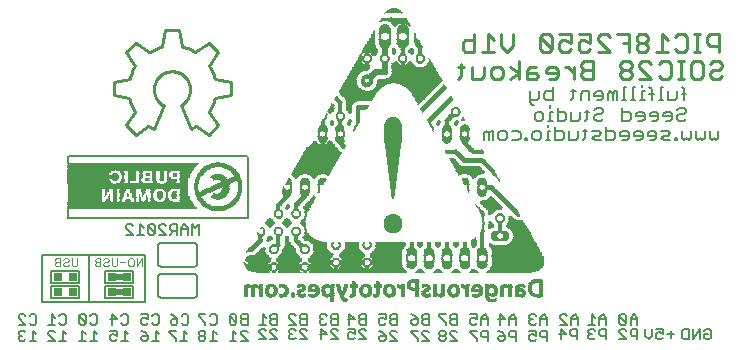
<source format=gbo>
G75*
G70*
%OFA0B0*%
%FSLAX24Y24*%
%IPPOS*%
%LPD*%
%AMOC8*
5,1,8,0,0,1.08239X$1,22.5*
%
%ADD10C,0.0060*%
%ADD11C,0.0040*%
%ADD12R,0.0300X0.0300*%
%ADD13C,0.0050*%
%ADD14R,0.0300X0.0210*%
%ADD15R,0.0310X0.0210*%
%ADD16C,0.0110*%
%ADD17R,0.0290X0.0010*%
%ADD18R,0.0120X0.0010*%
%ADD19R,0.0140X0.0010*%
%ADD20R,0.0310X0.0010*%
%ADD21R,0.0130X0.0010*%
%ADD22R,0.0320X0.0010*%
%ADD23R,0.0330X0.0010*%
%ADD24R,0.0160X0.0010*%
%ADD25R,0.0340X0.0010*%
%ADD26R,0.0170X0.0010*%
%ADD27R,0.0180X0.0010*%
%ADD28R,0.0080X0.0010*%
%ADD29R,0.0030X0.0010*%
%ADD30R,0.0200X0.0010*%
%ADD31R,0.0040X0.0010*%
%ADD32R,0.0020X0.0010*%
%ADD33R,0.0150X0.0010*%
%ADD34R,0.0090X0.0010*%
%ADD35R,0.0100X0.0010*%
%ADD36R,0.0110X0.0010*%
%ADD37R,0.0060X0.0010*%
%ADD38R,0.0270X0.0010*%
%ADD39R,0.0250X0.0010*%
%ADD40R,0.0230X0.0010*%
%ADD41R,0.0210X0.0010*%
%ADD42R,0.0240X0.0010*%
%ADD43R,0.0220X0.0010*%
%ADD44R,0.0190X0.0010*%
%ADD45R,0.0260X0.0010*%
%ADD46R,0.0280X0.0010*%
%ADD47R,0.0370X0.0010*%
%ADD48R,0.0300X0.0010*%
%ADD49R,0.0360X0.0010*%
%ADD50R,0.0390X0.0010*%
%ADD51R,0.0350X0.0010*%
%ADD52R,0.0400X0.0010*%
%ADD53R,0.0380X0.0010*%
%ADD54R,0.0410X0.0010*%
%ADD55R,0.0420X0.0010*%
%ADD56R,0.0430X0.0010*%
%ADD57R,0.0070X0.0010*%
%ADD58R,0.0050X0.0010*%
%ADD59R,0.0010X0.0010*%
%ADD60R,0.0620X0.0010*%
%ADD61R,0.0610X0.0010*%
%ADD62R,0.0600X0.0010*%
%ADD63R,0.0450X0.0010*%
%ADD64R,0.0440X0.0010*%
%ADD65R,0.1520X0.0010*%
%ADD66R,0.3290X0.0010*%
%ADD67R,0.0770X0.0010*%
%ADD68R,0.0470X0.0010*%
%ADD69R,0.1590X0.0010*%
%ADD70R,0.3240X0.0010*%
%ADD71R,0.0740X0.0010*%
%ADD72R,0.0560X0.0010*%
%ADD73R,0.1600X0.0010*%
%ADD74R,0.3210X0.0010*%
%ADD75R,0.0720X0.0010*%
%ADD76R,0.0580X0.0010*%
%ADD77R,0.1620X0.0010*%
%ADD78R,0.3190X0.0010*%
%ADD79R,0.0700X0.0010*%
%ADD80R,0.1630X0.0010*%
%ADD81R,0.3170X0.0010*%
%ADD82R,0.0690X0.0010*%
%ADD83R,0.1650X0.0010*%
%ADD84R,0.3160X0.0010*%
%ADD85R,0.0680X0.0010*%
%ADD86R,0.0630X0.0010*%
%ADD87R,0.1670X0.0010*%
%ADD88R,0.3150X0.0010*%
%ADD89R,0.0660X0.0010*%
%ADD90R,0.0650X0.0010*%
%ADD91R,0.1680X0.0010*%
%ADD92R,0.3120X0.0010*%
%ADD93R,0.1690X0.0010*%
%ADD94R,0.3110X0.0010*%
%ADD95R,0.3100X0.0010*%
%ADD96R,0.3220X0.0010*%
%ADD97R,0.0900X0.0010*%
%ADD98R,0.0830X0.0010*%
%ADD99R,0.1700X0.0010*%
%ADD100R,0.1110X0.0010*%
%ADD101R,0.0840X0.0010*%
%ADD102R,0.0860X0.0010*%
%ADD103R,0.0880X0.0010*%
%ADD104R,0.1100X0.0010*%
%ADD105R,0.0820X0.0010*%
%ADD106R,0.0850X0.0010*%
%ADD107R,0.1080X0.0010*%
%ADD108R,0.0800X0.0010*%
%ADD109R,0.1710X0.0010*%
%ADD110R,0.0790X0.0010*%
%ADD111R,0.1720X0.0010*%
%ADD112R,0.1060X0.0010*%
%ADD113R,0.0810X0.0010*%
%ADD114R,0.1030X0.0010*%
%ADD115R,0.0750X0.0010*%
%ADD116R,0.1730X0.0010*%
%ADD117R,0.1020X0.0010*%
%ADD118R,0.0730X0.0010*%
%ADD119R,0.1010X0.0010*%
%ADD120R,0.0710X0.0010*%
%ADD121R,0.0780X0.0010*%
%ADD122R,0.1000X0.0010*%
%ADD123R,0.0990X0.0010*%
%ADD124R,0.0670X0.0010*%
%ADD125R,0.0760X0.0010*%
%ADD126R,0.0980X0.0010*%
%ADD127R,0.0960X0.0010*%
%ADD128R,0.0870X0.0010*%
%ADD129R,0.0950X0.0010*%
%ADD130R,0.0890X0.0010*%
%ADD131R,0.1090X0.0010*%
%ADD132R,0.1070X0.0010*%
%ADD133R,0.0640X0.0010*%
%ADD134R,0.0970X0.0010*%
%ADD135R,0.1040X0.0010*%
%ADD136R,0.1050X0.0010*%
%ADD137R,0.0590X0.0010*%
%ADD138R,0.0570X0.0010*%
%ADD139R,0.0550X0.0010*%
%ADD140R,0.0530X0.0010*%
%ADD141R,0.0510X0.0010*%
%ADD142R,0.1660X0.0010*%
%ADD143R,0.0480X0.0010*%
%ADD144R,0.0460X0.0010*%
%ADD145R,0.1640X0.0010*%
%ADD146R,0.0520X0.0010*%
%ADD147R,0.0940X0.0010*%
%ADD148R,0.0930X0.0010*%
%ADD149R,0.0540X0.0010*%
%ADD150R,0.0500X0.0010*%
%ADD151R,0.1610X0.0010*%
%ADD152R,0.0490X0.0010*%
%ADD153R,0.0920X0.0010*%
%ADD154R,0.0910X0.0010*%
%ADD155R,0.1270X0.0010*%
%ADD156R,0.1260X0.0010*%
%ADD157R,0.1250X0.0010*%
%ADD158R,0.1240X0.0010*%
%ADD159R,0.1220X0.0010*%
%ADD160R,0.1200X0.0010*%
%ADD161R,0.1190X0.0010*%
%ADD162R,0.1170X0.0010*%
%ADD163R,0.1160X0.0010*%
%ADD164R,0.1150X0.0010*%
%ADD165R,0.1130X0.0010*%
%ADD166R,0.1120X0.0010*%
%ADD167R,0.1180X0.0010*%
%ADD168R,0.1230X0.0010*%
%ADD169R,0.1280X0.0010*%
%ADD170R,0.1290X0.0010*%
%ADD171R,0.1210X0.0010*%
%ADD172R,0.1300X0.0010*%
%ADD173R,0.1350X0.0010*%
%ADD174R,0.1390X0.0010*%
%ADD175R,0.1440X0.0010*%
%ADD176R,0.2100X0.0010*%
%ADD177R,0.2110X0.0010*%
%ADD178R,0.2120X0.0010*%
%ADD179R,0.2130X0.0010*%
%ADD180R,0.2140X0.0010*%
%ADD181R,0.2150X0.0010*%
%ADD182R,0.2160X0.0010*%
%ADD183R,0.2170X0.0010*%
%ADD184R,0.2090X0.0010*%
%ADD185R,0.1840X0.0010*%
%ADD186R,0.1810X0.0010*%
%ADD187R,0.1790X0.0010*%
%ADD188R,0.1750X0.0010*%
%ADD189R,0.1570X0.0010*%
%ADD190R,0.1560X0.0010*%
%ADD191R,0.1550X0.0010*%
%ADD192R,0.1540X0.0010*%
%ADD193R,0.1530X0.0010*%
%ADD194R,0.1510X0.0010*%
%ADD195R,0.1500X0.0010*%
%ADD196R,0.1490X0.0010*%
%ADD197R,0.1480X0.0010*%
%ADD198R,0.1470X0.0010*%
%ADD199R,0.1460X0.0010*%
%ADD200R,0.1450X0.0010*%
%ADD201R,0.1430X0.0010*%
%ADD202R,0.6045X0.0015*%
%ADD203R,0.6045X0.0015*%
%ADD204R,0.0045X0.0015*%
%ADD205R,0.0045X0.0015*%
%ADD206R,0.0165X0.0015*%
%ADD207R,0.0345X0.0015*%
%ADD208R,0.0465X0.0015*%
%ADD209R,0.0555X0.0015*%
%ADD210R,0.0630X0.0015*%
%ADD211R,0.0705X0.0015*%
%ADD212R,0.4335X0.0015*%
%ADD213R,0.0765X0.0015*%
%ADD214R,0.4320X0.0015*%
%ADD215R,0.0795X0.0015*%
%ADD216R,0.4305X0.0015*%
%ADD217R,0.0855X0.0015*%
%ADD218R,0.4290X0.0015*%
%ADD219R,0.0915X0.0015*%
%ADD220R,0.4275X0.0015*%
%ADD221R,0.0360X0.0015*%
%ADD222R,0.4260X0.0015*%
%ADD223R,0.0315X0.0015*%
%ADD224R,0.4245X0.0015*%
%ADD225R,0.0300X0.0015*%
%ADD226R,0.4230X0.0015*%
%ADD227R,0.0270X0.0015*%
%ADD228R,0.0255X0.0015*%
%ADD229R,0.4215X0.0015*%
%ADD230R,0.0240X0.0015*%
%ADD231R,0.4200X0.0015*%
%ADD232R,0.0225X0.0015*%
%ADD233R,0.4185X0.0015*%
%ADD234R,0.0210X0.0015*%
%ADD235R,0.4170X0.0015*%
%ADD236R,0.4155X0.0015*%
%ADD237R,0.0195X0.0015*%
%ADD238R,0.0405X0.0015*%
%ADD239R,0.0105X0.0015*%
%ADD240R,0.0060X0.0015*%
%ADD241R,0.0075X0.0015*%
%ADD242R,0.0180X0.0015*%
%ADD243R,0.1155X0.0015*%
%ADD244R,0.0390X0.0015*%
%ADD245R,0.0090X0.0015*%
%ADD246R,0.0150X0.0015*%
%ADD247R,0.0135X0.0015*%
%ADD248R,0.0375X0.0015*%
%ADD249R,0.0120X0.0015*%
%ADD250R,0.0330X0.0015*%
%ADD251R,0.0435X0.0015*%
%ADD252R,0.0030X0.0015*%
%ADD253R,0.0480X0.0015*%
%ADD254R,0.0495X0.0015*%
%ADD255R,0.0015X0.0015*%
%ADD256R,0.0285X0.0015*%
%ADD257R,0.0450X0.0015*%
%ADD258R,0.0525X0.0015*%
%ADD259R,0.0885X0.0015*%
%ADD260R,0.3015X0.0015*%
%ADD261R,0.4020X0.0015*%
%ADD262R,0.0600X0.0015*%
%ADD263R,0.0570X0.0015*%
%ADD264R,0.0825X0.0015*%
%ADD265R,0.1440X0.0015*%
%ADD266R,0.1545X0.0015*%
%ADD267R,0.1500X0.0015*%
%ADD268R,0.1485X0.0015*%
%ADD269R,0.1455X0.0015*%
%ADD270R,0.1425X0.0015*%
%ADD271R,0.0510X0.0015*%
%ADD272R,0.0720X0.0015*%
%ADD273R,0.1410X0.0015*%
%ADD274R,0.0750X0.0015*%
%ADD275R,0.0945X0.0015*%
%ADD276R,0.0420X0.0015*%
%ADD277R,0.1395X0.0015*%
%ADD278R,0.1710X0.0015*%
%ADD279R,0.1695X0.0015*%
%ADD280R,0.1515X0.0015*%
%ADD281R,0.2565X0.0015*%
%ADD282R,0.1575X0.0015*%
%ADD283R,0.4350X0.0015*%
%ADD284R,0.4365X0.0015*%
%ADD285R,0.4395X0.0015*%
%ADD286R,0.0060X0.0015*%
%ADD287R,0.5985X0.0015*%
%ADD288R,0.5955X0.0015*%
%ADD289R,0.5910X0.0015*%
%ADD290C,0.0100*%
D10*
X001439Y001618D02*
X001552Y001618D01*
X001609Y001675D01*
X001750Y001618D02*
X001977Y001618D01*
X001864Y001618D02*
X001864Y001959D01*
X001977Y001845D01*
X001609Y001902D02*
X001552Y001959D01*
X001439Y001959D01*
X001382Y001902D01*
X001382Y001845D01*
X001439Y001789D01*
X001382Y001732D01*
X001382Y001675D01*
X001439Y001618D01*
X001439Y001789D02*
X001495Y001789D01*
X001382Y002160D02*
X001609Y002160D01*
X001382Y002387D01*
X001382Y002443D01*
X001439Y002500D01*
X001552Y002500D01*
X001609Y002443D01*
X001750Y002443D02*
X001807Y002500D01*
X001920Y002500D01*
X001977Y002443D01*
X001977Y002216D01*
X001920Y002160D01*
X001807Y002160D01*
X001750Y002216D01*
X002366Y002160D02*
X002593Y002160D01*
X002480Y002160D02*
X002480Y002500D01*
X002593Y002387D01*
X002734Y002443D02*
X002791Y002500D01*
X002905Y002500D01*
X002961Y002443D01*
X002961Y002216D01*
X002905Y002160D01*
X002791Y002160D01*
X002734Y002216D01*
X002848Y001959D02*
X002848Y001618D01*
X002961Y001618D02*
X002734Y001618D01*
X002593Y001618D02*
X002366Y001845D01*
X002366Y001902D01*
X002423Y001959D01*
X002536Y001959D01*
X002593Y001902D01*
X002848Y001959D02*
X002961Y001845D01*
X002593Y001618D02*
X002366Y001618D01*
X003400Y001618D02*
X003626Y001618D01*
X003513Y001618D02*
X003513Y001959D01*
X003626Y001845D01*
X003881Y001959D02*
X003881Y001618D01*
X003768Y001618D02*
X003995Y001618D01*
X003995Y001845D02*
X003881Y001959D01*
X003825Y002160D02*
X003768Y002216D01*
X003825Y002160D02*
X003938Y002160D01*
X003995Y002216D01*
X003995Y002443D01*
X003938Y002500D01*
X003825Y002500D01*
X003768Y002443D01*
X003626Y002443D02*
X003570Y002500D01*
X003456Y002500D01*
X003400Y002443D01*
X003626Y002216D01*
X003570Y002160D01*
X003456Y002160D01*
X003400Y002216D01*
X003400Y002443D01*
X003626Y002443D02*
X003626Y002216D01*
X004433Y002330D02*
X004660Y002330D01*
X004490Y002500D01*
X004490Y002160D01*
X004433Y001959D02*
X004660Y001959D01*
X004660Y001789D01*
X004546Y001845D01*
X004490Y001845D01*
X004433Y001789D01*
X004433Y001675D01*
X004490Y001618D01*
X004603Y001618D01*
X004660Y001675D01*
X004801Y001618D02*
X005028Y001618D01*
X004915Y001618D02*
X004915Y001959D01*
X005028Y001845D01*
X004971Y002160D02*
X004858Y002160D01*
X004801Y002216D01*
X004971Y002160D02*
X005028Y002216D01*
X005028Y002443D01*
X004971Y002500D01*
X004858Y002500D01*
X004801Y002443D01*
X005466Y002500D02*
X005693Y002500D01*
X005693Y002330D01*
X005580Y002387D01*
X005523Y002387D01*
X005466Y002330D01*
X005466Y002216D01*
X005523Y002160D01*
X005637Y002160D01*
X005693Y002216D01*
X005835Y002216D02*
X005892Y002160D01*
X006005Y002160D01*
X006062Y002216D01*
X006062Y002443D01*
X006005Y002500D01*
X005892Y002500D01*
X005835Y002443D01*
X005948Y001959D02*
X005948Y001618D01*
X005835Y001618D02*
X006062Y001618D01*
X005693Y001675D02*
X005637Y001618D01*
X005523Y001618D01*
X005466Y001675D01*
X005466Y001732D01*
X005523Y001789D01*
X005693Y001789D01*
X005693Y001675D01*
X005693Y001789D02*
X005580Y001902D01*
X005466Y001959D01*
X005948Y001959D02*
X006062Y001845D01*
X006402Y001902D02*
X006402Y001959D01*
X006628Y001959D01*
X006621Y002160D02*
X006507Y002160D01*
X006451Y002216D01*
X006451Y002273D01*
X006507Y002330D01*
X006678Y002330D01*
X006678Y002216D01*
X006621Y002160D01*
X006678Y002330D02*
X006564Y002443D01*
X006451Y002500D01*
X006819Y002443D02*
X006876Y002500D01*
X006989Y002500D01*
X007046Y002443D01*
X007046Y002216D01*
X006989Y002160D01*
X006876Y002160D01*
X006819Y002216D01*
X006883Y001959D02*
X006883Y001618D01*
X006770Y001618D02*
X006997Y001618D01*
X007386Y001675D02*
X007443Y001618D01*
X007556Y001618D01*
X007613Y001675D01*
X007613Y001732D01*
X007556Y001789D01*
X007443Y001789D01*
X007386Y001732D01*
X007386Y001675D01*
X007443Y001789D02*
X007386Y001845D01*
X007386Y001902D01*
X007443Y001959D01*
X007556Y001959D01*
X007613Y001902D01*
X007613Y001845D01*
X007556Y001789D01*
X007868Y001959D02*
X007868Y001618D01*
X007981Y001618D02*
X007754Y001618D01*
X007981Y001845D02*
X007868Y001959D01*
X007924Y002160D02*
X007811Y002160D01*
X007754Y002216D01*
X007613Y002216D02*
X007613Y002160D01*
X007613Y002216D02*
X007386Y002443D01*
X007386Y002500D01*
X007613Y002500D01*
X007754Y002443D02*
X007811Y002500D01*
X007924Y002500D01*
X007981Y002443D01*
X007981Y002216D01*
X007924Y002160D01*
X008419Y002216D02*
X008419Y002443D01*
X008646Y002216D01*
X008589Y002160D01*
X008476Y002160D01*
X008419Y002216D01*
X008646Y002216D02*
X008646Y002443D01*
X008589Y002500D01*
X008476Y002500D01*
X008419Y002443D01*
X008788Y002443D02*
X008788Y002387D01*
X008844Y002330D01*
X009014Y002330D01*
X008844Y002330D02*
X008788Y002273D01*
X008788Y002216D01*
X008844Y002160D01*
X009014Y002160D01*
X009014Y002500D01*
X008844Y002500D01*
X008788Y002443D01*
X009404Y002160D02*
X009630Y002160D01*
X009517Y002160D02*
X009517Y002500D01*
X009630Y002387D01*
X009772Y002387D02*
X009829Y002330D01*
X009999Y002330D01*
X009999Y002160D02*
X009999Y002500D01*
X009829Y002500D01*
X009772Y002443D01*
X009772Y002387D01*
X009829Y002330D02*
X009772Y002273D01*
X009772Y002216D01*
X009829Y002160D01*
X009999Y002160D01*
X009942Y002008D02*
X009999Y001951D01*
X009942Y002008D02*
X009829Y002008D01*
X009772Y001951D01*
X009772Y001894D01*
X009999Y001668D01*
X009772Y001668D01*
X009630Y001668D02*
X009404Y001894D01*
X009404Y001951D01*
X009460Y002008D01*
X009574Y002008D01*
X009630Y001951D01*
X009630Y001668D02*
X009404Y001668D01*
X009014Y001618D02*
X008788Y001845D01*
X008788Y001902D01*
X008844Y001959D01*
X008958Y001959D01*
X009014Y001902D01*
X009014Y001618D02*
X008788Y001618D01*
X008646Y001618D02*
X008419Y001618D01*
X008533Y001618D02*
X008533Y001959D01*
X008646Y001845D01*
X006997Y001845D02*
X006883Y001959D01*
X006628Y001675D02*
X006628Y001618D01*
X006628Y001675D02*
X006402Y001902D01*
X005600Y002917D02*
X005600Y004492D01*
X003729Y004492D01*
X003729Y002917D01*
X005600Y002917D01*
X006032Y003159D02*
X006032Y003759D01*
X006034Y003776D01*
X006038Y003793D01*
X006045Y003809D01*
X006055Y003823D01*
X006068Y003836D01*
X006082Y003846D01*
X006098Y003853D01*
X006115Y003857D01*
X006132Y003859D01*
X007232Y003859D01*
X007249Y003857D01*
X007266Y003853D01*
X007282Y003846D01*
X007296Y003836D01*
X007309Y003823D01*
X007319Y003809D01*
X007326Y003793D01*
X007330Y003776D01*
X007332Y003759D01*
X007332Y003159D01*
X007330Y003142D01*
X007326Y003125D01*
X007319Y003109D01*
X007309Y003095D01*
X007296Y003082D01*
X007282Y003072D01*
X007266Y003065D01*
X007249Y003061D01*
X007232Y003059D01*
X006132Y003059D01*
X006115Y003061D01*
X006098Y003065D01*
X006082Y003072D01*
X006068Y003082D01*
X006055Y003095D01*
X006045Y003109D01*
X006038Y003125D01*
X006034Y003142D01*
X006032Y003159D01*
X006132Y004092D02*
X007232Y004092D01*
X007249Y004094D01*
X007266Y004098D01*
X007282Y004105D01*
X007296Y004115D01*
X007309Y004128D01*
X007319Y004142D01*
X007326Y004158D01*
X007330Y004175D01*
X007332Y004192D01*
X007332Y004792D01*
X007330Y004809D01*
X007326Y004826D01*
X007319Y004842D01*
X007309Y004856D01*
X007296Y004869D01*
X007282Y004879D01*
X007266Y004886D01*
X007249Y004890D01*
X007232Y004892D01*
X006132Y004892D01*
X006115Y004890D01*
X006098Y004886D01*
X006082Y004879D01*
X006068Y004869D01*
X006055Y004856D01*
X006045Y004842D01*
X006038Y004826D01*
X006034Y004809D01*
X006032Y004792D01*
X006032Y004192D01*
X006034Y004175D01*
X006038Y004158D01*
X006045Y004142D01*
X006055Y004128D01*
X006068Y004115D01*
X006082Y004105D01*
X006098Y004098D01*
X006115Y004094D01*
X006132Y004092D01*
X003729Y004492D02*
X002155Y004492D01*
X002155Y002917D01*
X003729Y002917D01*
X010388Y002443D02*
X010444Y002500D01*
X010558Y002500D01*
X010615Y002443D01*
X010756Y002443D02*
X010756Y002387D01*
X010813Y002330D01*
X010983Y002330D01*
X010983Y002160D02*
X010983Y002500D01*
X010813Y002500D01*
X010756Y002443D01*
X010813Y002330D02*
X010756Y002273D01*
X010756Y002216D01*
X010813Y002160D01*
X010983Y002160D01*
X010926Y002008D02*
X010983Y001951D01*
X010926Y002008D02*
X010813Y002008D01*
X010756Y001951D01*
X010756Y001894D01*
X010983Y001668D01*
X010756Y001668D01*
X010615Y001724D02*
X010558Y001668D01*
X010444Y001668D01*
X010388Y001724D01*
X010388Y001781D01*
X010444Y001838D01*
X010501Y001838D01*
X010444Y001838D02*
X010388Y001894D01*
X010388Y001951D01*
X010444Y002008D01*
X010558Y002008D01*
X010615Y001951D01*
X010615Y002160D02*
X010388Y002160D01*
X010615Y002160D02*
X010388Y002387D01*
X010388Y002443D01*
X011421Y002443D02*
X011421Y002387D01*
X011478Y002330D01*
X011421Y002273D01*
X011421Y002216D01*
X011478Y002160D01*
X011591Y002160D01*
X011648Y002216D01*
X011790Y002216D02*
X011846Y002160D01*
X012016Y002160D01*
X012016Y002500D01*
X011846Y002500D01*
X011790Y002443D01*
X011790Y002387D01*
X011846Y002330D01*
X012016Y002330D01*
X011846Y002330D02*
X011790Y002273D01*
X011790Y002216D01*
X011648Y002443D02*
X011591Y002500D01*
X011478Y002500D01*
X011421Y002443D01*
X011478Y002330D02*
X011535Y002330D01*
X011478Y002008D02*
X011648Y001838D01*
X011421Y001838D01*
X011478Y001668D02*
X011478Y002008D01*
X011790Y001951D02*
X011790Y001894D01*
X012016Y001668D01*
X011790Y001668D01*
X011790Y001951D02*
X011846Y002008D01*
X011960Y002008D01*
X012016Y001951D01*
X012356Y002008D02*
X012583Y002008D01*
X012583Y001838D01*
X012470Y001894D01*
X012413Y001894D01*
X012356Y001838D01*
X012356Y001724D01*
X012413Y001668D01*
X012526Y001668D01*
X012583Y001724D01*
X012725Y001668D02*
X012951Y001668D01*
X012725Y001894D01*
X012725Y001951D01*
X012781Y002008D01*
X012895Y002008D01*
X012951Y001951D01*
X012951Y002160D02*
X012781Y002160D01*
X012725Y002216D01*
X012725Y002273D01*
X012781Y002330D01*
X012951Y002330D01*
X012781Y002330D02*
X012725Y002387D01*
X012725Y002443D01*
X012781Y002500D01*
X012951Y002500D01*
X012951Y002160D01*
X012583Y002330D02*
X012356Y002330D01*
X012413Y002500D02*
X012583Y002330D01*
X012413Y002160D02*
X012413Y002500D01*
X013390Y002500D02*
X013617Y002500D01*
X013617Y002330D01*
X013503Y002387D01*
X013446Y002387D01*
X013390Y002330D01*
X013390Y002216D01*
X013446Y002160D01*
X013560Y002160D01*
X013617Y002216D01*
X013758Y002216D02*
X013815Y002160D01*
X013985Y002160D01*
X013985Y002500D01*
X013815Y002500D01*
X013758Y002443D01*
X013758Y002387D01*
X013815Y002330D01*
X013985Y002330D01*
X013815Y002330D02*
X013758Y002273D01*
X013758Y002216D01*
X013815Y001959D02*
X013928Y001959D01*
X013985Y001902D01*
X013815Y001959D02*
X013758Y001902D01*
X013758Y001845D01*
X013985Y001618D01*
X013758Y001618D01*
X013617Y001675D02*
X013560Y001618D01*
X013446Y001618D01*
X013390Y001675D01*
X013390Y001732D01*
X013446Y001789D01*
X013617Y001789D01*
X013617Y001675D01*
X013617Y001789D02*
X013503Y001902D01*
X013390Y001959D01*
X014472Y001959D02*
X014472Y001902D01*
X014699Y001675D01*
X014699Y001618D01*
X014841Y001618D02*
X015068Y001618D01*
X014841Y001845D01*
X014841Y001902D01*
X014897Y001959D01*
X015011Y001959D01*
X015068Y001902D01*
X015407Y001902D02*
X015407Y001845D01*
X015464Y001789D01*
X015578Y001789D01*
X015634Y001845D01*
X015634Y001902D01*
X015578Y001959D01*
X015464Y001959D01*
X015407Y001902D01*
X015464Y001789D02*
X015407Y001732D01*
X015407Y001675D01*
X015464Y001618D01*
X015578Y001618D01*
X015634Y001675D01*
X015634Y001732D01*
X015578Y001789D01*
X015776Y001845D02*
X015776Y001902D01*
X015832Y001959D01*
X015946Y001959D01*
X016003Y001902D01*
X015776Y001845D02*
X016003Y001618D01*
X015776Y001618D01*
X016441Y001902D02*
X016668Y001675D01*
X016668Y001618D01*
X016809Y001789D02*
X016866Y001732D01*
X017036Y001732D01*
X017036Y001618D02*
X017036Y001959D01*
X016866Y001959D01*
X016809Y001902D01*
X016809Y001789D01*
X016668Y001959D02*
X016441Y001959D01*
X016441Y001902D01*
X016498Y002160D02*
X016611Y002160D01*
X016668Y002216D01*
X016668Y002330D02*
X016554Y002387D01*
X016498Y002387D01*
X016441Y002330D01*
X016441Y002216D01*
X016498Y002160D01*
X016668Y002330D02*
X016668Y002500D01*
X016441Y002500D01*
X016003Y002500D02*
X015832Y002500D01*
X015776Y002443D01*
X015776Y002387D01*
X015832Y002330D01*
X016003Y002330D01*
X016003Y002160D02*
X016003Y002500D01*
X015832Y002330D02*
X015776Y002273D01*
X015776Y002216D01*
X015832Y002160D01*
X016003Y002160D01*
X015634Y002160D02*
X015634Y002216D01*
X015407Y002443D01*
X015407Y002500D01*
X015634Y002500D01*
X015068Y002500D02*
X014897Y002500D01*
X014841Y002443D01*
X014841Y002387D01*
X014897Y002330D01*
X015068Y002330D01*
X015068Y002160D02*
X015068Y002500D01*
X014897Y002330D02*
X014841Y002273D01*
X014841Y002216D01*
X014897Y002160D01*
X015068Y002160D01*
X014699Y002216D02*
X014643Y002160D01*
X014529Y002160D01*
X014472Y002216D01*
X014472Y002273D01*
X014529Y002330D01*
X014699Y002330D01*
X014699Y002216D01*
X014699Y002330D02*
X014586Y002443D01*
X014472Y002500D01*
X014472Y001959D02*
X014699Y001959D01*
X016809Y002160D02*
X016809Y002387D01*
X016923Y002500D01*
X017036Y002387D01*
X017036Y002160D01*
X017036Y002330D02*
X016809Y002330D01*
X017376Y002330D02*
X017603Y002330D01*
X017433Y002500D01*
X017433Y002160D01*
X017376Y001959D02*
X017489Y001902D01*
X017603Y001789D01*
X017433Y001789D01*
X017376Y001732D01*
X017376Y001675D01*
X017433Y001618D01*
X017546Y001618D01*
X017603Y001675D01*
X017603Y001789D01*
X017744Y001789D02*
X017801Y001732D01*
X017971Y001732D01*
X017971Y001618D02*
X017971Y001959D01*
X017801Y001959D01*
X017744Y001902D01*
X017744Y001789D01*
X017744Y002160D02*
X017744Y002387D01*
X017858Y002500D01*
X017971Y002387D01*
X017971Y002160D01*
X017971Y002330D02*
X017744Y002330D01*
X018409Y002273D02*
X018409Y002216D01*
X018466Y002160D01*
X018580Y002160D01*
X018636Y002216D01*
X018778Y002160D02*
X018778Y002387D01*
X018891Y002500D01*
X019005Y002387D01*
X019005Y002160D01*
X019005Y002330D02*
X018778Y002330D01*
X018636Y002443D02*
X018580Y002500D01*
X018466Y002500D01*
X018409Y002443D01*
X018409Y002387D01*
X018466Y002330D01*
X018409Y002273D01*
X018466Y002330D02*
X018523Y002330D01*
X018636Y001959D02*
X018409Y001959D01*
X018466Y001845D02*
X018409Y001789D01*
X018409Y001675D01*
X018466Y001618D01*
X018580Y001618D01*
X018636Y001675D01*
X018636Y001789D02*
X018523Y001845D01*
X018466Y001845D01*
X018636Y001789D02*
X018636Y001959D01*
X018778Y001902D02*
X018778Y001789D01*
X018834Y001732D01*
X019005Y001732D01*
X019005Y001618D02*
X019005Y001959D01*
X018834Y001959D01*
X018778Y001902D01*
X019394Y001838D02*
X019621Y001838D01*
X019450Y002008D01*
X019450Y001668D01*
X019762Y001838D02*
X019819Y001781D01*
X019989Y001781D01*
X019989Y001668D02*
X019989Y002008D01*
X019819Y002008D01*
X019762Y001951D01*
X019762Y001838D01*
X019811Y002160D02*
X019811Y002387D01*
X019925Y002500D01*
X020038Y002387D01*
X020038Y002160D01*
X020038Y002330D02*
X019811Y002330D01*
X019670Y002443D02*
X019613Y002500D01*
X019500Y002500D01*
X019443Y002443D01*
X019443Y002387D01*
X019670Y002160D01*
X019443Y002160D01*
X020378Y002160D02*
X020605Y002160D01*
X020491Y002160D02*
X020491Y002500D01*
X020605Y002387D01*
X020746Y002387D02*
X020746Y002160D01*
X020803Y002008D02*
X020746Y001951D01*
X020746Y001838D01*
X020803Y001781D01*
X020973Y001781D01*
X020973Y001668D02*
X020973Y002008D01*
X020803Y002008D01*
X020605Y001951D02*
X020548Y002008D01*
X020435Y002008D01*
X020378Y001951D01*
X020378Y001894D01*
X020435Y001838D01*
X020378Y001781D01*
X020378Y001724D01*
X020435Y001668D01*
X020548Y001668D01*
X020605Y001724D01*
X020491Y001838D02*
X020435Y001838D01*
X020973Y002160D02*
X020973Y002387D01*
X020860Y002500D01*
X020746Y002387D01*
X020746Y002330D02*
X020973Y002330D01*
X021411Y002443D02*
X021468Y002500D01*
X021582Y002500D01*
X021638Y002443D01*
X021638Y002216D01*
X021411Y002443D01*
X021411Y002216D01*
X021468Y002160D01*
X021582Y002160D01*
X021638Y002216D01*
X021780Y002160D02*
X021780Y002387D01*
X021893Y002500D01*
X022007Y002387D01*
X022007Y002160D01*
X022007Y002008D02*
X021836Y002008D01*
X021780Y001951D01*
X021780Y001838D01*
X021836Y001781D01*
X022007Y001781D01*
X022007Y001668D02*
X022007Y002008D01*
X022273Y002008D02*
X022273Y001781D01*
X022387Y001668D01*
X022500Y001781D01*
X022500Y002008D01*
X022642Y002008D02*
X022869Y002008D01*
X022869Y001838D01*
X022755Y001894D01*
X022698Y001894D01*
X022642Y001838D01*
X022642Y001724D01*
X022698Y001668D01*
X022812Y001668D01*
X022869Y001724D01*
X023010Y001838D02*
X023237Y001838D01*
X023123Y001951D02*
X023123Y001724D01*
X023504Y001724D02*
X023504Y001951D01*
X023560Y002008D01*
X023731Y002008D01*
X023731Y001668D01*
X023560Y001668D01*
X023504Y001724D01*
X023872Y001668D02*
X023872Y002008D01*
X024099Y002008D02*
X023872Y001668D01*
X024099Y001668D02*
X024099Y002008D01*
X024240Y001951D02*
X024297Y002008D01*
X024410Y002008D01*
X024467Y001951D01*
X024467Y001724D01*
X024410Y001668D01*
X024297Y001668D01*
X024240Y001724D01*
X024240Y001838D01*
X024354Y001838D01*
X022007Y002330D02*
X021780Y002330D01*
X021582Y002008D02*
X021638Y001951D01*
X021582Y002008D02*
X021468Y002008D01*
X021411Y001951D01*
X021411Y001894D01*
X021638Y001668D01*
X021411Y001668D01*
X021501Y008311D02*
X021648Y008311D01*
X021721Y008385D01*
X021721Y008531D01*
X021648Y008605D01*
X021501Y008605D01*
X021427Y008531D01*
X021427Y008458D01*
X021721Y008458D01*
X021888Y008458D02*
X021888Y008531D01*
X021961Y008605D01*
X022108Y008605D01*
X022181Y008531D01*
X022181Y008385D01*
X022108Y008311D01*
X021961Y008311D01*
X021888Y008458D02*
X022181Y008458D01*
X022348Y008458D02*
X022642Y008458D01*
X022642Y008385D02*
X022642Y008531D01*
X022568Y008605D01*
X022421Y008605D01*
X022348Y008531D01*
X022348Y008458D01*
X022421Y008311D02*
X022568Y008311D01*
X022642Y008385D01*
X022808Y008385D02*
X022882Y008311D01*
X023102Y008311D01*
X023259Y008311D02*
X023259Y008385D01*
X023332Y008385D01*
X023332Y008311D01*
X023259Y008311D01*
X023499Y008385D02*
X023499Y008605D01*
X023499Y008385D02*
X023572Y008311D01*
X023646Y008385D01*
X023719Y008311D01*
X023793Y008385D01*
X023793Y008605D01*
X023959Y008605D02*
X023959Y008385D01*
X024033Y008311D01*
X024106Y008385D01*
X024179Y008311D01*
X024253Y008385D01*
X024253Y008605D01*
X024420Y008605D02*
X024420Y008385D01*
X024493Y008311D01*
X024566Y008385D01*
X024640Y008311D01*
X024713Y008385D01*
X024713Y008605D01*
X023631Y009024D02*
X023557Y008951D01*
X023410Y008951D01*
X023337Y009024D01*
X023337Y009098D01*
X023410Y009171D01*
X023557Y009171D01*
X023631Y009245D01*
X023631Y009318D01*
X023557Y009391D01*
X023410Y009391D01*
X023337Y009318D01*
X023170Y009171D02*
X023097Y009245D01*
X022950Y009245D01*
X022877Y009171D01*
X022877Y009098D01*
X023170Y009098D01*
X023170Y009171D02*
X023170Y009024D01*
X023097Y008951D01*
X022950Y008951D01*
X022710Y009024D02*
X022710Y009171D01*
X022636Y009245D01*
X022490Y009245D01*
X022416Y009171D01*
X022416Y009098D01*
X022710Y009098D01*
X022710Y009024D02*
X022636Y008951D01*
X022490Y008951D01*
X022249Y009024D02*
X022249Y009171D01*
X022176Y009245D01*
X022029Y009245D01*
X021956Y009171D01*
X021956Y009098D01*
X022249Y009098D01*
X022249Y009024D02*
X022176Y008951D01*
X022029Y008951D01*
X021789Y009024D02*
X021789Y009171D01*
X021716Y009245D01*
X021496Y009245D01*
X021496Y009391D02*
X021496Y008951D01*
X021716Y008951D01*
X021789Y009024D01*
X021261Y008531D02*
X021187Y008605D01*
X020967Y008605D01*
X020967Y008752D02*
X020967Y008311D01*
X021187Y008311D01*
X021261Y008385D01*
X021261Y008531D01*
X020800Y008531D02*
X020727Y008458D01*
X020580Y008458D01*
X020507Y008385D01*
X020580Y008311D01*
X020800Y008311D01*
X020800Y008531D02*
X020727Y008605D01*
X020507Y008605D01*
X020340Y008605D02*
X020193Y008605D01*
X020266Y008678D02*
X020266Y008385D01*
X020193Y008311D01*
X020033Y008385D02*
X019960Y008311D01*
X019739Y008311D01*
X019739Y008605D01*
X019573Y008531D02*
X019499Y008605D01*
X019279Y008605D01*
X019279Y008752D02*
X019279Y008311D01*
X019499Y008311D01*
X019573Y008385D01*
X019573Y008531D01*
X020033Y008605D02*
X020033Y008385D01*
X019112Y008311D02*
X018966Y008311D01*
X019039Y008311D02*
X019039Y008605D01*
X019112Y008605D01*
X019039Y008752D02*
X019039Y008825D01*
X019034Y008951D02*
X019180Y008951D01*
X019107Y008951D02*
X019107Y009245D01*
X019180Y009245D01*
X019107Y009391D02*
X019107Y009465D01*
X019181Y009640D02*
X018960Y009640D01*
X018887Y009713D01*
X018887Y009860D01*
X018960Y009934D01*
X019181Y009934D01*
X019181Y010080D02*
X019181Y009640D01*
X019347Y009391D02*
X019347Y008951D01*
X019567Y008951D01*
X019641Y009024D01*
X019641Y009171D01*
X019567Y009245D01*
X019347Y009245D01*
X019808Y009245D02*
X019808Y008951D01*
X020028Y008951D01*
X020101Y009024D01*
X020101Y009245D01*
X020261Y009245D02*
X020408Y009245D01*
X020335Y009318D02*
X020335Y009024D01*
X020261Y008951D01*
X020575Y009024D02*
X020575Y009098D01*
X020648Y009171D01*
X020795Y009171D01*
X020868Y009245D01*
X020868Y009318D01*
X020795Y009391D01*
X020648Y009391D01*
X020575Y009318D01*
X020575Y009024D02*
X020648Y008951D01*
X020795Y008951D01*
X020868Y009024D01*
X020795Y009640D02*
X020869Y009713D01*
X020869Y009860D01*
X020795Y009934D01*
X020648Y009934D01*
X020575Y009860D01*
X020575Y009787D01*
X020869Y009787D01*
X020795Y009640D02*
X020648Y009640D01*
X020408Y009640D02*
X020408Y009934D01*
X020188Y009934D01*
X020115Y009860D01*
X020115Y009640D01*
X019874Y009713D02*
X019801Y009640D01*
X019874Y009713D02*
X019874Y010007D01*
X019948Y009934D02*
X019801Y009934D01*
X018720Y009934D02*
X018720Y009713D01*
X018647Y009640D01*
X018427Y009640D01*
X018427Y009567D02*
X018500Y009493D01*
X018573Y009493D01*
X018427Y009567D02*
X018427Y009934D01*
X018653Y009245D02*
X018800Y009245D01*
X018874Y009171D01*
X018874Y009024D01*
X018800Y008951D01*
X018653Y008951D01*
X018580Y009024D01*
X018580Y009171D01*
X018653Y009245D01*
X018585Y008605D02*
X018512Y008531D01*
X018512Y008385D01*
X018585Y008311D01*
X018732Y008311D01*
X018805Y008385D01*
X018805Y008531D01*
X018732Y008605D01*
X018585Y008605D01*
X018345Y008385D02*
X018272Y008385D01*
X018272Y008311D01*
X018345Y008311D01*
X018345Y008385D01*
X018115Y008385D02*
X018041Y008311D01*
X017821Y008311D01*
X017655Y008385D02*
X017581Y008311D01*
X017434Y008311D01*
X017361Y008385D01*
X017361Y008531D01*
X017434Y008605D01*
X017581Y008605D01*
X017655Y008531D01*
X017655Y008385D01*
X017821Y008605D02*
X018041Y008605D01*
X018115Y008531D01*
X018115Y008385D01*
X017194Y008311D02*
X017194Y008605D01*
X017121Y008605D01*
X017047Y008531D01*
X016974Y008605D01*
X016901Y008531D01*
X016901Y008311D01*
X017047Y008311D02*
X017047Y008531D01*
X021035Y009640D02*
X021035Y009860D01*
X021109Y009934D01*
X021182Y009860D01*
X021182Y009640D01*
X021329Y009640D02*
X021329Y009934D01*
X021255Y009934D01*
X021182Y009860D01*
X021489Y009640D02*
X021636Y009640D01*
X021562Y009640D02*
X021562Y010080D01*
X021636Y010080D01*
X021869Y010080D02*
X021869Y009640D01*
X021796Y009640D02*
X021943Y009640D01*
X022103Y009640D02*
X022250Y009640D01*
X022176Y009640D02*
X022176Y009934D01*
X022250Y009934D01*
X022176Y010080D02*
X022176Y010154D01*
X021943Y010080D02*
X021869Y010080D01*
X022410Y010080D02*
X022483Y010007D01*
X022483Y009640D01*
X022556Y009860D02*
X022410Y009860D01*
X022717Y009640D02*
X022863Y009640D01*
X022790Y009640D02*
X022790Y010080D01*
X022863Y010080D01*
X023030Y009934D02*
X023030Y009640D01*
X023250Y009640D01*
X023324Y009713D01*
X023324Y009934D01*
X023484Y009860D02*
X023631Y009860D01*
X023557Y010007D02*
X023557Y009640D01*
X023557Y010007D02*
X023484Y010080D01*
X023029Y008605D02*
X022808Y008605D01*
X022882Y008458D02*
X023029Y008458D01*
X023102Y008531D01*
X023029Y008605D01*
X022882Y008458D02*
X022808Y008385D01*
D11*
X005492Y004367D02*
X005492Y004106D01*
X005318Y004106D02*
X005318Y004367D01*
X005216Y004323D02*
X005216Y004150D01*
X005172Y004106D01*
X005086Y004106D01*
X005042Y004150D01*
X005042Y004323D01*
X005086Y004367D01*
X005172Y004367D01*
X005216Y004323D01*
X005318Y004106D02*
X005492Y004367D01*
X004939Y004237D02*
X004766Y004237D01*
X004663Y004150D02*
X004620Y004106D01*
X004533Y004106D01*
X004490Y004150D01*
X004490Y004367D01*
X004387Y004323D02*
X004387Y004280D01*
X004344Y004237D01*
X004257Y004237D01*
X004213Y004193D01*
X004213Y004150D01*
X004257Y004106D01*
X004344Y004106D01*
X004387Y004150D01*
X004387Y004323D02*
X004344Y004367D01*
X004257Y004367D01*
X004213Y004323D01*
X004111Y004367D02*
X003981Y004367D01*
X003937Y004323D01*
X003937Y004280D01*
X003981Y004237D01*
X004111Y004237D01*
X004111Y004367D02*
X004111Y004106D01*
X003981Y004106D01*
X003937Y004150D01*
X003937Y004193D01*
X003981Y004237D01*
X003328Y004150D02*
X003285Y004106D01*
X003198Y004106D01*
X003155Y004150D01*
X003155Y004367D01*
X003052Y004323D02*
X003052Y004280D01*
X003009Y004237D01*
X002922Y004237D01*
X002878Y004193D01*
X002878Y004150D01*
X002922Y004106D01*
X003009Y004106D01*
X003052Y004150D01*
X003052Y004323D02*
X003009Y004367D01*
X002922Y004367D01*
X002878Y004323D01*
X002776Y004367D02*
X002646Y004367D01*
X002602Y004323D01*
X002602Y004280D01*
X002646Y004237D01*
X002776Y004237D01*
X002776Y004367D02*
X002776Y004106D01*
X002646Y004106D01*
X002602Y004150D01*
X002602Y004193D01*
X002646Y004237D01*
X003328Y004150D02*
X003328Y004367D01*
X004663Y004367D02*
X004663Y004150D01*
D12*
X004482Y003736D03*
X004982Y003736D03*
X004982Y003236D03*
X004482Y003236D03*
X003188Y003236D03*
X002688Y003236D03*
X002688Y003736D03*
X003188Y003736D03*
D13*
X003388Y003536D02*
X003388Y003936D01*
X002478Y003936D01*
X002478Y003536D01*
X003388Y003536D01*
X003388Y003436D02*
X003388Y003036D01*
X002478Y003036D01*
X002478Y003436D01*
X003388Y003436D01*
X004272Y003436D02*
X004272Y003036D01*
X005182Y003036D01*
X005182Y003436D01*
X004272Y003436D01*
X004272Y003536D02*
X005182Y003536D01*
X005182Y003936D01*
X004272Y003936D01*
X004272Y003536D01*
X004952Y005157D02*
X005186Y005157D01*
X004952Y005390D01*
X004952Y005449D01*
X005010Y005507D01*
X005127Y005507D01*
X005186Y005449D01*
X005437Y005507D02*
X005437Y005157D01*
X005554Y005157D02*
X005320Y005157D01*
X005554Y005390D02*
X005437Y005507D01*
X005689Y005449D02*
X005922Y005215D01*
X005864Y005157D01*
X005747Y005157D01*
X005689Y005215D01*
X005689Y005449D01*
X005747Y005507D01*
X005864Y005507D01*
X005922Y005449D01*
X005922Y005215D01*
X006057Y005157D02*
X006290Y005157D01*
X006057Y005390D01*
X006057Y005449D01*
X006115Y005507D01*
X006232Y005507D01*
X006290Y005449D01*
X006425Y005449D02*
X006425Y005332D01*
X006484Y005273D01*
X006659Y005273D01*
X006659Y005157D02*
X006659Y005507D01*
X006484Y005507D01*
X006425Y005449D01*
X006542Y005273D02*
X006425Y005157D01*
X006794Y005157D02*
X006794Y005390D01*
X006910Y005507D01*
X007027Y005390D01*
X007027Y005157D01*
X007162Y005157D02*
X007162Y005507D01*
X007279Y005390D01*
X007395Y005507D01*
X007395Y005157D01*
X007027Y005332D02*
X006794Y005332D01*
D14*
X004732Y003731D03*
D15*
X004727Y003231D03*
D16*
X016045Y010354D02*
X016144Y010452D01*
X016144Y010846D01*
X016242Y010748D02*
X016045Y010748D01*
X016493Y010748D02*
X016493Y010354D01*
X016788Y010354D01*
X016887Y010452D01*
X016887Y010748D01*
X017138Y010649D02*
X017236Y010748D01*
X017433Y010748D01*
X017531Y010649D01*
X017531Y010452D01*
X017433Y010354D01*
X017236Y010354D01*
X017138Y010452D01*
X017138Y010649D01*
X017773Y010748D02*
X018068Y010551D01*
X017773Y010354D01*
X018068Y010354D02*
X018068Y010945D01*
X018319Y010649D02*
X018418Y010748D01*
X018614Y010748D01*
X018319Y010649D02*
X018319Y010354D01*
X018614Y010354D01*
X018713Y010452D01*
X018614Y010551D01*
X018319Y010551D01*
X018964Y010551D02*
X019357Y010551D01*
X019357Y010649D02*
X019357Y010452D01*
X019259Y010354D01*
X019062Y010354D01*
X018964Y010551D02*
X018964Y010649D01*
X019062Y010748D01*
X019259Y010748D01*
X019357Y010649D01*
X019599Y010748D02*
X019698Y010748D01*
X019894Y010551D01*
X019894Y010354D02*
X019894Y010748D01*
X020145Y010748D02*
X020244Y010649D01*
X020539Y010649D01*
X020244Y010649D02*
X020145Y010551D01*
X020145Y010452D01*
X020244Y010354D01*
X020539Y010354D01*
X020539Y010945D01*
X020244Y010945D01*
X020145Y010846D01*
X020145Y010748D01*
X020145Y011240D02*
X020342Y011240D01*
X020441Y011338D01*
X020691Y011240D02*
X021085Y011240D01*
X020691Y011634D01*
X020691Y011732D01*
X020790Y011830D01*
X020987Y011830D01*
X021085Y011732D01*
X021336Y011830D02*
X021730Y011830D01*
X021730Y011240D01*
X021981Y011338D02*
X022079Y011240D01*
X022276Y011240D01*
X022374Y011338D01*
X022374Y011437D01*
X022276Y011535D01*
X022079Y011535D01*
X021981Y011437D01*
X021981Y011338D01*
X022079Y011535D02*
X021981Y011634D01*
X021981Y011732D01*
X022079Y011830D01*
X022276Y011830D01*
X022374Y011732D01*
X022374Y011634D01*
X022276Y011535D01*
X021730Y011535D02*
X021533Y011535D01*
X020441Y011535D02*
X020244Y011634D01*
X020145Y011634D01*
X020047Y011535D01*
X020047Y011338D01*
X020145Y011240D01*
X019796Y011338D02*
X019698Y011240D01*
X019501Y011240D01*
X019402Y011338D01*
X019402Y011535D01*
X019501Y011634D01*
X019599Y011634D01*
X019796Y011535D01*
X019796Y011830D01*
X019402Y011830D01*
X019152Y011732D02*
X019053Y011830D01*
X018856Y011830D01*
X018758Y011732D01*
X019152Y011338D01*
X019053Y011240D01*
X018856Y011240D01*
X018758Y011338D01*
X018758Y011732D01*
X019152Y011732D02*
X019152Y011338D01*
X020047Y011830D02*
X020441Y011830D01*
X020441Y011535D01*
X021434Y010846D02*
X021434Y010748D01*
X021533Y010649D01*
X021730Y010649D01*
X021828Y010748D01*
X021828Y010846D01*
X021730Y010945D01*
X021533Y010945D01*
X021434Y010846D01*
X021533Y010649D02*
X021434Y010551D01*
X021434Y010452D01*
X021533Y010354D01*
X021730Y010354D01*
X021828Y010452D01*
X021828Y010551D01*
X021730Y010649D01*
X022079Y010748D02*
X022079Y010846D01*
X022177Y010945D01*
X022374Y010945D01*
X022473Y010846D01*
X022723Y010846D02*
X022822Y010945D01*
X023019Y010945D01*
X023117Y010846D01*
X023117Y010452D01*
X023019Y010354D01*
X022822Y010354D01*
X022723Y010452D01*
X022473Y010354D02*
X022079Y010748D01*
X022079Y010354D02*
X022473Y010354D01*
X023350Y010354D02*
X023547Y010354D01*
X023448Y010354D02*
X023448Y010945D01*
X023350Y010945D02*
X023547Y010945D01*
X023798Y010846D02*
X023896Y010945D01*
X024093Y010945D01*
X024191Y010846D01*
X024191Y010452D01*
X024093Y010354D01*
X023896Y010354D01*
X023798Y010452D01*
X023798Y010846D01*
X023896Y011240D02*
X024093Y011240D01*
X023995Y011240D02*
X023995Y011830D01*
X024093Y011830D02*
X023896Y011830D01*
X023663Y011732D02*
X023663Y011338D01*
X023565Y011240D01*
X023368Y011240D01*
X023270Y011338D01*
X023019Y011240D02*
X022625Y011240D01*
X022822Y011240D02*
X022822Y011830D01*
X023019Y011634D01*
X023270Y011732D02*
X023368Y011830D01*
X023565Y011830D01*
X023663Y011732D01*
X024344Y011732D02*
X024344Y011535D01*
X024442Y011437D01*
X024737Y011437D01*
X024737Y011240D02*
X024737Y011830D01*
X024442Y011830D01*
X024344Y011732D01*
X024541Y010945D02*
X024442Y010846D01*
X024541Y010945D02*
X024737Y010945D01*
X024836Y010846D01*
X024836Y010748D01*
X024737Y010649D01*
X024541Y010649D01*
X024442Y010551D01*
X024442Y010452D01*
X024541Y010354D01*
X024737Y010354D01*
X024836Y010452D01*
X017862Y011437D02*
X017666Y011240D01*
X017469Y011437D01*
X017469Y011830D01*
X017218Y011634D02*
X017021Y011830D01*
X017021Y011240D01*
X017218Y011240D02*
X016824Y011240D01*
X016573Y011240D02*
X016278Y011240D01*
X016180Y011338D01*
X016180Y011535D01*
X016278Y011634D01*
X016573Y011634D01*
X016573Y011830D02*
X016573Y011240D01*
X017862Y011437D02*
X017862Y011830D01*
D17*
X015077Y010757D03*
X014417Y010797D03*
X013457Y010117D03*
X013227Y009927D03*
X012737Y010817D03*
X013117Y011477D03*
X013117Y011487D03*
X014747Y009647D03*
X015657Y008697D03*
X015657Y008277D03*
X016247Y008277D03*
X016247Y008287D03*
X016247Y008697D03*
X016037Y007407D03*
X016837Y006937D03*
X016837Y006927D03*
X016837Y006917D03*
X017087Y006717D03*
X016837Y006507D03*
X016837Y006497D03*
X017117Y006297D03*
X017157Y005957D03*
X016837Y004637D03*
X016247Y004637D03*
X015667Y004067D03*
X015067Y004067D03*
X014477Y004067D03*
X014477Y004077D03*
X014477Y004637D03*
X013857Y005227D03*
X011007Y005047D03*
X010337Y005497D03*
X010337Y005567D03*
X009747Y005567D03*
X009747Y005497D03*
X009967Y004797D03*
X009467Y004517D03*
X011217Y003427D03*
X010817Y003127D03*
X010817Y003117D03*
X010217Y003137D03*
X010217Y003147D03*
X010207Y003127D03*
X012957Y003097D03*
X012947Y003437D03*
X013747Y003097D03*
X014587Y003287D03*
X014967Y003137D03*
X014977Y003117D03*
X015887Y003437D03*
X016667Y003427D03*
X016637Y003087D03*
X017177Y002917D03*
X018077Y003307D03*
X018127Y003437D03*
X013857Y007147D03*
X013857Y007157D03*
X013857Y007167D03*
X013857Y007177D03*
X013857Y007187D03*
X013857Y007197D03*
X013857Y007207D03*
X012117Y008277D03*
X011517Y008277D03*
X011517Y008287D03*
X011517Y008697D03*
X010927Y006927D03*
X010927Y006507D03*
X010337Y006507D03*
X010337Y006497D03*
D18*
X010432Y006807D03*
X010412Y006937D03*
X010632Y007047D03*
X011022Y006807D03*
X011222Y007047D03*
X010362Y006087D03*
X010982Y005937D03*
X010982Y005927D03*
X010882Y005607D03*
X010882Y005467D03*
X010882Y005457D03*
X010982Y005167D03*
X010812Y004727D03*
X011652Y003477D03*
X011842Y003437D03*
X011842Y003427D03*
X012052Y003377D03*
X012062Y003347D03*
X012062Y003337D03*
X012072Y003327D03*
X012072Y003317D03*
X012072Y003307D03*
X012072Y003297D03*
X012082Y003277D03*
X012082Y003267D03*
X012092Y003247D03*
X012102Y003217D03*
X012232Y003237D03*
X012262Y003327D03*
X012272Y002917D03*
X011352Y003207D03*
X011352Y003217D03*
X011352Y003227D03*
X011352Y003317D03*
X011352Y003327D03*
X011352Y003337D03*
X011342Y003347D03*
X011342Y003357D03*
X011102Y003377D03*
X011092Y003357D03*
X011092Y003347D03*
X011082Y003337D03*
X011082Y003327D03*
X010722Y003187D03*
X010722Y003177D03*
X010722Y003167D03*
X010522Y003187D03*
X008952Y003197D03*
X008952Y003187D03*
X008952Y003177D03*
X008952Y003167D03*
X008952Y003157D03*
X008952Y003147D03*
X008952Y003137D03*
X008952Y003127D03*
X008952Y003117D03*
X008952Y003107D03*
X008952Y003097D03*
X008952Y003087D03*
X008952Y003077D03*
X008952Y003067D03*
X008952Y003207D03*
X008952Y003217D03*
X008952Y003227D03*
X008952Y003237D03*
X008952Y003247D03*
X008952Y003257D03*
X008952Y003267D03*
X008952Y003277D03*
X008952Y003287D03*
X008952Y003297D03*
X008952Y003307D03*
X008952Y003317D03*
X008952Y003327D03*
X008952Y003337D03*
X013372Y003347D03*
X013372Y003337D03*
X013372Y003327D03*
X013372Y003317D03*
X013372Y003307D03*
X013372Y003297D03*
X013372Y003287D03*
X013372Y003277D03*
X013372Y003267D03*
X013372Y003257D03*
X013372Y003247D03*
X013372Y003237D03*
X013372Y003227D03*
X013372Y003217D03*
X013372Y003207D03*
X013372Y003357D03*
X013372Y003367D03*
X013372Y003377D03*
X013372Y003487D03*
X013372Y003497D03*
X013372Y003507D03*
X013372Y003517D03*
X013372Y003527D03*
X013372Y003537D03*
X013372Y003547D03*
X014062Y003437D03*
X014062Y003427D03*
X014882Y003187D03*
X014882Y003167D03*
X014882Y003157D03*
X014992Y003057D03*
X015262Y003077D03*
X015262Y003087D03*
X015262Y003097D03*
X015532Y003227D03*
X015532Y003237D03*
X015532Y003247D03*
X015532Y003257D03*
X015532Y003267D03*
X015532Y003277D03*
X015532Y003287D03*
X015532Y003297D03*
X015532Y003307D03*
X015532Y003317D03*
X015532Y003327D03*
X015532Y003337D03*
X015532Y003347D03*
X015532Y003357D03*
X015532Y003367D03*
X015532Y003377D03*
X015532Y003387D03*
X015532Y003397D03*
X015532Y003407D03*
X015532Y003417D03*
X015532Y003427D03*
X015532Y003437D03*
X015532Y003447D03*
X015532Y003457D03*
X015532Y003467D03*
X015052Y003377D03*
X014772Y003957D03*
X014482Y004007D03*
X015072Y004007D03*
X015362Y003957D03*
X015662Y004007D03*
X015952Y003967D03*
X016202Y003437D03*
X016342Y003437D03*
X016342Y003427D03*
X016342Y003417D03*
X016342Y003447D03*
X016332Y003297D03*
X016332Y003287D03*
X016332Y003277D03*
X016332Y003267D03*
X016332Y003257D03*
X016332Y003247D03*
X016332Y003237D03*
X016332Y003227D03*
X016332Y003217D03*
X016332Y003207D03*
X016332Y003197D03*
X016332Y003187D03*
X016332Y003177D03*
X016332Y003167D03*
X016332Y003157D03*
X016332Y003147D03*
X016332Y003137D03*
X016332Y003127D03*
X016332Y003117D03*
X016332Y003107D03*
X016332Y003097D03*
X016332Y003087D03*
X016532Y003317D03*
X016532Y003327D03*
X016532Y003337D03*
X016542Y003347D03*
X016542Y003357D03*
X016552Y003377D03*
X016782Y003367D03*
X016792Y003357D03*
X016792Y003347D03*
X016802Y003337D03*
X016802Y003327D03*
X016802Y003317D03*
X016802Y003217D03*
X016802Y003207D03*
X017012Y003067D03*
X017012Y003057D03*
X017502Y003067D03*
X017982Y003067D03*
X017982Y003077D03*
X017992Y003087D03*
X017002Y003447D03*
X016542Y003967D03*
X016962Y004247D03*
X016362Y004467D03*
X016552Y004737D03*
X016572Y004967D03*
X016852Y005247D03*
X017112Y005527D03*
X017112Y005827D03*
X017112Y005837D03*
X016852Y005817D03*
X016852Y005807D03*
X016852Y005797D03*
X016822Y005897D03*
X016812Y005907D03*
X017782Y005717D03*
X018042Y005767D03*
X016932Y006807D03*
X017242Y007157D03*
X017232Y007167D03*
X017222Y007187D03*
X016342Y008397D03*
X016252Y008787D03*
X015992Y008907D03*
X015962Y008827D03*
X015562Y008577D03*
X015372Y008827D03*
X015392Y008897D03*
X015092Y008907D03*
X014872Y009287D03*
X014722Y009537D03*
X015562Y010067D03*
X015782Y009687D03*
X014422Y010877D03*
X014482Y011177D03*
X014482Y011187D03*
X014632Y011637D03*
X014322Y011637D03*
X014042Y011637D03*
X013732Y011637D03*
X013452Y011637D03*
X013202Y011767D03*
X013942Y012117D03*
X012722Y010927D03*
X011842Y009417D03*
X011842Y009407D03*
X011762Y009197D03*
X011532Y008887D03*
X011532Y008877D03*
X011532Y008867D03*
X011612Y008587D03*
X011612Y008397D03*
X011772Y008237D03*
X012022Y008397D03*
X012202Y008397D03*
X012202Y008587D03*
X012022Y008587D03*
X012432Y008937D03*
X012692Y008907D03*
X012692Y008897D03*
X012432Y009237D03*
X011272Y008237D03*
X014772Y004737D03*
X014602Y004457D03*
X014362Y004467D03*
X014952Y004457D03*
X015192Y004457D03*
X015362Y004737D03*
X015782Y004457D03*
X015962Y004737D03*
D19*
X015662Y004737D03*
X015662Y004727D03*
X015662Y004717D03*
X015662Y004707D03*
X015662Y004697D03*
X015662Y004747D03*
X015662Y004757D03*
X015662Y004767D03*
X015662Y004777D03*
X015662Y004787D03*
X015662Y004797D03*
X015662Y004807D03*
X015662Y004817D03*
X015662Y004827D03*
X015662Y004837D03*
X015662Y004847D03*
X015662Y004857D03*
X015662Y004867D03*
X015072Y004867D03*
X015072Y004857D03*
X015072Y004847D03*
X015072Y004837D03*
X015072Y004827D03*
X015072Y004817D03*
X015072Y004807D03*
X015072Y004797D03*
X015072Y004787D03*
X015072Y004777D03*
X015072Y004767D03*
X015072Y004757D03*
X015072Y004747D03*
X015072Y004737D03*
X015072Y004727D03*
X015072Y004717D03*
X015072Y004707D03*
X015072Y004697D03*
X014592Y004467D03*
X014592Y004237D03*
X014372Y004237D03*
X014772Y003947D03*
X014962Y004237D03*
X015182Y004237D03*
X015362Y003947D03*
X015552Y004237D03*
X015772Y004237D03*
X016352Y004237D03*
X016732Y004237D03*
X016952Y004237D03*
X016842Y004007D03*
X017592Y003467D03*
X017512Y003357D03*
X017512Y003347D03*
X017292Y003307D03*
X017292Y003297D03*
X017292Y003287D03*
X017292Y003277D03*
X017292Y003267D03*
X017292Y003257D03*
X017292Y003247D03*
X017292Y003237D03*
X017292Y003227D03*
X017282Y003207D03*
X017282Y003197D03*
X017272Y003187D03*
X017282Y003337D03*
X017282Y003347D03*
X017272Y003357D03*
X017012Y003347D03*
X017012Y003337D03*
X017012Y003197D03*
X017022Y003027D03*
X017032Y003017D03*
X016322Y003327D03*
X016042Y003287D03*
X016042Y003277D03*
X016042Y003267D03*
X016042Y003257D03*
X016042Y003247D03*
X016032Y003207D03*
X016032Y003197D03*
X016022Y003187D03*
X016022Y003177D03*
X016012Y003167D03*
X016032Y003327D03*
X016022Y003357D03*
X016012Y003367D03*
X015892Y003477D03*
X015762Y003357D03*
X015752Y003347D03*
X015752Y003337D03*
X015742Y003317D03*
X015742Y003307D03*
X015742Y003297D03*
X015742Y003287D03*
X015742Y003277D03*
X015742Y003267D03*
X015742Y003257D03*
X015742Y003247D03*
X015742Y003237D03*
X015742Y003227D03*
X015742Y003217D03*
X015752Y003207D03*
X015752Y003197D03*
X015762Y003177D03*
X015522Y003187D03*
X015522Y003197D03*
X015452Y003067D03*
X015272Y003187D03*
X015272Y003197D03*
X015052Y003337D03*
X014942Y003477D03*
X014892Y003207D03*
X014892Y003147D03*
X014402Y003397D03*
X014392Y003407D03*
X014392Y003417D03*
X014392Y003427D03*
X014392Y003487D03*
X014392Y003497D03*
X014392Y003507D03*
X014402Y003517D03*
X014662Y003537D03*
X014182Y003327D03*
X014182Y003317D03*
X013892Y003317D03*
X013892Y003307D03*
X013892Y003297D03*
X013892Y003327D03*
X013882Y003347D03*
X013872Y003367D03*
X013892Y003247D03*
X013892Y003237D03*
X013892Y003227D03*
X013892Y003217D03*
X013892Y003207D03*
X013882Y003187D03*
X013872Y003177D03*
X013622Y003177D03*
X013612Y003187D03*
X013612Y003197D03*
X013602Y003207D03*
X013602Y003217D03*
X013602Y003317D03*
X013602Y003327D03*
X013612Y003347D03*
X013612Y003357D03*
X013622Y003367D03*
X013742Y003477D03*
X013362Y003177D03*
X013092Y003197D03*
X013092Y003207D03*
X013082Y003177D03*
X013092Y003327D03*
X013092Y003337D03*
X013092Y003347D03*
X013082Y003357D03*
X013082Y003367D03*
X013072Y003377D03*
X012942Y003477D03*
X012832Y003367D03*
X012822Y003357D03*
X012822Y003347D03*
X012812Y003337D03*
X012802Y003277D03*
X012802Y003257D03*
X012812Y003207D03*
X012812Y003197D03*
X012822Y003187D03*
X012832Y003177D03*
X012572Y003177D03*
X012562Y003167D03*
X012272Y003347D03*
X012282Y003377D03*
X012282Y003387D03*
X012292Y003407D03*
X012292Y003417D03*
X012302Y003437D03*
X012302Y003447D03*
X012312Y003457D03*
X012312Y003467D03*
X012042Y003417D03*
X012042Y003407D03*
X012032Y003437D03*
X012032Y003447D03*
X012032Y003457D03*
X011832Y003337D03*
X011832Y003327D03*
X011832Y003317D03*
X011832Y003307D03*
X011832Y003297D03*
X011832Y003287D03*
X011832Y003277D03*
X011832Y003267D03*
X011832Y003257D03*
X011832Y003247D03*
X011832Y003237D03*
X011832Y003227D03*
X011832Y003217D03*
X011832Y003207D03*
X011832Y003197D03*
X011832Y003067D03*
X011832Y003057D03*
X011832Y003047D03*
X011832Y003037D03*
X011832Y003027D03*
X011832Y003017D03*
X011832Y003007D03*
X011832Y002997D03*
X011832Y002987D03*
X011832Y002977D03*
X011832Y002967D03*
X011832Y002957D03*
X011832Y002947D03*
X011832Y002937D03*
X011832Y002927D03*
X011832Y002917D03*
X012182Y003037D03*
X012192Y003027D03*
X012162Y003087D03*
X012162Y003097D03*
X012262Y002937D03*
X011562Y003187D03*
X011552Y003197D03*
X011542Y003237D03*
X011542Y003247D03*
X011542Y003257D03*
X011542Y003267D03*
X011542Y003277D03*
X011542Y003287D03*
X011542Y003297D03*
X011542Y003307D03*
X011542Y003317D03*
X011552Y003337D03*
X011552Y003347D03*
X011562Y003357D03*
X011322Y003387D03*
X010892Y003337D03*
X010792Y003477D03*
X010322Y003317D03*
X010312Y003337D03*
X010322Y003227D03*
X010322Y003217D03*
X010322Y003207D03*
X010312Y003197D03*
X010522Y003167D03*
X010522Y003157D03*
X010522Y003097D03*
X010732Y003147D03*
X010732Y003207D03*
X009942Y003197D03*
X009942Y003187D03*
X009932Y003167D03*
X009942Y003337D03*
X009942Y003347D03*
X009942Y003357D03*
X009932Y003367D03*
X009802Y003477D03*
X009682Y003357D03*
X009672Y003347D03*
X009672Y003337D03*
X009662Y003327D03*
X009662Y003317D03*
X009662Y003217D03*
X009672Y003187D03*
X009682Y003177D03*
X009442Y003337D03*
X009442Y003347D03*
X009272Y003467D03*
X009032Y003467D03*
X008962Y003367D03*
X009892Y004207D03*
X009532Y004657D03*
X009442Y004977D03*
X009442Y004987D03*
X009442Y004997D03*
X009442Y005007D03*
X009442Y005017D03*
X009442Y005027D03*
X009442Y005037D03*
X009442Y005047D03*
X009442Y005057D03*
X009442Y005067D03*
X009442Y005077D03*
X010042Y005387D03*
X010632Y005387D03*
X010872Y005487D03*
X010872Y005587D03*
X010992Y005957D03*
X010632Y005987D03*
X010632Y005997D03*
X010632Y006007D03*
X010632Y006017D03*
X010632Y006027D03*
X010632Y006037D03*
X010632Y006047D03*
X010632Y006057D03*
X010632Y006067D03*
X010632Y006077D03*
X010632Y006087D03*
X010352Y006067D03*
X010342Y006027D03*
X010342Y006017D03*
X011212Y006357D03*
X011222Y006367D03*
X010842Y006617D03*
X010412Y006917D03*
X010632Y007057D03*
X010932Y007007D03*
X011222Y007057D03*
X011522Y007007D03*
X010252Y006617D03*
X012202Y008067D03*
X011772Y008217D03*
X011522Y008177D03*
X011522Y008167D03*
X011522Y008157D03*
X011522Y008147D03*
X011272Y008207D03*
X011272Y008217D03*
X011522Y008787D03*
X011522Y008797D03*
X011522Y008807D03*
X011522Y008817D03*
X011522Y008827D03*
X011522Y008837D03*
X011522Y008847D03*
X011822Y008837D03*
X012112Y008837D03*
X012112Y008827D03*
X012112Y008817D03*
X012112Y008807D03*
X012112Y008797D03*
X012112Y008787D03*
X012112Y008847D03*
X012112Y008857D03*
X012112Y008867D03*
X012112Y008877D03*
X012112Y008887D03*
X012112Y008897D03*
X012112Y008907D03*
X012112Y008917D03*
X012112Y008927D03*
X012112Y008937D03*
X012422Y008907D03*
X012412Y008837D03*
X012702Y008927D03*
X012702Y008937D03*
X012702Y008947D03*
X012702Y008957D03*
X012702Y008967D03*
X012702Y008977D03*
X012702Y008987D03*
X012702Y008997D03*
X012702Y009007D03*
X012702Y009017D03*
X012702Y009027D03*
X012702Y009037D03*
X012702Y009047D03*
X012702Y009057D03*
X012702Y009067D03*
X012702Y009077D03*
X012702Y009087D03*
X012702Y009097D03*
X012702Y009107D03*
X012702Y009117D03*
X012702Y009127D03*
X012702Y009137D03*
X012702Y009147D03*
X012702Y009157D03*
X012702Y009167D03*
X012702Y009177D03*
X012702Y009187D03*
X012702Y009197D03*
X012702Y009207D03*
X012702Y009217D03*
X012702Y009227D03*
X012702Y009237D03*
X012702Y009247D03*
X012702Y009257D03*
X012702Y009267D03*
X012702Y009277D03*
X012702Y009287D03*
X012702Y009297D03*
X012422Y009257D03*
X012112Y009257D03*
X012112Y009247D03*
X012112Y009237D03*
X012112Y009227D03*
X012112Y009267D03*
X012112Y009277D03*
X012112Y009287D03*
X012112Y009297D03*
X012112Y009307D03*
X012112Y009317D03*
X012112Y009327D03*
X012112Y009337D03*
X012112Y009347D03*
X012112Y009357D03*
X012112Y009367D03*
X012112Y009377D03*
X012112Y009387D03*
X012112Y009397D03*
X012112Y009407D03*
X012112Y009417D03*
X012112Y009427D03*
X012112Y009437D03*
X012112Y009447D03*
X012112Y009457D03*
X012112Y009467D03*
X012112Y009477D03*
X012112Y009487D03*
X012112Y009497D03*
X012002Y009667D03*
X011832Y009377D03*
X011832Y009367D03*
X013002Y010067D03*
X012872Y010217D03*
X012862Y010227D03*
X012862Y010237D03*
X012862Y010297D03*
X013132Y010307D03*
X013142Y010297D03*
X013142Y010287D03*
X013142Y010277D03*
X013142Y010267D03*
X013142Y010257D03*
X013142Y010247D03*
X013142Y010237D03*
X012992Y010797D03*
X012992Y010807D03*
X012992Y010817D03*
X012992Y010827D03*
X012992Y010837D03*
X012992Y010847D03*
X012992Y011167D03*
X012992Y011177D03*
X012992Y011187D03*
X012992Y011197D03*
X012992Y011207D03*
X013892Y011197D03*
X013892Y011297D03*
X014182Y011307D03*
X014182Y011317D03*
X014182Y011327D03*
X014182Y011337D03*
X014182Y011347D03*
X014182Y011357D03*
X014182Y011287D03*
X014182Y011277D03*
X014182Y011267D03*
X014182Y011257D03*
X014182Y011247D03*
X014182Y011237D03*
X014182Y011227D03*
X014182Y011217D03*
X014182Y011207D03*
X014182Y011197D03*
X014182Y011187D03*
X014182Y011177D03*
X014482Y011197D03*
X014772Y011197D03*
X014772Y011187D03*
X014772Y011177D03*
X014772Y011167D03*
X014772Y011157D03*
X014772Y011207D03*
X014772Y011217D03*
X014772Y011227D03*
X014772Y011237D03*
X014772Y011247D03*
X014772Y011257D03*
X014772Y011267D03*
X014772Y011277D03*
X014772Y011287D03*
X014772Y011297D03*
X014772Y011307D03*
X014772Y011317D03*
X014772Y011327D03*
X014772Y011337D03*
X014772Y011347D03*
X014772Y011357D03*
X014642Y011627D03*
X014312Y011867D03*
X014182Y012127D03*
X014182Y012137D03*
X014182Y012147D03*
X014182Y012157D03*
X014182Y012167D03*
X014182Y012177D03*
X014332Y012177D03*
X013942Y012137D03*
X013942Y012127D03*
X013592Y012127D03*
X013192Y011747D03*
X013192Y011737D03*
X013192Y011727D03*
X014052Y011627D03*
X014182Y010857D03*
X014182Y010847D03*
X014182Y010837D03*
X014182Y010827D03*
X014182Y010817D03*
X014182Y010807D03*
X014182Y010797D03*
X014422Y010867D03*
X014772Y010857D03*
X015102Y010857D03*
X015562Y010057D03*
X015782Y009677D03*
X015952Y009377D03*
X015092Y008917D03*
X015372Y008847D03*
X015372Y008837D03*
X015382Y008867D03*
X015382Y008877D03*
X015662Y008877D03*
X015662Y008867D03*
X015662Y008857D03*
X015662Y008847D03*
X015662Y008837D03*
X015662Y008827D03*
X015662Y008817D03*
X015662Y008807D03*
X015662Y008797D03*
X015662Y008787D03*
X015662Y008887D03*
X015662Y008897D03*
X015962Y008847D03*
X015992Y008897D03*
X015662Y008197D03*
X015802Y007687D03*
X015812Y007677D03*
X017192Y007217D03*
X017202Y007207D03*
X017212Y007197D03*
X016752Y006617D03*
X017132Y006357D03*
X017122Y005857D03*
X016842Y005857D03*
X016832Y005877D03*
X017122Y005507D03*
X017432Y005507D03*
X017432Y005497D03*
X017432Y005487D03*
X017432Y005477D03*
X017432Y005467D03*
X017432Y005457D03*
X017432Y005447D03*
X017432Y005437D03*
X017432Y005427D03*
X017432Y005417D03*
X017432Y005407D03*
X017432Y005397D03*
X017432Y005387D03*
X017432Y005377D03*
X017432Y005367D03*
X017432Y005357D03*
X017432Y005347D03*
X017432Y005337D03*
X017432Y005327D03*
X017432Y005317D03*
X017432Y005307D03*
X017432Y005297D03*
X017432Y005287D03*
X017432Y005277D03*
X017432Y005267D03*
X017432Y005257D03*
X017432Y005517D03*
X017432Y005527D03*
X017432Y005837D03*
X017792Y005697D03*
X018002Y005817D03*
X018022Y005797D03*
X016842Y005217D03*
X016842Y005207D03*
X016842Y005197D03*
X016842Y005187D03*
X016842Y005177D03*
X016842Y005167D03*
X016842Y005157D03*
X016842Y005147D03*
X016842Y005137D03*
X016842Y005127D03*
X016842Y005117D03*
X016842Y005107D03*
X016842Y005097D03*
X016842Y005087D03*
X016842Y005077D03*
X016842Y005067D03*
X016842Y005057D03*
X016842Y005047D03*
X016842Y005037D03*
X016842Y005027D03*
X016842Y005017D03*
X016842Y005007D03*
X016842Y004997D03*
X016842Y004987D03*
X016842Y004977D03*
X016842Y004967D03*
X016842Y004957D03*
X016842Y004947D03*
X016842Y004937D03*
X016842Y004927D03*
X016842Y004917D03*
X016842Y004907D03*
X016842Y004897D03*
X016842Y004887D03*
X016842Y004877D03*
X016842Y004867D03*
X016842Y004857D03*
X016842Y004847D03*
X016842Y004837D03*
X016842Y004827D03*
X016842Y004817D03*
X016842Y004807D03*
X016842Y004797D03*
X016842Y004787D03*
X016842Y004777D03*
X016842Y004767D03*
X016842Y004757D03*
X016842Y004747D03*
X016842Y004737D03*
X016842Y004727D03*
X016842Y004717D03*
X016842Y004707D03*
X016552Y004747D03*
X017122Y004807D03*
X018442Y003457D03*
X018442Y003447D03*
X018432Y003437D03*
X018432Y003427D03*
X018432Y003417D03*
X018432Y003407D03*
X018432Y003297D03*
X018432Y003287D03*
X018432Y003277D03*
X018442Y003267D03*
X018442Y003257D03*
X018452Y003227D03*
X018232Y003227D03*
X018222Y003237D03*
X018232Y003157D03*
X018002Y003167D03*
X018002Y003177D03*
X017762Y003337D03*
X018722Y003057D03*
X018792Y003157D03*
X018792Y003167D03*
X018792Y003177D03*
X018792Y003187D03*
X018792Y003197D03*
X018792Y003207D03*
X018792Y003217D03*
X018792Y003227D03*
X018792Y003237D03*
X018792Y003247D03*
X018792Y003257D03*
X018792Y003267D03*
X018792Y003277D03*
X018792Y003287D03*
X018792Y003297D03*
X018792Y003307D03*
X018792Y003317D03*
X018792Y003327D03*
X018792Y003337D03*
X018792Y003347D03*
X018792Y003357D03*
X018792Y003367D03*
X018792Y003377D03*
X018792Y003387D03*
X018792Y003397D03*
X018792Y003407D03*
X018792Y003417D03*
X018792Y003427D03*
X018792Y003437D03*
X018792Y003447D03*
X018792Y003457D03*
X018792Y003467D03*
X018792Y003477D03*
X018792Y003487D03*
X018792Y003497D03*
X018792Y003507D03*
X018792Y003517D03*
X018792Y003527D03*
X018792Y003537D03*
X014482Y004707D03*
X014482Y004717D03*
X014482Y004727D03*
X014482Y004737D03*
X014482Y004747D03*
X014482Y004757D03*
X014482Y004767D03*
X014482Y004777D03*
X014482Y004787D03*
X014482Y004797D03*
X014482Y004807D03*
X014482Y004817D03*
X014482Y004827D03*
X014482Y004837D03*
X014482Y004847D03*
X014482Y004857D03*
X014482Y004867D03*
X013002Y004647D03*
X012992Y004037D03*
X012992Y004027D03*
X012992Y004017D03*
X012992Y004007D03*
X011962Y004007D03*
X011962Y003997D03*
X011962Y004047D03*
X010932Y004207D03*
X010932Y004497D03*
X010812Y004737D03*
X010632Y004987D03*
X010632Y004997D03*
X010632Y005007D03*
X010632Y005017D03*
X010632Y005027D03*
X010632Y005037D03*
X010632Y005047D03*
X010632Y005057D03*
X010632Y005067D03*
X010632Y005077D03*
X010632Y005087D03*
X010992Y005137D03*
X013852Y005807D03*
X013852Y006547D03*
X013852Y006557D03*
X013852Y006567D03*
X013852Y006577D03*
X013852Y006587D03*
X013852Y009037D03*
X014872Y009297D03*
X013892Y012677D03*
D20*
X014187Y012067D03*
X013117Y011447D03*
X015077Y010747D03*
X015077Y010737D03*
X013467Y010127D03*
X014747Y009657D03*
X015857Y009077D03*
X015867Y009087D03*
X015877Y009097D03*
X015907Y009127D03*
X015667Y008667D03*
X015667Y008317D03*
X016247Y008317D03*
X016247Y008307D03*
X016247Y008297D03*
X016247Y008327D03*
X016247Y008337D03*
X016247Y008347D03*
X016247Y008357D03*
X016247Y008367D03*
X016247Y008377D03*
X016247Y008387D03*
X016247Y008597D03*
X016247Y008607D03*
X016247Y008617D03*
X016247Y008627D03*
X016247Y008637D03*
X016247Y008647D03*
X016247Y008657D03*
X016247Y008667D03*
X016247Y008677D03*
X016247Y008687D03*
X013857Y007267D03*
X013857Y007257D03*
X013857Y007247D03*
X013857Y007237D03*
X013857Y007227D03*
X013857Y007217D03*
X011517Y008297D03*
X011517Y008307D03*
X011517Y008317D03*
X011517Y008327D03*
X011517Y008337D03*
X011517Y008347D03*
X011517Y008357D03*
X011517Y008367D03*
X011517Y008377D03*
X011517Y008387D03*
X011517Y008597D03*
X011517Y008607D03*
X011517Y008617D03*
X011517Y008627D03*
X011517Y008637D03*
X011517Y008647D03*
X011517Y008657D03*
X011517Y008667D03*
X011517Y008677D03*
X010637Y007127D03*
X010927Y006907D03*
X010927Y006897D03*
X010927Y006887D03*
X010927Y006877D03*
X010927Y006867D03*
X010927Y006857D03*
X010927Y006847D03*
X010927Y006837D03*
X010927Y006827D03*
X010927Y006817D03*
X010927Y006607D03*
X010927Y006597D03*
X010927Y006587D03*
X010927Y006577D03*
X010927Y006567D03*
X010927Y006557D03*
X010927Y006547D03*
X010927Y006537D03*
X010927Y006527D03*
X010337Y006527D03*
X010337Y006537D03*
X010337Y006547D03*
X010337Y006557D03*
X010337Y006567D03*
X010337Y006577D03*
X010337Y006587D03*
X010337Y006597D03*
X010337Y006607D03*
X010337Y005557D03*
X010337Y005547D03*
X010337Y005527D03*
X010337Y005517D03*
X009747Y005517D03*
X009747Y005547D03*
X009747Y005557D03*
X009957Y004777D03*
X010397Y004737D03*
X009467Y004507D03*
X009807Y003427D03*
X011217Y003407D03*
X011207Y003107D03*
X012957Y003107D03*
X013747Y003107D03*
X014577Y003617D03*
X014477Y004087D03*
X015067Y004087D03*
X015067Y004617D03*
X014477Y004617D03*
X014477Y004627D03*
X015667Y004617D03*
X016247Y004087D03*
X016837Y004087D03*
X016837Y004617D03*
X016667Y003407D03*
X016657Y003107D03*
X017167Y002927D03*
X018107Y003397D03*
X018117Y003417D03*
X018707Y003077D03*
X013857Y005777D03*
X016547Y007127D03*
X016837Y006907D03*
X016837Y006897D03*
X016837Y006887D03*
X016837Y006877D03*
X016837Y006867D03*
X016837Y006857D03*
X016837Y006847D03*
X016837Y006837D03*
X016837Y006827D03*
X016837Y006817D03*
X016837Y006607D03*
X016837Y006597D03*
X016837Y006587D03*
X016837Y006577D03*
X016837Y006567D03*
X016837Y006557D03*
X016837Y006547D03*
X016837Y006537D03*
X016837Y006527D03*
X017097Y006697D03*
X017157Y005967D03*
D21*
X017117Y005847D03*
X016847Y005847D03*
X016847Y005837D03*
X016847Y005827D03*
X016837Y005867D03*
X016827Y005887D03*
X017117Y005517D03*
X017117Y005367D03*
X016847Y005237D03*
X016847Y005227D03*
X017787Y005707D03*
X018007Y005807D03*
X018027Y005787D03*
X018037Y005777D03*
X017127Y006367D03*
X016837Y006417D03*
X016927Y006617D03*
X016747Y006807D03*
X016547Y007057D03*
X016337Y006807D03*
X017227Y007177D03*
X016157Y008397D03*
X016157Y008587D03*
X016337Y008587D03*
X015957Y008837D03*
X015757Y008587D03*
X015757Y008397D03*
X015567Y008397D03*
X015567Y008587D03*
X015387Y008887D03*
X015837Y009147D03*
X014727Y009547D03*
X012857Y010247D03*
X012857Y010257D03*
X012857Y010267D03*
X012857Y010277D03*
X012857Y010287D03*
X011997Y009677D03*
X011837Y009397D03*
X011837Y009387D03*
X011757Y009207D03*
X011817Y008907D03*
X011817Y008897D03*
X011817Y008827D03*
X011527Y008857D03*
X011427Y008587D03*
X011427Y008397D03*
X011267Y008227D03*
X011777Y008227D03*
X012207Y008057D03*
X012407Y008827D03*
X012427Y008917D03*
X012427Y008927D03*
X012697Y008917D03*
X012427Y009247D03*
X012717Y010917D03*
X013237Y011127D03*
X013887Y011187D03*
X013887Y011307D03*
X013727Y011627D03*
X013457Y011627D03*
X013197Y011757D03*
X013457Y011857D03*
X013727Y011857D03*
X014047Y011857D03*
X014317Y011857D03*
X014317Y011627D03*
X014347Y012167D03*
X013947Y010877D03*
X010417Y006927D03*
X010427Y006617D03*
X010837Y006807D03*
X011017Y006617D03*
X011227Y006377D03*
X011427Y006807D03*
X010357Y006077D03*
X010337Y006007D03*
X010337Y005647D03*
X010337Y005417D03*
X010877Y005477D03*
X010877Y005597D03*
X010987Y005947D03*
X009747Y005647D03*
X009747Y005417D03*
X009497Y005347D03*
X009747Y005057D03*
X010017Y004737D03*
X009537Y004677D03*
X009537Y004667D03*
X009897Y004497D03*
X010337Y005057D03*
X010987Y005147D03*
X010987Y005157D03*
X013857Y006477D03*
X013857Y006487D03*
X013857Y006497D03*
X013857Y006507D03*
X013857Y006517D03*
X013857Y006527D03*
X013857Y006537D03*
X014957Y004467D03*
X015187Y004467D03*
X015547Y004467D03*
X015777Y004467D03*
X016137Y004467D03*
X016137Y004237D03*
X016247Y004007D03*
X016547Y003957D03*
X015957Y003957D03*
X015267Y003467D03*
X015267Y003457D03*
X015267Y003447D03*
X015267Y003437D03*
X015267Y003427D03*
X015267Y003417D03*
X015267Y003407D03*
X015267Y003397D03*
X015267Y003387D03*
X015267Y003377D03*
X015267Y003367D03*
X015267Y003357D03*
X015267Y003347D03*
X015267Y003337D03*
X015267Y003327D03*
X015267Y003317D03*
X015267Y003307D03*
X015267Y003297D03*
X015267Y003287D03*
X015267Y003277D03*
X015267Y003267D03*
X015267Y003257D03*
X015267Y003247D03*
X015267Y003237D03*
X015267Y003227D03*
X015267Y003217D03*
X015267Y003207D03*
X015057Y003347D03*
X015057Y003357D03*
X015057Y003367D03*
X015047Y003387D03*
X014887Y003197D03*
X014667Y003197D03*
X014667Y003187D03*
X014667Y003177D03*
X014667Y003167D03*
X014667Y003157D03*
X014667Y003147D03*
X014667Y003137D03*
X014667Y003127D03*
X014667Y003117D03*
X014667Y003107D03*
X014667Y003097D03*
X014667Y003087D03*
X014667Y003077D03*
X014667Y003067D03*
X014667Y003207D03*
X014667Y003217D03*
X014667Y003227D03*
X014667Y003237D03*
X014667Y003247D03*
X014667Y003257D03*
X014667Y003367D03*
X014667Y003377D03*
X014667Y003387D03*
X014667Y003397D03*
X014667Y003407D03*
X014667Y003417D03*
X014667Y003427D03*
X014667Y003437D03*
X014667Y003447D03*
X014667Y003457D03*
X014667Y003467D03*
X014667Y003477D03*
X014667Y003487D03*
X014667Y003497D03*
X014667Y003507D03*
X014667Y003517D03*
X014667Y003527D03*
X014387Y003477D03*
X014387Y003467D03*
X014387Y003457D03*
X014387Y003447D03*
X014387Y003437D03*
X014187Y003307D03*
X014187Y003297D03*
X014187Y003287D03*
X014187Y003277D03*
X014187Y003267D03*
X014187Y003257D03*
X014187Y003247D03*
X014187Y003237D03*
X014187Y003227D03*
X014187Y003217D03*
X014187Y003207D03*
X014187Y003197D03*
X014187Y003187D03*
X014187Y003177D03*
X014187Y003167D03*
X014187Y003157D03*
X014187Y003147D03*
X014187Y003137D03*
X014187Y003127D03*
X014187Y003117D03*
X014187Y003107D03*
X014187Y003097D03*
X014187Y003087D03*
X014187Y003077D03*
X014187Y003067D03*
X013887Y003197D03*
X013897Y003257D03*
X013897Y003267D03*
X013897Y003277D03*
X013897Y003287D03*
X013887Y003337D03*
X013877Y003357D03*
X014067Y003407D03*
X014067Y003417D03*
X013607Y003337D03*
X013597Y003307D03*
X013597Y003297D03*
X013597Y003287D03*
X013597Y003277D03*
X013597Y003267D03*
X013597Y003257D03*
X013597Y003247D03*
X013597Y003237D03*
X013597Y003227D03*
X013367Y003197D03*
X013367Y003187D03*
X013097Y003217D03*
X013097Y003227D03*
X013097Y003237D03*
X013097Y003247D03*
X013097Y003257D03*
X013097Y003267D03*
X013097Y003277D03*
X013097Y003287D03*
X013097Y003297D03*
X013097Y003307D03*
X013097Y003317D03*
X012807Y003317D03*
X012807Y003307D03*
X012807Y003297D03*
X012807Y003287D03*
X012797Y003267D03*
X012807Y003247D03*
X012807Y003237D03*
X012807Y003227D03*
X012807Y003217D03*
X012807Y003327D03*
X012577Y003327D03*
X012577Y003317D03*
X012577Y003307D03*
X012577Y003297D03*
X012577Y003287D03*
X012577Y003277D03*
X012577Y003267D03*
X012577Y003257D03*
X012577Y003247D03*
X012577Y003237D03*
X012577Y003227D03*
X012577Y003217D03*
X012577Y003207D03*
X012577Y003197D03*
X012577Y003187D03*
X012577Y003337D03*
X012577Y003347D03*
X012577Y003357D03*
X012577Y003367D03*
X012577Y003377D03*
X012577Y003477D03*
X012577Y003487D03*
X012577Y003497D03*
X012577Y003507D03*
X012577Y003517D03*
X012577Y003527D03*
X012577Y003537D03*
X012577Y003547D03*
X012277Y003367D03*
X012277Y003357D03*
X012267Y003337D03*
X012257Y003317D03*
X012257Y003307D03*
X012257Y003297D03*
X012247Y003287D03*
X012247Y003277D03*
X012247Y003267D03*
X012237Y003257D03*
X012237Y003247D03*
X012087Y003257D03*
X012077Y003287D03*
X012057Y003357D03*
X012057Y003367D03*
X012047Y003387D03*
X012047Y003397D03*
X012027Y003467D03*
X011547Y003327D03*
X011547Y003227D03*
X011547Y003217D03*
X011547Y003207D03*
X011657Y003067D03*
X011837Y003077D03*
X011347Y003187D03*
X011347Y003197D03*
X011337Y003177D03*
X011337Y003367D03*
X011327Y003377D03*
X011107Y003387D03*
X011097Y003367D03*
X011087Y003317D03*
X010897Y003347D03*
X010897Y003357D03*
X010897Y003367D03*
X010897Y003377D03*
X010887Y003387D03*
X010727Y003197D03*
X010727Y003157D03*
X010527Y003177D03*
X010527Y003087D03*
X010327Y003237D03*
X010327Y003247D03*
X010327Y003257D03*
X010327Y003267D03*
X010327Y003277D03*
X010327Y003287D03*
X010327Y003297D03*
X010327Y003307D03*
X010317Y003327D03*
X009957Y003297D03*
X009957Y003287D03*
X009957Y003277D03*
X009957Y003267D03*
X009957Y003257D03*
X009957Y003247D03*
X009957Y003237D03*
X009947Y003227D03*
X009947Y003217D03*
X009947Y003207D03*
X009947Y003307D03*
X009947Y003317D03*
X009947Y003327D03*
X009657Y003307D03*
X009657Y003297D03*
X009657Y003287D03*
X009657Y003277D03*
X009657Y003267D03*
X009657Y003257D03*
X009657Y003247D03*
X009657Y003237D03*
X009657Y003227D03*
X009667Y003207D03*
X009667Y003197D03*
X009447Y003197D03*
X009447Y003187D03*
X009447Y003177D03*
X009447Y003167D03*
X009447Y003157D03*
X009447Y003147D03*
X009447Y003137D03*
X009447Y003127D03*
X009447Y003117D03*
X009447Y003107D03*
X009447Y003097D03*
X009447Y003087D03*
X009447Y003077D03*
X009447Y003067D03*
X009447Y003207D03*
X009447Y003217D03*
X009447Y003227D03*
X009447Y003237D03*
X009447Y003247D03*
X009447Y003257D03*
X009447Y003267D03*
X009447Y003277D03*
X009447Y003287D03*
X009447Y003297D03*
X009447Y003307D03*
X009447Y003317D03*
X009447Y003327D03*
X009197Y003327D03*
X009197Y003317D03*
X009197Y003307D03*
X009197Y003297D03*
X009197Y003287D03*
X009197Y003277D03*
X009197Y003267D03*
X009197Y003257D03*
X009197Y003247D03*
X009197Y003237D03*
X009197Y003227D03*
X009197Y003217D03*
X009197Y003207D03*
X009197Y003197D03*
X009197Y003187D03*
X009197Y003177D03*
X009197Y003167D03*
X009197Y003157D03*
X009197Y003147D03*
X009197Y003137D03*
X009197Y003127D03*
X009197Y003117D03*
X009197Y003107D03*
X009197Y003097D03*
X009197Y003087D03*
X009197Y003077D03*
X009197Y003067D03*
X009197Y003337D03*
X008957Y003347D03*
X008957Y003357D03*
X011187Y003057D03*
X012167Y003067D03*
X012167Y003077D03*
X012177Y003057D03*
X012177Y003047D03*
X012267Y002927D03*
X013367Y003477D03*
X015527Y003217D03*
X015527Y003207D03*
X015757Y003187D03*
X016037Y003217D03*
X016037Y003227D03*
X016037Y003237D03*
X016037Y003297D03*
X016037Y003307D03*
X016037Y003317D03*
X016027Y003337D03*
X016027Y003347D03*
X016207Y003407D03*
X016207Y003417D03*
X016207Y003427D03*
X016327Y003317D03*
X016327Y003307D03*
X016547Y003367D03*
X016557Y003387D03*
X016767Y003387D03*
X016777Y003377D03*
X016807Y003227D03*
X016797Y003197D03*
X016797Y003187D03*
X016787Y003177D03*
X016637Y003057D03*
X016337Y003067D03*
X016337Y003077D03*
X017007Y003077D03*
X017007Y003087D03*
X017007Y003097D03*
X017007Y003107D03*
X017017Y003047D03*
X017017Y003037D03*
X017007Y003207D03*
X017007Y003217D03*
X017007Y003227D03*
X017007Y003237D03*
X017007Y003247D03*
X017007Y003257D03*
X017007Y003267D03*
X017007Y003277D03*
X017007Y003287D03*
X017007Y003297D03*
X017007Y003307D03*
X017007Y003317D03*
X017007Y003327D03*
X017287Y003327D03*
X017287Y003317D03*
X017287Y003217D03*
X017507Y003217D03*
X017507Y003207D03*
X017507Y003197D03*
X017507Y003187D03*
X017507Y003177D03*
X017507Y003167D03*
X017507Y003157D03*
X017507Y003147D03*
X017507Y003137D03*
X017507Y003127D03*
X017507Y003117D03*
X017507Y003107D03*
X017507Y003097D03*
X017507Y003087D03*
X017507Y003077D03*
X017507Y003227D03*
X017507Y003237D03*
X017507Y003247D03*
X017507Y003257D03*
X017507Y003267D03*
X017507Y003277D03*
X017507Y003287D03*
X017507Y003297D03*
X017507Y003307D03*
X017507Y003317D03*
X017507Y003327D03*
X017507Y003337D03*
X017767Y003327D03*
X017767Y003317D03*
X017767Y003307D03*
X017767Y003297D03*
X017767Y003287D03*
X017767Y003277D03*
X017767Y003267D03*
X017767Y003257D03*
X017767Y003247D03*
X017767Y003237D03*
X017767Y003227D03*
X017767Y003217D03*
X017767Y003207D03*
X017767Y003197D03*
X017767Y003187D03*
X017767Y003177D03*
X017767Y003167D03*
X017767Y003157D03*
X017767Y003147D03*
X017767Y003137D03*
X017767Y003127D03*
X017767Y003117D03*
X017767Y003107D03*
X017767Y003097D03*
X017767Y003087D03*
X017767Y003077D03*
X017767Y003067D03*
X017997Y003187D03*
X017997Y003197D03*
X017997Y003207D03*
X017997Y003217D03*
X017997Y003227D03*
X017997Y003237D03*
X017997Y003247D03*
X017997Y003347D03*
X017997Y003357D03*
X018007Y003367D03*
X018007Y003377D03*
X018237Y003217D03*
X018237Y003207D03*
X018237Y003197D03*
X018237Y003187D03*
X018237Y003177D03*
X018237Y003167D03*
X018167Y003067D03*
X018427Y003307D03*
X018427Y003317D03*
X018427Y003327D03*
X018427Y003337D03*
X018427Y003347D03*
X018427Y003357D03*
X018427Y003367D03*
X018427Y003377D03*
X018427Y003387D03*
X018427Y003397D03*
X016957Y004467D03*
X016727Y004467D03*
D22*
X016842Y004607D03*
X016252Y004607D03*
X016252Y004617D03*
X015662Y004607D03*
X015072Y004607D03*
X014482Y004607D03*
X014482Y004107D03*
X014482Y004097D03*
X015072Y004097D03*
X015072Y004107D03*
X015662Y004097D03*
X015662Y004087D03*
X014572Y003607D03*
X013742Y003427D03*
X012952Y003427D03*
X011222Y003137D03*
X011212Y003127D03*
X011212Y003117D03*
X009812Y003117D03*
X009942Y004757D03*
X009952Y004767D03*
X010402Y004727D03*
X010842Y004797D03*
X010852Y004787D03*
X010862Y004777D03*
X010872Y004767D03*
X010882Y004757D03*
X010892Y004747D03*
X011222Y004927D03*
X011022Y005027D03*
X010342Y005537D03*
X009752Y005537D03*
X009752Y005527D03*
X013862Y007277D03*
X015662Y008327D03*
X015662Y008337D03*
X015662Y008347D03*
X015662Y008357D03*
X015662Y008367D03*
X015662Y008377D03*
X015662Y008387D03*
X015662Y008597D03*
X015662Y008607D03*
X015662Y008617D03*
X015662Y008627D03*
X015662Y008637D03*
X015662Y008647D03*
X015662Y008657D03*
X015892Y009107D03*
X015902Y009117D03*
X014752Y009667D03*
X013852Y008997D03*
X012472Y009577D03*
X013002Y010127D03*
X013482Y010137D03*
X012562Y010477D03*
X012552Y010467D03*
X012542Y010457D03*
X012532Y010437D03*
X012532Y010427D03*
X012512Y010397D03*
X012742Y010807D03*
X013112Y011437D03*
X013592Y011427D03*
X014182Y011427D03*
X013592Y012057D03*
X016842Y004097D03*
X015892Y003427D03*
X015892Y003117D03*
X016662Y003117D03*
X016662Y003127D03*
X016672Y003137D03*
X017162Y002937D03*
X018092Y003287D03*
D23*
X018097Y003277D03*
X017157Y002947D03*
X016667Y003397D03*
X015887Y003417D03*
X016547Y003887D03*
X016247Y004097D03*
X016247Y004107D03*
X015657Y004107D03*
X015667Y004597D03*
X015067Y004597D03*
X014477Y004597D03*
X013857Y005237D03*
X011027Y005017D03*
X010407Y004717D03*
X009937Y004747D03*
X009467Y004497D03*
X009807Y003417D03*
X009807Y003127D03*
X011217Y003397D03*
X012947Y003417D03*
X012957Y003117D03*
X013747Y003117D03*
X014567Y003297D03*
X016837Y004597D03*
X017097Y006687D03*
X016547Y007137D03*
X013857Y007287D03*
X013857Y007297D03*
X013857Y007307D03*
X013857Y007317D03*
X013857Y007327D03*
X013857Y007337D03*
X013857Y007347D03*
X011227Y007137D03*
X010637Y007137D03*
X012997Y010137D03*
X012507Y010377D03*
X012507Y010387D03*
X012517Y010407D03*
X012527Y010417D03*
X012537Y010447D03*
X012567Y010487D03*
X012577Y010497D03*
X012747Y010797D03*
X014187Y011437D03*
X014187Y012057D03*
X013887Y012637D03*
X015077Y010727D03*
D24*
X014772Y010867D03*
X014772Y011147D03*
X014482Y011207D03*
X014482Y011297D03*
X014182Y011147D03*
X013902Y011217D03*
X013902Y011227D03*
X013902Y011237D03*
X013902Y011247D03*
X013902Y011257D03*
X013902Y011267D03*
X014062Y011617D03*
X014652Y011617D03*
X014652Y011607D03*
X013942Y012147D03*
X013182Y011707D03*
X013182Y011697D03*
X013242Y011147D03*
X013002Y010867D03*
X012722Y010907D03*
X012892Y010337D03*
X012882Y010327D03*
X012892Y010197D03*
X013122Y010207D03*
X013122Y010327D03*
X014182Y010867D03*
X012002Y009657D03*
X012102Y009517D03*
X012112Y009217D03*
X012412Y009277D03*
X012112Y008947D03*
X012412Y008887D03*
X012412Y008877D03*
X012412Y008867D03*
X012412Y008857D03*
X011822Y008857D03*
X011822Y008867D03*
X011822Y009347D03*
X011272Y008197D03*
X011672Y007157D03*
X011222Y007067D03*
X010632Y007067D03*
X010412Y006907D03*
X010412Y006897D03*
X011192Y006327D03*
X011162Y006277D03*
X011152Y006267D03*
X011142Y006257D03*
X010982Y005977D03*
X010642Y006107D03*
X010342Y006037D03*
X010042Y006097D03*
X010042Y005967D03*
X010862Y005567D03*
X010862Y005507D03*
X010862Y005497D03*
X010632Y005377D03*
X011002Y005117D03*
X010642Y004957D03*
X010342Y004957D03*
X010342Y004947D03*
X010342Y004937D03*
X010342Y004927D03*
X010342Y004917D03*
X010342Y004907D03*
X010342Y004897D03*
X010342Y004967D03*
X010342Y004977D03*
X010342Y004987D03*
X010342Y004997D03*
X010342Y005007D03*
X010342Y005017D03*
X010342Y005027D03*
X010042Y005097D03*
X010042Y005377D03*
X009742Y005037D03*
X009742Y004967D03*
X009742Y004957D03*
X009442Y004957D03*
X009452Y005097D03*
X009522Y004637D03*
X009892Y004197D03*
X009892Y003917D03*
X009892Y003907D03*
X009702Y003387D03*
X009692Y003377D03*
X009432Y003367D03*
X009702Y003147D03*
X010282Y003377D03*
X010292Y003367D03*
X010742Y003217D03*
X010882Y003327D03*
X011312Y003157D03*
X011572Y003167D03*
X011822Y003177D03*
X011822Y003357D03*
X012162Y003117D03*
X012162Y003107D03*
X012212Y003007D03*
X012262Y002947D03*
X012842Y003157D03*
X012852Y003147D03*
X012952Y003067D03*
X013342Y003157D03*
X013062Y003387D03*
X012842Y003387D03*
X013642Y003387D03*
X013852Y003387D03*
X014172Y003337D03*
X014412Y003527D03*
X014482Y004017D03*
X014582Y004477D03*
X014382Y004477D03*
X014772Y004747D03*
X014772Y004757D03*
X014972Y004477D03*
X015362Y004747D03*
X015362Y004757D03*
X015562Y004477D03*
X015952Y004757D03*
X016152Y004477D03*
X016342Y004477D03*
X016742Y004477D03*
X016942Y004477D03*
X017132Y004797D03*
X017132Y005377D03*
X017132Y005867D03*
X017432Y005827D03*
X017802Y005677D03*
X017972Y005857D03*
X017982Y005847D03*
X017962Y005867D03*
X016842Y006427D03*
X017172Y007247D03*
X017162Y007257D03*
X017152Y007267D03*
X017142Y007287D03*
X015842Y007637D03*
X015832Y007647D03*
X013852Y006657D03*
X013852Y006647D03*
X013852Y006637D03*
X013852Y006627D03*
X013852Y006617D03*
X013852Y006607D03*
X013862Y005197D03*
X013002Y004657D03*
X013002Y004347D03*
X010932Y004197D03*
X010932Y003917D03*
X010932Y004507D03*
X008972Y003377D03*
X015282Y003177D03*
X015282Y003167D03*
X015512Y003167D03*
X015792Y003147D03*
X015892Y003067D03*
X015992Y003147D03*
X015772Y003377D03*
X015782Y003387D03*
X016312Y003347D03*
X016762Y003157D03*
X017022Y003177D03*
X017182Y003087D03*
X017042Y002997D03*
X017022Y003367D03*
X017532Y003377D03*
X017752Y003357D03*
X018202Y003247D03*
X018462Y003207D03*
X018472Y003197D03*
X018462Y003487D03*
X016842Y004017D03*
X015972Y008857D03*
X015982Y008877D03*
X015672Y008917D03*
X015092Y008937D03*
X014872Y009307D03*
D25*
X014752Y009677D03*
X013492Y010147D03*
X013002Y010147D03*
X012502Y010367D03*
X012492Y010357D03*
X012492Y010347D03*
X012482Y010337D03*
X012482Y010327D03*
X012582Y010507D03*
X012592Y010517D03*
X012482Y009587D03*
X015072Y010717D03*
X014182Y011447D03*
X013592Y011447D03*
X013592Y011437D03*
X013112Y011427D03*
X013112Y011417D03*
X013592Y012037D03*
X013592Y012047D03*
X014182Y012047D03*
X013852Y007397D03*
X013852Y007387D03*
X013852Y007377D03*
X013852Y007367D03*
X013852Y007357D03*
X013852Y005767D03*
X014482Y004587D03*
X014482Y004577D03*
X014482Y004567D03*
X015072Y004577D03*
X015072Y004587D03*
X015662Y004587D03*
X015662Y004577D03*
X015662Y004137D03*
X015662Y004127D03*
X015662Y004117D03*
X015952Y003887D03*
X015362Y003887D03*
X015072Y004117D03*
X015072Y004127D03*
X015072Y004137D03*
X014772Y003887D03*
X014562Y003597D03*
X014562Y003307D03*
X013742Y003417D03*
X012952Y003127D03*
X011732Y003087D03*
X009802Y003407D03*
X010402Y004707D03*
X011042Y005007D03*
X011052Y004997D03*
X011242Y004917D03*
X014482Y004127D03*
X014482Y004117D03*
X016252Y004587D03*
X016252Y004597D03*
X016842Y004587D03*
X016842Y004577D03*
X016842Y004567D03*
X016842Y004127D03*
X016842Y004117D03*
X016842Y004107D03*
X018102Y003267D03*
X018102Y003097D03*
X018692Y003087D03*
X018692Y003617D03*
X017152Y002957D03*
X017142Y002967D03*
X017142Y002977D03*
X015892Y003127D03*
X017102Y006287D03*
X017102Y006677D03*
D26*
X017127Y006347D03*
X016317Y006817D03*
X016547Y007077D03*
X017147Y007277D03*
X015867Y007607D03*
X015857Y007617D03*
X015847Y007627D03*
X016247Y008767D03*
X015677Y008927D03*
X015947Y009357D03*
X015777Y009657D03*
X015557Y010037D03*
X014727Y009567D03*
X014877Y009317D03*
X013107Y010197D03*
X012097Y009527D03*
X011817Y009337D03*
X011817Y009327D03*
X011767Y009237D03*
X011757Y009227D03*
X012407Y009287D03*
X012407Y009297D03*
X012407Y009307D03*
X012127Y008197D03*
X012197Y008087D03*
X011767Y008197D03*
X010407Y006887D03*
X010407Y006877D03*
X011137Y006247D03*
X010647Y006117D03*
X010637Y005967D03*
X010637Y005697D03*
X010857Y005557D03*
X010857Y005547D03*
X010857Y005537D03*
X010857Y005527D03*
X010857Y005517D03*
X010337Y005437D03*
X010337Y005627D03*
X010047Y005697D03*
X009747Y005627D03*
X009747Y005437D03*
X009457Y005107D03*
X009437Y004947D03*
X009747Y004977D03*
X009747Y004987D03*
X009747Y004997D03*
X009747Y005007D03*
X009747Y005017D03*
X009747Y005027D03*
X010047Y005107D03*
X010347Y004887D03*
X010347Y004877D03*
X010347Y004867D03*
X010647Y004947D03*
X010637Y005107D03*
X010997Y005107D03*
X011967Y004657D03*
X011967Y004337D03*
X011967Y004067D03*
X012997Y004067D03*
X011817Y003367D03*
X011817Y003167D03*
X011657Y003077D03*
X011587Y003157D03*
X011577Y003377D03*
X012227Y002997D03*
X012257Y002957D03*
X012507Y003077D03*
X013057Y003147D03*
X013297Y003077D03*
X013647Y003147D03*
X013747Y003067D03*
X013847Y003147D03*
X014167Y003347D03*
X014417Y003377D03*
X014577Y003637D03*
X014767Y003937D03*
X015067Y004017D03*
X015367Y003937D03*
X015657Y004017D03*
X015757Y004477D03*
X015957Y004767D03*
X015957Y004777D03*
X015957Y004787D03*
X015957Y004797D03*
X015957Y004807D03*
X015957Y004817D03*
X015957Y004827D03*
X015957Y004837D03*
X015957Y004847D03*
X015957Y004857D03*
X015957Y004867D03*
X016547Y004867D03*
X016547Y004857D03*
X016547Y004847D03*
X016547Y004837D03*
X016547Y004827D03*
X016547Y004817D03*
X016547Y004807D03*
X016547Y004797D03*
X016547Y004787D03*
X016547Y004777D03*
X016547Y004767D03*
X016547Y004877D03*
X016547Y004887D03*
X016547Y004897D03*
X016547Y004907D03*
X016547Y004917D03*
X016547Y004927D03*
X016547Y004937D03*
X016547Y004947D03*
X017137Y005387D03*
X017137Y005397D03*
X017137Y005407D03*
X017137Y005417D03*
X017137Y005427D03*
X017137Y005437D03*
X017137Y005447D03*
X017137Y005457D03*
X017137Y005467D03*
X017137Y005477D03*
X017137Y005487D03*
X017427Y005547D03*
X017807Y005667D03*
X017957Y005877D03*
X017947Y005887D03*
X017137Y005877D03*
X015067Y004687D03*
X015167Y004477D03*
X016247Y004017D03*
X016547Y003937D03*
X017027Y003377D03*
X017027Y003167D03*
X017257Y003167D03*
X017747Y003367D03*
X017587Y003457D03*
X018017Y003147D03*
X018167Y003077D03*
X018487Y003187D03*
X018467Y003497D03*
X018477Y003507D03*
X018697Y003637D03*
X015447Y003077D03*
X015037Y003327D03*
X010287Y003167D03*
X009907Y003147D03*
X009807Y003067D03*
X009427Y003377D03*
X009277Y003457D03*
X009197Y003367D03*
X009027Y003457D03*
X009897Y003927D03*
X009897Y004517D03*
X009517Y004627D03*
X010047Y006107D03*
X013857Y006667D03*
X013857Y006677D03*
X013857Y006687D03*
X013857Y006697D03*
X013857Y006707D03*
X013857Y006717D03*
X013857Y006727D03*
X015097Y010827D03*
X014187Y011137D03*
X014477Y011287D03*
X014657Y011587D03*
X014657Y011597D03*
X013177Y011677D03*
X013177Y011687D03*
X012997Y011137D03*
D27*
X013002Y011127D03*
X012832Y011067D03*
X012722Y010897D03*
X012722Y010887D03*
X013002Y010877D03*
X013242Y011157D03*
X013172Y011657D03*
X013172Y011667D03*
X013592Y012117D03*
X013942Y012157D03*
X014182Y012117D03*
X014662Y011577D03*
X014662Y011567D03*
X014772Y011367D03*
X014772Y011137D03*
X014472Y011217D03*
X014472Y011277D03*
X014182Y011367D03*
X014182Y011127D03*
X014182Y010877D03*
X014422Y010857D03*
X014772Y010877D03*
X015092Y010817D03*
X013942Y010857D03*
X013002Y010077D03*
X012092Y009537D03*
X012002Y009647D03*
X012402Y009407D03*
X012402Y009397D03*
X012402Y009387D03*
X012402Y009377D03*
X012402Y009367D03*
X012402Y009357D03*
X012402Y009347D03*
X012402Y009337D03*
X012402Y009327D03*
X012402Y009317D03*
X012112Y009207D03*
X012112Y008957D03*
X012112Y008767D03*
X011522Y008767D03*
X011772Y009247D03*
X011782Y009257D03*
X011792Y009267D03*
X011812Y009307D03*
X011812Y009317D03*
X011522Y008207D03*
X011272Y008187D03*
X012132Y008187D03*
X012192Y008097D03*
X011522Y006997D03*
X011222Y007077D03*
X010932Y006997D03*
X010632Y007077D03*
X010402Y006867D03*
X010332Y006427D03*
X010322Y006417D03*
X010052Y006117D03*
X010042Y005957D03*
X010632Y005957D03*
X010652Y006127D03*
X010982Y005987D03*
X011122Y006227D03*
X011132Y006237D03*
X010922Y006427D03*
X010912Y006417D03*
X010632Y005367D03*
X010042Y005367D03*
X010352Y004857D03*
X010652Y004937D03*
X010932Y004517D03*
X010932Y004187D03*
X010932Y003927D03*
X011212Y003467D03*
X011652Y003457D03*
X011812Y003377D03*
X012162Y003147D03*
X012162Y003137D03*
X012162Y003127D03*
X012252Y002977D03*
X012252Y002967D03*
X012512Y003087D03*
X012952Y003467D03*
X013302Y003087D03*
X013742Y003467D03*
X014432Y003537D03*
X014432Y003367D03*
X014912Y003227D03*
X015022Y003317D03*
X014942Y003467D03*
X014992Y003067D03*
X016302Y003357D03*
X016662Y003467D03*
X017242Y003387D03*
X017742Y003377D03*
X018482Y003517D03*
X018502Y003177D03*
X015962Y003937D03*
X016252Y004687D03*
X016842Y004687D03*
X015662Y004687D03*
X015362Y004767D03*
X015362Y004777D03*
X015362Y004787D03*
X015362Y004797D03*
X015362Y004807D03*
X015362Y004817D03*
X015362Y004827D03*
X015362Y004837D03*
X015362Y004847D03*
X015362Y004857D03*
X015362Y004867D03*
X014772Y004867D03*
X014772Y004857D03*
X014772Y004847D03*
X014772Y004837D03*
X014772Y004827D03*
X014772Y004817D03*
X014772Y004807D03*
X014772Y004797D03*
X014772Y004787D03*
X014772Y004777D03*
X014772Y004767D03*
X014472Y004687D03*
X013002Y004667D03*
X013002Y004337D03*
X013002Y004077D03*
X010842Y003067D03*
X009892Y004187D03*
X009512Y004617D03*
X009082Y004577D03*
X009432Y004937D03*
X015662Y008207D03*
X016252Y008207D03*
X016262Y008197D03*
X015872Y007597D03*
X015882Y007587D03*
X017132Y007297D03*
X016312Y006847D03*
X016312Y006837D03*
X016312Y006827D03*
X016842Y006437D03*
X017432Y005817D03*
X017812Y005657D03*
X017942Y005897D03*
X017932Y005907D03*
X017922Y005917D03*
X015662Y008767D03*
X015682Y008937D03*
X015092Y008947D03*
X014732Y009577D03*
X015552Y010027D03*
X015772Y009647D03*
D28*
X015852Y009307D03*
X015842Y009297D03*
X015832Y009167D03*
X016042Y009147D03*
X016062Y009157D03*
X016072Y009167D03*
X016072Y009177D03*
X016012Y009327D03*
X016192Y009007D03*
X015952Y008797D03*
X016132Y008557D03*
X016132Y008547D03*
X016132Y008427D03*
X016132Y008417D03*
X016362Y008427D03*
X016362Y008557D03*
X015782Y008547D03*
X015782Y008437D03*
X015782Y008427D03*
X015542Y008427D03*
X015542Y008547D03*
X015362Y008797D03*
X015402Y008927D03*
X015102Y008857D03*
X015102Y008847D03*
X014862Y009257D03*
X015572Y010097D03*
X014862Y010917D03*
X014882Y011077D03*
X014872Y011087D03*
X014662Y011067D03*
X014662Y010937D03*
X014672Y010927D03*
X014482Y011157D03*
X014482Y011337D03*
X014282Y011087D03*
X014272Y010917D03*
X014092Y010917D03*
X014082Y010927D03*
X014072Y010937D03*
X014102Y011097D03*
X013672Y011097D03*
X013512Y011097D03*
X013502Y010917D03*
X013682Y010917D03*
X013242Y011107D03*
X013082Y011097D03*
X013112Y010937D03*
X013102Y010927D03*
X013092Y010917D03*
X012912Y010917D03*
X012902Y011087D03*
X012852Y011207D03*
X013432Y011677D03*
X013432Y011687D03*
X013432Y011797D03*
X013432Y011807D03*
X013222Y011837D03*
X013222Y011847D03*
X013752Y011807D03*
X013752Y011797D03*
X013752Y011697D03*
X013752Y011687D03*
X013752Y011677D03*
X014022Y011687D03*
X014022Y011697D03*
X014022Y011787D03*
X014022Y011797D03*
X014342Y011807D03*
X014342Y011677D03*
X014612Y011687D03*
X014612Y011697D03*
X014612Y011707D03*
X014412Y012107D03*
X014402Y012117D03*
X014392Y012127D03*
X014382Y012137D03*
X011992Y009707D03*
X012442Y009197D03*
X012202Y009167D03*
X012202Y008997D03*
X012022Y008997D03*
X012012Y009157D03*
X012022Y009167D03*
X011612Y008997D03*
X011552Y008937D03*
X011632Y008557D03*
X011632Y008417D03*
X011772Y008257D03*
X012002Y008417D03*
X012002Y008557D03*
X012222Y008557D03*
X012222Y008417D03*
X012602Y008707D03*
X012612Y008717D03*
X012612Y008727D03*
X012622Y008747D03*
X012672Y008817D03*
X012672Y008827D03*
X012672Y008837D03*
X012442Y008957D03*
X012412Y008797D03*
X011402Y008547D03*
X011402Y008437D03*
X011402Y008427D03*
X011272Y008257D03*
X012212Y008027D03*
X011692Y007137D03*
X011402Y006777D03*
X011402Y006657D03*
X011402Y006647D03*
X011402Y006637D03*
X011402Y006627D03*
X011222Y006407D03*
X011042Y006647D03*
X011042Y006787D03*
X010812Y006777D03*
X010812Y006657D03*
X010812Y006647D03*
X010452Y006647D03*
X010452Y006777D03*
X010452Y006787D03*
X010412Y006977D03*
X010632Y007027D03*
X010372Y006127D03*
X010372Y006117D03*
X010342Y005987D03*
X010522Y005897D03*
X010532Y005907D03*
X010542Y005917D03*
X010522Y005767D03*
X010532Y005757D03*
X010542Y005747D03*
X010732Y005747D03*
X010742Y005757D03*
X010912Y005657D03*
X010962Y005827D03*
X010962Y005837D03*
X010902Y005427D03*
X010962Y005237D03*
X010742Y005167D03*
X010732Y005157D03*
X010722Y005327D03*
X010542Y005327D03*
X010522Y005307D03*
X010522Y005177D03*
X010532Y005167D03*
X010552Y005147D03*
X010152Y005167D03*
X010142Y005157D03*
X010132Y005327D03*
X009952Y005327D03*
X009942Y005317D03*
X009932Y005307D03*
X009962Y005147D03*
X009562Y005177D03*
X009552Y005157D03*
X009562Y005307D03*
X009542Y005327D03*
X009492Y005377D03*
X009372Y005147D03*
X009712Y004917D03*
X009802Y004737D03*
X009792Y004727D03*
X009782Y004717D03*
X009812Y004557D03*
X009982Y004557D03*
X009992Y004567D03*
X010002Y004577D03*
X010012Y004587D03*
X009552Y004707D03*
X009792Y004137D03*
X009992Y004137D03*
X009992Y003977D03*
X009802Y003977D03*
X008962Y004137D03*
X008932Y004157D03*
X010832Y004137D03*
X011032Y004137D03*
X010832Y003977D03*
X011872Y004117D03*
X012062Y004287D03*
X012072Y004277D03*
X012072Y004727D03*
X011852Y004727D03*
X011852Y004867D03*
X011042Y004717D03*
X011032Y004727D03*
X011022Y004737D03*
X010812Y004707D03*
X010812Y004587D03*
X010822Y004577D03*
X010832Y004567D03*
X010842Y004557D03*
X012552Y003567D03*
X012902Y004127D03*
X012892Y004277D03*
X012902Y004287D03*
X013092Y004117D03*
X013102Y004127D03*
X013092Y004707D03*
X013102Y004717D03*
X013112Y004727D03*
X013112Y004857D03*
X013112Y004867D03*
X012912Y004707D03*
X012902Y004717D03*
X012892Y004727D03*
X014342Y004437D03*
X014342Y004277D03*
X014622Y004287D03*
X014622Y004417D03*
X014622Y004427D03*
X014932Y004427D03*
X014932Y004277D03*
X014932Y004267D03*
X015212Y004277D03*
X015212Y004287D03*
X015212Y004417D03*
X015212Y004427D03*
X015522Y004427D03*
X015522Y004417D03*
X015522Y004277D03*
X015802Y004277D03*
X015802Y004427D03*
X016112Y004427D03*
X016112Y004437D03*
X016112Y004277D03*
X016382Y004267D03*
X016382Y004437D03*
X016702Y004437D03*
X016702Y004427D03*
X016702Y004277D03*
X016982Y004277D03*
X016982Y004287D03*
X016982Y004427D03*
X016542Y004717D03*
X015952Y004717D03*
X014772Y004717D03*
X016872Y005357D03*
X016872Y005367D03*
X016872Y005377D03*
X016872Y005387D03*
X017102Y005557D03*
X017312Y005627D03*
X017312Y005747D03*
X017322Y005757D03*
X017332Y005767D03*
X017102Y005807D03*
X016872Y005677D03*
X016872Y005667D03*
X016872Y005657D03*
X016872Y005647D03*
X016872Y005637D03*
X016762Y005967D03*
X017522Y005597D03*
X016722Y006657D03*
X016722Y006767D03*
X016722Y006777D03*
X016362Y006777D03*
X016542Y007027D03*
X017302Y007087D03*
X017312Y007067D03*
X017322Y007057D03*
X013852Y006387D03*
X010132Y005917D03*
X010152Y005767D03*
X010152Y005757D03*
X009952Y005747D03*
X009932Y005767D03*
X009942Y005907D03*
X009952Y005917D03*
X014042Y003467D03*
X015072Y003147D03*
X015452Y003057D03*
X016182Y003467D03*
X017272Y002987D03*
X011662Y003057D03*
X011102Y003147D03*
X010922Y003147D03*
D29*
X011077Y003157D03*
X008907Y004207D03*
X010937Y005367D03*
X010337Y005687D03*
X009747Y005687D03*
X011227Y006427D03*
X011377Y006547D03*
X010297Y006807D03*
X010227Y006697D03*
X010227Y006687D03*
X012217Y007997D03*
X012567Y008597D03*
X012567Y008607D03*
X012447Y008977D03*
X011647Y009157D03*
X011837Y009487D03*
X011987Y009737D03*
X012767Y011087D03*
X012767Y011097D03*
X013247Y011927D03*
X014427Y012087D03*
X014587Y011837D03*
X015087Y010967D03*
X015797Y009747D03*
X016057Y009277D03*
X016197Y009047D03*
X015207Y008627D03*
X015207Y008617D03*
X014857Y009227D03*
X017407Y006947D03*
X017137Y006787D03*
X016387Y006587D03*
X016387Y006577D03*
X016387Y006567D03*
X016667Y006087D03*
X016677Y006077D03*
X016687Y006067D03*
X016617Y005027D03*
X013857Y006347D03*
X018237Y003377D03*
X017207Y002987D03*
X016527Y003157D03*
X015097Y003167D03*
D30*
X015012Y003307D03*
X015892Y003077D03*
X016632Y003067D03*
X017072Y002987D03*
X017042Y003387D03*
X016552Y003927D03*
X015962Y003927D03*
X015662Y004027D03*
X015362Y003917D03*
X015072Y004027D03*
X014772Y003917D03*
X015072Y004677D03*
X015662Y004677D03*
X017142Y005897D03*
X017682Y006167D03*
X017692Y006157D03*
X017702Y006147D03*
X017712Y006137D03*
X017722Y006127D03*
X017732Y006117D03*
X017742Y006107D03*
X017752Y006097D03*
X017762Y006087D03*
X017772Y006077D03*
X017782Y006067D03*
X017792Y006057D03*
X017802Y006047D03*
X017812Y006037D03*
X017822Y006027D03*
X017832Y006017D03*
X017842Y006007D03*
X017852Y005997D03*
X017862Y005987D03*
X017872Y005977D03*
X017882Y005967D03*
X017892Y005957D03*
X017902Y005947D03*
X017672Y006177D03*
X017662Y006187D03*
X017652Y006197D03*
X017642Y006207D03*
X017632Y006217D03*
X017622Y006227D03*
X017612Y006237D03*
X017602Y006247D03*
X017592Y006257D03*
X017582Y006267D03*
X017572Y006277D03*
X017562Y006287D03*
X017552Y006297D03*
X017542Y006307D03*
X017532Y006317D03*
X017522Y006327D03*
X017512Y006337D03*
X017502Y006347D03*
X017492Y006357D03*
X017482Y006367D03*
X017472Y006377D03*
X017462Y006387D03*
X017452Y006397D03*
X017442Y006407D03*
X017432Y006417D03*
X017422Y006427D03*
X017412Y006437D03*
X017402Y006447D03*
X017392Y006457D03*
X017382Y006467D03*
X017372Y006477D03*
X017362Y006487D03*
X017352Y006497D03*
X017342Y006507D03*
X017332Y006517D03*
X017322Y006527D03*
X017312Y006537D03*
X017302Y006547D03*
X017292Y006557D03*
X017282Y006567D03*
X017272Y006577D03*
X017262Y006587D03*
X017252Y006597D03*
X017242Y006607D03*
X017232Y006617D03*
X017222Y006627D03*
X017212Y006637D03*
X016302Y006877D03*
X017042Y007397D03*
X017032Y007407D03*
X017022Y007417D03*
X017012Y007427D03*
X017012Y007437D03*
X016992Y007447D03*
X016982Y007457D03*
X016972Y007467D03*
X016962Y007477D03*
X016962Y007487D03*
X016942Y007497D03*
X016932Y007507D03*
X016922Y007517D03*
X016912Y007527D03*
X017062Y007387D03*
X017062Y007377D03*
X017072Y007367D03*
X017082Y007357D03*
X017092Y007347D03*
X016172Y007677D03*
X016162Y007687D03*
X016152Y007697D03*
X016142Y007707D03*
X016132Y007717D03*
X016122Y007727D03*
X016112Y007737D03*
X016102Y007747D03*
X016092Y007757D03*
X016082Y007767D03*
X016072Y007777D03*
X016062Y007787D03*
X016052Y007797D03*
X016042Y007807D03*
X016032Y007817D03*
X015912Y007547D03*
X015922Y007537D03*
X016412Y008027D03*
X016412Y008037D03*
X016402Y008047D03*
X016382Y008057D03*
X016372Y008067D03*
X016362Y008077D03*
X016362Y008087D03*
X016352Y008097D03*
X016332Y008107D03*
X016322Y008117D03*
X016312Y008127D03*
X016282Y008157D03*
X016272Y008167D03*
X016422Y008017D03*
X016432Y008007D03*
X016452Y007997D03*
X016462Y007987D03*
X016462Y007977D03*
X016472Y007967D03*
X015662Y008217D03*
X016252Y008757D03*
X015772Y009047D03*
X015762Y009037D03*
X015752Y009027D03*
X015742Y009017D03*
X015782Y009057D03*
X015792Y009067D03*
X015702Y008967D03*
X015692Y008957D03*
X015322Y009187D03*
X015312Y009177D03*
X015332Y009197D03*
X015362Y009227D03*
X015372Y009237D03*
X015382Y009247D03*
X015392Y009257D03*
X015402Y009267D03*
X015412Y009277D03*
X015422Y009287D03*
X015432Y009297D03*
X015442Y009307D03*
X015452Y009317D03*
X015462Y009327D03*
X015472Y009337D03*
X015482Y009347D03*
X015492Y009357D03*
X015502Y009367D03*
X015512Y009377D03*
X015522Y009387D03*
X015532Y009397D03*
X015542Y009407D03*
X015552Y009417D03*
X015562Y009427D03*
X015572Y009437D03*
X015582Y009447D03*
X015592Y009457D03*
X015602Y009467D03*
X015612Y009477D03*
X015622Y009487D03*
X015632Y009497D03*
X015642Y009507D03*
X015652Y009517D03*
X015662Y009527D03*
X015672Y009537D03*
X015682Y009547D03*
X015692Y009557D03*
X015702Y009567D03*
X015712Y009577D03*
X015722Y009587D03*
X015732Y009597D03*
X015742Y009607D03*
X015752Y009617D03*
X015762Y009627D03*
X015942Y009337D03*
X015282Y009147D03*
X015272Y009137D03*
X015262Y009127D03*
X015252Y009107D03*
X015232Y009097D03*
X015222Y009087D03*
X015212Y009077D03*
X015212Y009067D03*
X015202Y009057D03*
X015182Y009047D03*
X015172Y009037D03*
X015162Y009027D03*
X015162Y009017D03*
X015152Y009007D03*
X015132Y008997D03*
X015122Y008987D03*
X015112Y008967D03*
X015102Y008957D03*
X014882Y009337D03*
X014912Y009367D03*
X014962Y009417D03*
X015012Y009467D03*
X015062Y009517D03*
X015112Y009567D03*
X015112Y009577D03*
X015122Y009587D03*
X015132Y009597D03*
X015142Y009607D03*
X015162Y009617D03*
X015162Y009627D03*
X015172Y009637D03*
X015182Y009647D03*
X015192Y009657D03*
X015212Y009677D03*
X015222Y009687D03*
X015232Y009697D03*
X015242Y009707D03*
X015262Y009727D03*
X015272Y009737D03*
X015282Y009747D03*
X015292Y009757D03*
X015312Y009777D03*
X015322Y009787D03*
X015332Y009797D03*
X015342Y009807D03*
X015362Y009827D03*
X015372Y009837D03*
X015382Y009847D03*
X015392Y009857D03*
X015412Y009877D03*
X015422Y009887D03*
X015432Y009897D03*
X015442Y009907D03*
X015462Y009927D03*
X015472Y009937D03*
X015482Y009947D03*
X015492Y009957D03*
X015502Y009967D03*
X015512Y009977D03*
X015522Y009987D03*
X015532Y009997D03*
X015542Y010007D03*
X015552Y010017D03*
X014732Y009587D03*
X012412Y009477D03*
X012412Y009467D03*
X012412Y009457D03*
X012112Y009197D03*
X012112Y008967D03*
X012082Y009557D03*
X012072Y009567D03*
X012062Y009577D03*
X012052Y009587D03*
X012042Y009597D03*
X012032Y009607D03*
X012022Y009617D03*
X012012Y009627D03*
X012722Y010877D03*
X012802Y011007D03*
X013002Y011117D03*
X013002Y010887D03*
X013592Y010887D03*
X013592Y011117D03*
X013942Y010847D03*
X014182Y010887D03*
X014422Y010847D03*
X014772Y010887D03*
X014772Y011127D03*
X014772Y011377D03*
X014762Y011387D03*
X014682Y011517D03*
X014672Y011527D03*
X014672Y011537D03*
X014672Y011547D03*
X014472Y011257D03*
X014472Y011247D03*
X014472Y011237D03*
X014472Y011227D03*
X014182Y011117D03*
X013162Y011627D03*
X013162Y011637D03*
X012112Y008217D03*
X012142Y008167D03*
X012152Y008157D03*
X012192Y008107D03*
X011762Y008177D03*
X011522Y008217D03*
X011222Y007087D03*
X011522Y006987D03*
X011462Y006847D03*
X011462Y006837D03*
X011462Y006827D03*
X010932Y006437D03*
X010902Y006397D03*
X010892Y006387D03*
X011082Y006177D03*
X011072Y006167D03*
X010662Y006147D03*
X010312Y006397D03*
X010302Y006387D03*
X010072Y006147D03*
X010062Y006137D03*
X010042Y005947D03*
X010042Y005357D03*
X010632Y005357D03*
X010662Y004917D03*
X010672Y004907D03*
X010682Y004897D03*
X010692Y004887D03*
X010702Y004877D03*
X010712Y004867D03*
X010722Y004857D03*
X010732Y004847D03*
X010742Y004837D03*
X010752Y004827D03*
X010762Y004817D03*
X010772Y004807D03*
X010362Y004827D03*
X009502Y004597D03*
X009302Y004797D03*
X009292Y004787D03*
X009282Y004777D03*
X009272Y004767D03*
X009262Y004757D03*
X009252Y004747D03*
X009242Y004737D03*
X009232Y004727D03*
X009312Y004807D03*
X009322Y004817D03*
X009332Y004827D03*
X009342Y004837D03*
X009352Y004847D03*
X009362Y004857D03*
X009372Y004867D03*
X009382Y004877D03*
X009392Y004887D03*
X009402Y004897D03*
X009412Y004907D03*
X009422Y004917D03*
X009112Y004607D03*
X009102Y004597D03*
X009092Y004587D03*
X009892Y004177D03*
X009892Y003937D03*
X010162Y003467D03*
X010272Y003157D03*
X010172Y003067D03*
X009812Y003077D03*
X009032Y003447D03*
X010852Y003307D03*
X011182Y003067D03*
X011652Y003447D03*
X012162Y003177D03*
X012162Y003167D03*
X012162Y003157D03*
X012522Y003127D03*
X012522Y003117D03*
X012522Y003107D03*
X012242Y002987D03*
X013312Y003107D03*
X013312Y003117D03*
X013002Y004087D03*
X013002Y004327D03*
X013002Y004677D03*
X013852Y005797D03*
X010932Y004177D03*
X010932Y003937D03*
X010392Y006827D03*
X010392Y006837D03*
X018032Y003337D03*
X018122Y003467D03*
X018512Y003167D03*
D31*
X017282Y002997D03*
X014872Y003387D03*
X013232Y003157D03*
X010932Y003157D03*
X010522Y003207D03*
X010092Y003157D03*
X008912Y004197D03*
X009352Y005177D03*
X010932Y005377D03*
X010942Y005357D03*
X010942Y005347D03*
X010942Y005337D03*
X010942Y005327D03*
X010942Y005317D03*
X010942Y005707D03*
X010942Y005717D03*
X010942Y005727D03*
X010942Y005737D03*
X010372Y006137D03*
X011382Y006557D03*
X011232Y007007D03*
X011702Y007117D03*
X010642Y007007D03*
X010412Y006997D03*
X012572Y008617D03*
X012572Y008627D03*
X012442Y009187D03*
X011652Y009147D03*
X014712Y009487D03*
X014862Y009237D03*
X015402Y008947D03*
X015122Y008787D03*
X015122Y008777D03*
X015202Y008647D03*
X015202Y008637D03*
X015952Y008777D03*
X016252Y008797D03*
X016192Y009037D03*
X016072Y009257D03*
X016062Y009267D03*
X016052Y009287D03*
X015792Y009737D03*
X015572Y010117D03*
X015092Y010947D03*
X015092Y010957D03*
X014482Y011147D03*
X014482Y011347D03*
X013892Y011347D03*
X014592Y011817D03*
X014592Y011827D03*
X013942Y012087D03*
X013442Y012247D03*
X013242Y011917D03*
X013242Y011907D03*
X012792Y011127D03*
X012782Y011107D03*
X012762Y011077D03*
X015952Y007967D03*
X016542Y007007D03*
X016382Y006597D03*
X016692Y006057D03*
X016702Y006047D03*
X017402Y006957D03*
X017392Y006967D03*
X017382Y006987D03*
X016612Y005017D03*
D32*
X016662Y006097D03*
X016652Y006107D03*
X016392Y006557D03*
X016072Y007117D03*
X017422Y006927D03*
X017432Y006917D03*
X015212Y008597D03*
X015212Y008607D03*
X014712Y009477D03*
X015572Y010127D03*
X015082Y010977D03*
X015082Y010987D03*
X015072Y011007D03*
X014582Y011847D03*
X014582Y011857D03*
X013422Y012237D03*
X013252Y011947D03*
X013252Y011937D03*
X011982Y009747D03*
X011832Y009497D03*
X012562Y008587D03*
X012562Y008577D03*
X011772Y008267D03*
X011712Y007107D03*
X011372Y006537D03*
X011372Y006527D03*
X010402Y007007D03*
X010282Y006797D03*
X010232Y006717D03*
X010232Y006707D03*
X009352Y005187D03*
X009712Y004897D03*
X008992Y004567D03*
X010942Y003167D03*
X014862Y003377D03*
X017292Y003007D03*
D33*
X017037Y003007D03*
X017017Y003187D03*
X017017Y003357D03*
X017177Y003467D03*
X017257Y003377D03*
X017267Y003367D03*
X017267Y003177D03*
X017517Y003367D03*
X017757Y003347D03*
X018017Y003387D03*
X018117Y003477D03*
X018447Y003477D03*
X018447Y003467D03*
X018447Y003247D03*
X018447Y003237D03*
X018457Y003217D03*
X018227Y003147D03*
X018007Y003157D03*
X016777Y003167D03*
X016657Y003477D03*
X016317Y003337D03*
X016007Y003377D03*
X015997Y003387D03*
X016007Y003157D03*
X015777Y003157D03*
X015767Y003167D03*
X015747Y003327D03*
X015767Y003367D03*
X015517Y003177D03*
X014897Y003217D03*
X014407Y003387D03*
X013867Y003377D03*
X013867Y003167D03*
X013857Y003157D03*
X013637Y003157D03*
X013627Y003167D03*
X013627Y003377D03*
X013357Y003167D03*
X013297Y003067D03*
X013077Y003167D03*
X013067Y003157D03*
X013087Y003187D03*
X012837Y003167D03*
X012837Y003377D03*
X012497Y003067D03*
X012197Y003017D03*
X011827Y003187D03*
X011827Y003347D03*
X011647Y003467D03*
X011567Y003367D03*
X011567Y003177D03*
X011327Y003167D03*
X011207Y003477D03*
X010927Y003887D03*
X010927Y003897D03*
X010927Y003907D03*
X010157Y003477D03*
X010297Y003357D03*
X010307Y003347D03*
X010307Y003187D03*
X010297Y003177D03*
X010527Y003147D03*
X010527Y003137D03*
X010527Y003127D03*
X010527Y003117D03*
X010527Y003107D03*
X009937Y003177D03*
X009927Y003157D03*
X009927Y003377D03*
X009917Y003387D03*
X009687Y003367D03*
X009687Y003167D03*
X009697Y003157D03*
X009437Y003357D03*
X009197Y003357D03*
X009197Y003347D03*
X009887Y003887D03*
X009887Y003897D03*
X009897Y004507D03*
X009527Y004647D03*
X010037Y004807D03*
X010037Y004817D03*
X010037Y004827D03*
X010037Y004837D03*
X010037Y004847D03*
X010037Y004857D03*
X010037Y004867D03*
X010037Y004877D03*
X010037Y004887D03*
X010037Y004897D03*
X010037Y004907D03*
X010037Y004917D03*
X010037Y004927D03*
X010037Y004937D03*
X010037Y004947D03*
X010037Y004957D03*
X010037Y004967D03*
X010037Y004977D03*
X010037Y004987D03*
X010037Y004997D03*
X010037Y005007D03*
X010037Y005017D03*
X010037Y005027D03*
X010037Y005037D03*
X010037Y005047D03*
X010037Y005057D03*
X010037Y005067D03*
X010037Y005077D03*
X010037Y005087D03*
X009747Y005047D03*
X009737Y004947D03*
X009447Y004967D03*
X009447Y005087D03*
X009747Y005427D03*
X009747Y005637D03*
X010047Y005687D03*
X010337Y005637D03*
X010637Y005687D03*
X010867Y005577D03*
X010337Y005427D03*
X010637Y005097D03*
X010637Y004977D03*
X010637Y004967D03*
X010337Y005037D03*
X010337Y005047D03*
X010997Y005127D03*
X011967Y004647D03*
X011967Y004347D03*
X011967Y004057D03*
X011957Y004037D03*
X011957Y004027D03*
X011957Y004017D03*
X012997Y003997D03*
X012997Y004047D03*
X012997Y004057D03*
X012297Y003427D03*
X012287Y003397D03*
X012037Y003427D03*
X014477Y004697D03*
X015957Y004747D03*
X016247Y004747D03*
X016247Y004737D03*
X016247Y004727D03*
X016247Y004717D03*
X016247Y004707D03*
X016247Y004697D03*
X016247Y004757D03*
X016247Y004767D03*
X016247Y004777D03*
X016247Y004787D03*
X016247Y004797D03*
X016247Y004807D03*
X016247Y004817D03*
X016247Y004827D03*
X016247Y004837D03*
X016247Y004847D03*
X016247Y004857D03*
X016247Y004867D03*
X016247Y004877D03*
X016557Y004957D03*
X016547Y004757D03*
X016837Y004697D03*
X017427Y005247D03*
X017427Y005537D03*
X017127Y005497D03*
X017797Y005687D03*
X017987Y005837D03*
X017997Y005827D03*
X016837Y007007D03*
X016547Y007067D03*
X016247Y007007D03*
X016107Y007157D03*
X015827Y007657D03*
X015817Y007667D03*
X017187Y007237D03*
X017187Y007227D03*
X016247Y008777D03*
X015987Y008887D03*
X015977Y008867D03*
X015837Y009137D03*
X015947Y009367D03*
X015777Y009667D03*
X015557Y010047D03*
X014727Y009557D03*
X015097Y008927D03*
X015377Y008857D03*
X015657Y008777D03*
X015667Y008907D03*
X013137Y010227D03*
X013127Y010217D03*
X013127Y010317D03*
X012877Y010317D03*
X012867Y010307D03*
X012877Y010207D03*
X012997Y010857D03*
X012997Y011147D03*
X012997Y011157D03*
X013237Y011137D03*
X013897Y011207D03*
X013897Y011277D03*
X013897Y011287D03*
X014177Y011297D03*
X014177Y011167D03*
X014177Y011157D03*
X014477Y011307D03*
X014307Y011617D03*
X014057Y011867D03*
X013717Y011867D03*
X013467Y011867D03*
X013187Y011717D03*
X013467Y011617D03*
X013717Y011617D03*
X013947Y010867D03*
X015097Y010847D03*
X015097Y010837D03*
X012107Y009507D03*
X011827Y009357D03*
X011757Y009217D03*
X011817Y008887D03*
X011817Y008877D03*
X011817Y008847D03*
X011517Y008777D03*
X012107Y008777D03*
X012407Y008847D03*
X012417Y008897D03*
X012417Y009267D03*
X011767Y008207D03*
X011517Y008197D03*
X011517Y008187D03*
X012197Y008077D03*
X013857Y006597D03*
X011207Y006347D03*
X011197Y006337D03*
X011187Y006317D03*
X011187Y006307D03*
X011177Y006297D03*
X011167Y006287D03*
X010987Y005967D03*
X010637Y005977D03*
X010637Y006097D03*
X010347Y006057D03*
X010347Y006047D03*
X010037Y006047D03*
X010037Y006037D03*
X010037Y006027D03*
X010037Y006017D03*
X010037Y006007D03*
X010037Y005997D03*
X010037Y005987D03*
X010037Y005977D03*
X010037Y006057D03*
X010037Y006067D03*
X010037Y006077D03*
X010037Y006087D03*
X015957Y003947D03*
X016547Y003947D03*
D34*
X016377Y004257D03*
X016377Y004447D03*
X016117Y004447D03*
X016117Y004267D03*
X015797Y004267D03*
X015797Y004437D03*
X015527Y004437D03*
X015527Y004267D03*
X015207Y004267D03*
X015207Y004437D03*
X014937Y004437D03*
X014617Y004437D03*
X014617Y004277D03*
X014617Y004267D03*
X014347Y004267D03*
X015367Y003977D03*
X015957Y003977D03*
X016707Y004267D03*
X016707Y004447D03*
X016977Y004437D03*
X016977Y004267D03*
X016547Y004727D03*
X016277Y004887D03*
X015957Y004727D03*
X015367Y004717D03*
X016867Y005307D03*
X016867Y005317D03*
X016867Y005327D03*
X016867Y005337D03*
X016867Y005347D03*
X017317Y005617D03*
X017327Y005607D03*
X017337Y005597D03*
X017347Y005777D03*
X017527Y005767D03*
X017777Y005737D03*
X016867Y005737D03*
X016867Y005727D03*
X016867Y005717D03*
X016867Y005707D03*
X016867Y005697D03*
X016867Y005687D03*
X016777Y005947D03*
X016767Y005957D03*
X016837Y006407D03*
X017127Y006387D03*
X016947Y006637D03*
X016957Y006787D03*
X016727Y006787D03*
X016727Y006647D03*
X016357Y006787D03*
X016547Y007037D03*
X017307Y007077D03*
X016357Y008417D03*
X016357Y008567D03*
X016137Y008567D03*
X015777Y008557D03*
X015777Y008417D03*
X015547Y008417D03*
X015547Y008557D03*
X015367Y008807D03*
X015097Y008867D03*
X014867Y009267D03*
X014717Y009517D03*
X015567Y010087D03*
X015787Y009707D03*
X015867Y009317D03*
X016027Y009137D03*
X015997Y008927D03*
X016197Y008987D03*
X016197Y008997D03*
X012677Y008847D03*
X012617Y008737D03*
X012407Y008807D03*
X012187Y008987D03*
X012037Y008987D03*
X012037Y009177D03*
X012187Y009177D03*
X012447Y009207D03*
X011847Y009447D03*
X011757Y009187D03*
X011597Y008987D03*
X011557Y008947D03*
X011547Y008927D03*
X011547Y008917D03*
X011817Y008927D03*
X011817Y008807D03*
X011817Y008797D03*
X012007Y008567D03*
X012007Y008407D03*
X012217Y008407D03*
X012217Y008567D03*
X011627Y008567D03*
X011627Y008407D03*
X011407Y008417D03*
X011407Y008557D03*
X012207Y008037D03*
X011227Y007037D03*
X011227Y007027D03*
X011037Y006797D03*
X011037Y006637D03*
X010817Y006637D03*
X010817Y006787D03*
X010637Y007037D03*
X010417Y006967D03*
X010447Y006637D03*
X010227Y006637D03*
X011227Y006397D03*
X011407Y006787D03*
X010727Y005917D03*
X010557Y005927D03*
X010967Y005867D03*
X010967Y005857D03*
X010967Y005847D03*
X010907Y005647D03*
X010897Y005437D03*
X010707Y005337D03*
X010557Y005337D03*
X010337Y005397D03*
X010117Y005337D03*
X009967Y005337D03*
X009747Y005397D03*
X009527Y005337D03*
X009497Y005367D03*
X009557Y005167D03*
X009537Y005147D03*
X009747Y005077D03*
X010127Y005147D03*
X010337Y005077D03*
X010717Y005147D03*
X010967Y005207D03*
X010967Y005217D03*
X010967Y005227D03*
X010337Y005667D03*
X010137Y005747D03*
X010117Y005927D03*
X009967Y005927D03*
X009747Y005667D03*
X010017Y004717D03*
X010017Y004707D03*
X009547Y004697D03*
X009807Y004147D03*
X009977Y004147D03*
X009977Y003967D03*
X009807Y003967D03*
X008937Y004147D03*
X010527Y003197D03*
X010847Y003967D03*
X011017Y003967D03*
X011027Y003977D03*
X011017Y004147D03*
X010847Y004147D03*
X011017Y004557D03*
X011027Y004567D03*
X011867Y004717D03*
X011877Y004707D03*
X012057Y004707D03*
X012067Y004717D03*
X011887Y004297D03*
X011867Y004127D03*
X012057Y004117D03*
X012067Y004127D03*
X012907Y004117D03*
X013097Y004287D03*
X013107Y004277D03*
X013857Y006397D03*
X013857Y006407D03*
X017107Y004827D03*
X018167Y003057D03*
X015107Y010877D03*
X015107Y010887D03*
X014857Y011097D03*
X014687Y011097D03*
X014677Y011087D03*
X014667Y011077D03*
X014687Y010917D03*
X014417Y010897D03*
X014267Y011097D03*
X013947Y010897D03*
X014477Y011327D03*
X014617Y011667D03*
X014617Y011677D03*
X014337Y011667D03*
X014337Y011817D03*
X014337Y011827D03*
X014027Y011827D03*
X014027Y011817D03*
X014027Y011807D03*
X014027Y011677D03*
X014027Y011667D03*
X013747Y011667D03*
X013747Y011817D03*
X013747Y011827D03*
X013437Y011827D03*
X013437Y011817D03*
X013437Y011667D03*
X013217Y011817D03*
X013217Y011827D03*
X014377Y012147D03*
X012917Y011097D03*
D35*
X013882Y011167D03*
X013882Y011317D03*
X013882Y011327D03*
X013742Y011657D03*
X014032Y011657D03*
X014332Y011657D03*
X014622Y011657D03*
X014332Y011837D03*
X014032Y011837D03*
X013742Y011837D03*
X013442Y011837D03*
X013212Y011807D03*
X013212Y011797D03*
X013442Y011657D03*
X013942Y012107D03*
X014362Y012157D03*
X014482Y011167D03*
X014422Y010887D03*
X015562Y010077D03*
X015782Y009697D03*
X015882Y009327D03*
X016202Y008977D03*
X016212Y008957D03*
X016222Y008947D03*
X015952Y008807D03*
X015772Y008567D03*
X015772Y008407D03*
X015552Y008407D03*
X015552Y008567D03*
X015092Y008877D03*
X015092Y008887D03*
X015402Y008917D03*
X016142Y008407D03*
X016352Y008407D03*
X016352Y008577D03*
X015662Y008187D03*
X016092Y007147D03*
X016252Y007017D03*
X016352Y006797D03*
X016732Y006637D03*
X016942Y006797D03*
X016842Y007017D03*
X017262Y007137D03*
X017272Y007117D03*
X017282Y007107D03*
X017292Y007097D03*
X016792Y005937D03*
X016862Y005767D03*
X016862Y005757D03*
X016862Y005747D03*
X017102Y005817D03*
X017102Y005547D03*
X017112Y005357D03*
X016862Y005297D03*
X016862Y005287D03*
X016582Y004987D03*
X016372Y004457D03*
X016122Y004257D03*
X015792Y004257D03*
X015792Y004447D03*
X015532Y004447D03*
X015532Y004257D03*
X015202Y004257D03*
X015202Y004447D03*
X014942Y004447D03*
X014942Y004257D03*
X014612Y004257D03*
X014612Y004447D03*
X014352Y004447D03*
X014352Y004257D03*
X014772Y003977D03*
X014052Y003457D03*
X013752Y003057D03*
X013292Y003057D03*
X012962Y003057D03*
X012502Y003057D03*
X012922Y004107D03*
X013072Y004107D03*
X013082Y004297D03*
X012922Y004297D03*
X012932Y004697D03*
X013072Y004697D03*
X012042Y004697D03*
X011892Y004697D03*
X012042Y004297D03*
X012042Y004107D03*
X011892Y004107D03*
X010812Y004717D03*
X010972Y005187D03*
X010972Y005197D03*
X010902Y005637D03*
X010972Y005877D03*
X010972Y005887D03*
X010712Y005927D03*
X010342Y005997D03*
X010372Y006107D03*
X010562Y005737D03*
X009972Y005737D03*
X009712Y004927D03*
X009832Y004547D03*
X009962Y003957D03*
X009272Y003477D03*
X009022Y003477D03*
X009812Y003057D03*
X010172Y003057D03*
X010522Y003067D03*
X014772Y004727D03*
X015362Y004727D03*
X016712Y004257D03*
X016972Y004257D03*
X016972Y004447D03*
X016542Y003977D03*
X016192Y003457D03*
X015892Y003057D03*
X017172Y003477D03*
X018062Y005757D03*
X017512Y005777D03*
X013862Y006417D03*
X011522Y007017D03*
X011412Y006797D03*
X010932Y007017D03*
X010412Y006957D03*
X010442Y006797D03*
X011412Y008407D03*
X011412Y008567D03*
X011542Y008907D03*
X011562Y008957D03*
X011572Y008967D03*
X011582Y008977D03*
X012212Y008577D03*
X012682Y008857D03*
X012682Y008867D03*
X012442Y009217D03*
X011992Y009697D03*
X014722Y009527D03*
D36*
X014867Y009277D03*
X015087Y008897D03*
X015367Y008817D03*
X015397Y008907D03*
X015767Y008577D03*
X016147Y008577D03*
X015957Y008817D03*
X015997Y008917D03*
X016207Y008967D03*
X015837Y009157D03*
X012687Y008887D03*
X012687Y008877D03*
X012437Y008947D03*
X012407Y008817D03*
X012017Y008577D03*
X011617Y008577D03*
X011417Y008577D03*
X011537Y008897D03*
X011817Y008917D03*
X011817Y008817D03*
X012437Y009227D03*
X011847Y009427D03*
X011847Y009437D03*
X011997Y009687D03*
X013947Y010887D03*
X013887Y011177D03*
X013237Y011117D03*
X013447Y011647D03*
X013207Y011777D03*
X013207Y011787D03*
X013447Y011847D03*
X013737Y011847D03*
X014037Y011847D03*
X014327Y011847D03*
X014327Y011647D03*
X014037Y011647D03*
X013737Y011647D03*
X014477Y011317D03*
X014627Y011647D03*
X015107Y010867D03*
X011777Y008247D03*
X012207Y008047D03*
X011267Y008247D03*
X011687Y007147D03*
X010827Y006797D03*
X010827Y006627D03*
X011027Y006627D03*
X011227Y006387D03*
X010977Y005917D03*
X010977Y005907D03*
X010977Y005897D03*
X010897Y005627D03*
X010887Y005617D03*
X010887Y005447D03*
X010977Y005177D03*
X010337Y005067D03*
X010017Y004727D03*
X009957Y004547D03*
X009547Y004687D03*
X009717Y004937D03*
X009747Y005067D03*
X009747Y005407D03*
X009497Y005357D03*
X009747Y005657D03*
X010117Y005737D03*
X010337Y005657D03*
X010707Y005737D03*
X010337Y005407D03*
X010367Y006097D03*
X010437Y006627D03*
X010237Y006627D03*
X010417Y006947D03*
X013857Y006467D03*
X013857Y006457D03*
X013857Y006447D03*
X013857Y006437D03*
X013857Y006427D03*
X016547Y007047D03*
X016737Y006797D03*
X016737Y006627D03*
X016937Y006627D03*
X017127Y006377D03*
X016797Y005927D03*
X016807Y005917D03*
X016857Y005787D03*
X016857Y005777D03*
X017107Y005537D03*
X016857Y005277D03*
X016857Y005267D03*
X016857Y005257D03*
X016577Y004977D03*
X017117Y004817D03*
X016967Y004457D03*
X016717Y004457D03*
X016717Y004247D03*
X016367Y004247D03*
X016127Y004247D03*
X015787Y004247D03*
X015537Y004247D03*
X015197Y004247D03*
X014947Y004247D03*
X014777Y003967D03*
X014607Y004247D03*
X014357Y004247D03*
X014357Y004457D03*
X015367Y003967D03*
X016197Y003447D03*
X016337Y003407D03*
X016347Y003457D03*
X016347Y003467D03*
X016997Y003467D03*
X016997Y003457D03*
X017587Y003477D03*
X017777Y003467D03*
X017777Y003457D03*
X017777Y003447D03*
X017777Y003437D03*
X017777Y003427D03*
X017187Y003077D03*
X015257Y003067D03*
X015257Y003107D03*
X014877Y003177D03*
X014197Y003407D03*
X014197Y003417D03*
X014197Y003427D03*
X014197Y003437D03*
X014197Y003447D03*
X014197Y003457D03*
X014197Y003467D03*
X014057Y003447D03*
X013367Y003557D03*
X012567Y003557D03*
X012227Y003227D03*
X012227Y003217D03*
X012097Y003227D03*
X012097Y003237D03*
X011847Y003447D03*
X011847Y003457D03*
X011847Y003467D03*
X010997Y003957D03*
X010867Y003957D03*
X009827Y003957D03*
X009457Y003467D03*
X009457Y003457D03*
X009457Y003447D03*
X009457Y003437D03*
X009457Y003427D03*
X010517Y003077D03*
X010837Y003057D03*
X010867Y004547D03*
X010997Y004547D03*
X015537Y004457D03*
X016127Y004457D03*
X017777Y005727D03*
X017267Y007127D03*
X017247Y007147D03*
D37*
X017342Y007037D03*
X017342Y007027D03*
X017352Y007017D03*
X016712Y006747D03*
X016712Y006737D03*
X016712Y006727D03*
X016712Y006717D03*
X016712Y006707D03*
X016712Y006697D03*
X016712Y006687D03*
X016372Y006687D03*
X016372Y006677D03*
X016372Y006697D03*
X016372Y006737D03*
X016372Y006747D03*
X016372Y006637D03*
X016372Y006627D03*
X016542Y007017D03*
X017122Y006397D03*
X016732Y006007D03*
X016742Y005997D03*
X016722Y006017D03*
X016882Y005537D03*
X016882Y005527D03*
X016882Y005517D03*
X016882Y005507D03*
X016882Y005497D03*
X016882Y005487D03*
X016882Y005477D03*
X017302Y005657D03*
X017302Y005667D03*
X017302Y005677D03*
X017302Y005687D03*
X017302Y005697D03*
X017302Y005707D03*
X017302Y005717D03*
X017552Y005717D03*
X017552Y005707D03*
X017552Y005727D03*
X017552Y005667D03*
X017552Y005657D03*
X017552Y005647D03*
X017552Y005637D03*
X016602Y005007D03*
X015952Y004707D03*
X016102Y004407D03*
X016102Y004397D03*
X016102Y004387D03*
X016102Y004307D03*
X016102Y004297D03*
X016392Y004297D03*
X016392Y004307D03*
X016392Y004407D03*
X016392Y004417D03*
X016692Y004407D03*
X016692Y004397D03*
X016692Y004387D03*
X016692Y004377D03*
X016692Y004367D03*
X016692Y004357D03*
X016692Y004347D03*
X016692Y004337D03*
X016692Y004327D03*
X016692Y004317D03*
X016692Y004307D03*
X016992Y004307D03*
X016992Y004317D03*
X016992Y004327D03*
X016992Y004337D03*
X016992Y004367D03*
X016992Y004377D03*
X016992Y004387D03*
X016992Y004397D03*
X016842Y003997D03*
X016252Y003997D03*
X015812Y004317D03*
X015812Y004327D03*
X015812Y004337D03*
X015812Y004347D03*
X015812Y004357D03*
X015812Y004367D03*
X015812Y004377D03*
X015812Y004387D03*
X015812Y004397D03*
X015512Y004387D03*
X015512Y004377D03*
X015512Y004367D03*
X015512Y004357D03*
X015512Y004347D03*
X015512Y004337D03*
X015512Y004327D03*
X015512Y004317D03*
X015512Y004307D03*
X015222Y004317D03*
X015222Y004327D03*
X015222Y004337D03*
X015222Y004347D03*
X015222Y004357D03*
X015222Y004367D03*
X015222Y004377D03*
X015222Y004387D03*
X014922Y004387D03*
X014922Y004377D03*
X014922Y004367D03*
X014922Y004357D03*
X014922Y004347D03*
X014922Y004337D03*
X014922Y004327D03*
X014922Y004317D03*
X014922Y004307D03*
X014922Y004397D03*
X014632Y004387D03*
X014632Y004377D03*
X014632Y004367D03*
X014632Y004357D03*
X014632Y004347D03*
X014632Y004337D03*
X014632Y004327D03*
X014632Y004317D03*
X014332Y004317D03*
X014332Y004307D03*
X014332Y004327D03*
X014332Y004337D03*
X014332Y004347D03*
X014332Y004357D03*
X014332Y004367D03*
X014332Y004377D03*
X014332Y004387D03*
X014332Y004397D03*
X015362Y004707D03*
X016662Y003487D03*
X014032Y003477D03*
X013122Y004747D03*
X013122Y004757D03*
X013122Y004767D03*
X013122Y004827D03*
X013122Y004837D03*
X012882Y004837D03*
X012882Y004827D03*
X012882Y004847D03*
X012882Y004767D03*
X012882Y004757D03*
X012882Y004747D03*
X012082Y004747D03*
X012082Y004837D03*
X012082Y004847D03*
X011842Y004837D03*
X011842Y004827D03*
X011842Y004767D03*
X011842Y004757D03*
X011052Y004687D03*
X011052Y004677D03*
X011052Y004667D03*
X011052Y004657D03*
X011052Y004647D03*
X011052Y004637D03*
X011052Y004627D03*
X011052Y004617D03*
X011052Y004607D03*
X010802Y004617D03*
X010802Y004627D03*
X010802Y004637D03*
X010802Y004647D03*
X010802Y004657D03*
X010802Y004667D03*
X010802Y004677D03*
X010802Y004687D03*
X010752Y005187D03*
X010752Y005197D03*
X010752Y005207D03*
X010752Y005277D03*
X010752Y005287D03*
X010952Y005277D03*
X010952Y005267D03*
X010512Y005267D03*
X010512Y005277D03*
X010512Y005287D03*
X010512Y005207D03*
X010512Y005197D03*
X010162Y005197D03*
X010162Y005187D03*
X010162Y005207D03*
X010162Y005277D03*
X010162Y005287D03*
X010342Y005387D03*
X009922Y005287D03*
X009922Y005277D03*
X009922Y005267D03*
X009922Y005217D03*
X009922Y005207D03*
X009922Y005197D03*
X009572Y005197D03*
X009572Y005277D03*
X009572Y005287D03*
X009492Y005387D03*
X009752Y005387D03*
X009922Y005787D03*
X009922Y005797D03*
X009922Y005807D03*
X009922Y005857D03*
X009922Y005867D03*
X009922Y005877D03*
X010162Y005877D03*
X010162Y005867D03*
X010162Y005797D03*
X010162Y005787D03*
X010342Y005977D03*
X010512Y005877D03*
X010512Y005867D03*
X010512Y005857D03*
X010512Y005797D03*
X010752Y005797D03*
X010752Y005787D03*
X010752Y005777D03*
X010752Y005867D03*
X010752Y005877D03*
X010952Y005787D03*
X010952Y005777D03*
X010932Y005687D03*
X009712Y004907D03*
X009772Y004687D03*
X009772Y004677D03*
X009772Y004667D03*
X009772Y004657D03*
X009772Y004647D03*
X009772Y004637D03*
X009772Y004627D03*
X009772Y004617D03*
X009772Y004607D03*
X010022Y004617D03*
X010022Y004627D03*
X010022Y004637D03*
X010022Y004647D03*
X010022Y004657D03*
X010022Y004667D03*
X010022Y004677D03*
X010022Y004687D03*
X008922Y004187D03*
X010102Y003387D03*
X010522Y003057D03*
X011212Y003487D03*
X013852Y006357D03*
X013852Y006367D03*
X011692Y007127D03*
X011392Y006747D03*
X011392Y006737D03*
X011392Y006727D03*
X011392Y006717D03*
X011392Y006707D03*
X011392Y006697D03*
X011392Y006687D03*
X011392Y006597D03*
X011392Y006587D03*
X011052Y006667D03*
X011052Y006677D03*
X011052Y006687D03*
X011052Y006697D03*
X011052Y006707D03*
X011052Y006717D03*
X011052Y006727D03*
X011052Y006737D03*
X011052Y006747D03*
X011052Y006757D03*
X010802Y006747D03*
X010802Y006737D03*
X010802Y006727D03*
X010802Y006717D03*
X010802Y006707D03*
X010802Y006697D03*
X010802Y006687D03*
X010462Y006687D03*
X010462Y006677D03*
X010462Y006697D03*
X010462Y006707D03*
X010462Y006717D03*
X010462Y006727D03*
X010462Y006737D03*
X010462Y006747D03*
X010412Y006987D03*
X010632Y007017D03*
X012212Y008017D03*
X012232Y008437D03*
X012232Y008447D03*
X012232Y008537D03*
X012232Y008547D03*
X011992Y008537D03*
X011992Y008527D03*
X011992Y008447D03*
X011642Y008447D03*
X011642Y008437D03*
X011642Y008457D03*
X011642Y008467D03*
X011642Y008477D03*
X011642Y008487D03*
X011642Y008497D03*
X011642Y008507D03*
X011642Y008517D03*
X011642Y008527D03*
X011642Y008537D03*
X011392Y008527D03*
X011392Y008517D03*
X011392Y008507D03*
X011392Y008497D03*
X011392Y008487D03*
X011392Y008477D03*
X011392Y008467D03*
X011822Y008787D03*
X011642Y009027D03*
X011642Y009037D03*
X011642Y009047D03*
X011642Y009057D03*
X011642Y009067D03*
X011642Y009077D03*
X011642Y009087D03*
X011642Y009097D03*
X011642Y009107D03*
X011642Y009117D03*
X011992Y009117D03*
X011992Y009127D03*
X011992Y009047D03*
X011992Y009037D03*
X012232Y009037D03*
X012232Y009027D03*
X012232Y009127D03*
X012232Y009137D03*
X012442Y008967D03*
X012412Y008787D03*
X012582Y008657D03*
X012582Y008647D03*
X012642Y008767D03*
X012652Y008777D03*
X012662Y008797D03*
X011842Y009467D03*
X013122Y010967D03*
X013122Y011037D03*
X013122Y011047D03*
X012842Y011187D03*
X012832Y011177D03*
X012822Y011167D03*
X012812Y011157D03*
X013472Y011047D03*
X013472Y011037D03*
X013472Y010967D03*
X013472Y010957D03*
X013712Y010957D03*
X013712Y010967D03*
X013712Y011037D03*
X013712Y011047D03*
X014062Y011047D03*
X014062Y011037D03*
X014062Y010967D03*
X014302Y010967D03*
X014302Y010957D03*
X014302Y010977D03*
X014302Y011037D03*
X014302Y011047D03*
X014302Y011057D03*
X014652Y011047D03*
X014652Y011037D03*
X014652Y010967D03*
X014892Y010957D03*
X014892Y010947D03*
X014892Y011047D03*
X014892Y011057D03*
X015102Y010917D03*
X015572Y010107D03*
X015792Y009727D03*
X015832Y009277D03*
X015832Y009267D03*
X015832Y009257D03*
X015832Y009247D03*
X015832Y009207D03*
X015832Y009197D03*
X015832Y009187D03*
X016022Y009317D03*
X016082Y009227D03*
X016082Y009217D03*
X016082Y009207D03*
X016192Y009027D03*
X016192Y009017D03*
X015992Y008937D03*
X016122Y008517D03*
X016122Y008507D03*
X016122Y008497D03*
X016122Y008487D03*
X016122Y008477D03*
X016122Y008467D03*
X016122Y008457D03*
X016372Y008457D03*
X016372Y008467D03*
X016372Y008507D03*
X016372Y008517D03*
X016372Y008527D03*
X015792Y008517D03*
X015792Y008507D03*
X015792Y008497D03*
X015792Y008487D03*
X015792Y008477D03*
X015792Y008467D03*
X015192Y008667D03*
X015192Y008677D03*
X015192Y008687D03*
X015182Y008697D03*
X015152Y008747D03*
X015142Y008757D03*
X015112Y008807D03*
X015362Y008787D03*
X015402Y008937D03*
X014862Y009247D03*
X014352Y011717D03*
X014352Y011727D03*
X014352Y011737D03*
X014352Y011747D03*
X014352Y011757D03*
X014352Y011767D03*
X014602Y011777D03*
X013942Y012097D03*
X013592Y012137D03*
X013452Y012257D03*
X013892Y012687D03*
D38*
X014187Y012087D03*
X014187Y011407D03*
X013957Y010797D03*
X015087Y010767D03*
X013447Y010107D03*
X013437Y010097D03*
X013247Y009937D03*
X012447Y009547D03*
X012737Y010827D03*
X013127Y011507D03*
X014747Y009637D03*
X015657Y008717D03*
X015657Y008257D03*
X016247Y008257D03*
X016247Y008267D03*
X016247Y008717D03*
X013857Y007077D03*
X013857Y005787D03*
X015067Y004647D03*
X015657Y004647D03*
X016247Y004647D03*
X016247Y004057D03*
X016547Y003897D03*
X016837Y004057D03*
X015887Y003447D03*
X014977Y003397D03*
X014987Y003097D03*
X014597Y003277D03*
X014587Y003627D03*
X014477Y004057D03*
X013347Y003457D03*
X013347Y003447D03*
X013347Y003437D03*
X013347Y003427D03*
X013347Y003417D03*
X013347Y003407D03*
X013347Y003397D03*
X013347Y003387D03*
X012557Y003387D03*
X012557Y003397D03*
X012557Y003407D03*
X012557Y003417D03*
X012557Y003427D03*
X012557Y003437D03*
X012557Y003447D03*
X012557Y003457D03*
X012557Y003467D03*
X010827Y003097D03*
X010197Y003107D03*
X010207Y003407D03*
X010207Y003417D03*
X009467Y004527D03*
X010387Y004757D03*
X010337Y005487D03*
X010337Y005577D03*
X009747Y005577D03*
X009747Y005487D03*
X010337Y006487D03*
X010927Y006947D03*
X011287Y008147D03*
X011517Y008257D03*
X012117Y008257D03*
X016837Y006947D03*
X017067Y006747D03*
X016837Y006487D03*
X017157Y005947D03*
X018067Y003317D03*
X018727Y003067D03*
D39*
X018127Y003457D03*
X016837Y004047D03*
X016247Y004047D03*
X016247Y004657D03*
X015657Y004657D03*
X015067Y004657D03*
X014477Y004657D03*
X014477Y004047D03*
X014957Y003437D03*
X014967Y003427D03*
X014127Y003397D03*
X014127Y003387D03*
X014127Y003377D03*
X014127Y003367D03*
X013747Y003087D03*
X012957Y003087D03*
X011647Y003427D03*
X011187Y003077D03*
X010837Y003087D03*
X010807Y003427D03*
X010187Y003437D03*
X009477Y004547D03*
X009197Y004717D03*
X009187Y004707D03*
X009747Y005477D03*
X009747Y005587D03*
X010337Y005587D03*
X010337Y005477D03*
X010387Y004777D03*
X010987Y006057D03*
X010997Y006067D03*
X010927Y006467D03*
X010337Y006467D03*
X011497Y006937D03*
X013857Y007007D03*
X012107Y008247D03*
X012107Y008737D03*
X011517Y008737D03*
X011517Y008247D03*
X012437Y009527D03*
X013417Y010077D03*
X013427Y010087D03*
X013947Y010817D03*
X014427Y010817D03*
X015087Y010777D03*
X014187Y011397D03*
X013237Y011197D03*
X012737Y010847D03*
X013137Y011537D03*
X013137Y011547D03*
X014187Y012097D03*
X015657Y008737D03*
X015657Y008247D03*
X016247Y008247D03*
X016247Y008237D03*
X016247Y008727D03*
X016247Y008737D03*
X015997Y007437D03*
X016007Y007427D03*
X016547Y007117D03*
X016837Y006967D03*
X016837Y006467D03*
X017127Y006307D03*
X017147Y005927D03*
X017427Y005587D03*
X017587Y005187D03*
X017587Y004997D03*
X016267Y003397D03*
X016267Y003387D03*
X016267Y003377D03*
X016267Y003367D03*
X016637Y003077D03*
D40*
X015887Y003457D03*
X015957Y003907D03*
X015667Y004037D03*
X015357Y003907D03*
X015067Y004037D03*
X014477Y004037D03*
X013747Y003457D03*
X012997Y004097D03*
X011967Y004097D03*
X011967Y004307D03*
X011967Y004687D03*
X010997Y005077D03*
X010637Y005137D03*
X010337Y005467D03*
X010337Y005597D03*
X010047Y005727D03*
X009747Y005597D03*
X009747Y005467D03*
X009457Y005137D03*
X009167Y004677D03*
X009157Y004667D03*
X009487Y004567D03*
X010047Y005137D03*
X010637Y005727D03*
X010637Y005937D03*
X010977Y006017D03*
X010977Y006027D03*
X011017Y006097D03*
X011027Y006107D03*
X011037Y006117D03*
X011477Y006887D03*
X011477Y006897D03*
X011227Y007107D03*
X010637Y007107D03*
X011277Y008157D03*
X011517Y008747D03*
X012107Y008747D03*
X012427Y009507D03*
X013397Y010057D03*
X013407Y010067D03*
X014427Y010827D03*
X014187Y011107D03*
X014187Y011387D03*
X013237Y011187D03*
X013237Y011177D03*
X012997Y011107D03*
X012797Y010967D03*
X013147Y011577D03*
X013147Y011587D03*
X014187Y012107D03*
X015087Y010797D03*
X014737Y009607D03*
X015657Y008747D03*
X015657Y008237D03*
X016247Y008227D03*
X016247Y008747D03*
X015967Y007477D03*
X015977Y007467D03*
X015987Y007457D03*
X016547Y007107D03*
X016267Y006957D03*
X016277Y006937D03*
X016837Y006977D03*
X017127Y006317D03*
X017147Y005917D03*
X017427Y005577D03*
X017837Y005637D03*
X017597Y005177D03*
X017257Y005177D03*
X017247Y005157D03*
X017247Y005027D03*
X017257Y005017D03*
X017257Y005007D03*
X018537Y003157D03*
X015447Y003097D03*
X014997Y003077D03*
X014947Y003257D03*
X014957Y003267D03*
X014967Y003277D03*
X014977Y003287D03*
X012167Y003207D03*
X011657Y003437D03*
X010827Y003287D03*
X010797Y003257D03*
X010787Y003247D03*
X010797Y003447D03*
X010787Y003457D03*
X010177Y003447D03*
X009807Y003457D03*
X009277Y003427D03*
X013857Y006877D03*
X013857Y006887D03*
X013857Y006897D03*
X013857Y006907D03*
X013857Y006917D03*
X013857Y006927D03*
X013857Y006937D03*
D41*
X013857Y006867D03*
X013857Y006857D03*
X013857Y006847D03*
X013857Y006837D03*
X013857Y006827D03*
X013857Y006817D03*
X013857Y006807D03*
X015927Y007527D03*
X015937Y007517D03*
X016547Y007097D03*
X016837Y006987D03*
X016297Y006897D03*
X016297Y006887D03*
X016247Y006987D03*
X016837Y006447D03*
X017127Y006327D03*
X017427Y005567D03*
X017617Y005157D03*
X017627Y005137D03*
X017637Y005097D03*
X017637Y005087D03*
X017627Y005047D03*
X017617Y005027D03*
X017227Y005057D03*
X017227Y005067D03*
X017227Y005077D03*
X017227Y005087D03*
X017227Y005097D03*
X017227Y005107D03*
X017227Y005117D03*
X017227Y005127D03*
X016837Y004677D03*
X016247Y004677D03*
X015957Y003917D03*
X014997Y003297D03*
X014927Y003237D03*
X013747Y003077D03*
X013317Y003127D03*
X013317Y003137D03*
X013317Y003147D03*
X012957Y003077D03*
X012527Y003137D03*
X012527Y003147D03*
X012527Y003157D03*
X011967Y004087D03*
X011967Y004317D03*
X011967Y004677D03*
X010927Y004537D03*
X010367Y004807D03*
X010367Y004817D03*
X010637Y005127D03*
X010997Y005087D03*
X010337Y005457D03*
X010337Y005607D03*
X010047Y005717D03*
X009747Y005607D03*
X009747Y005457D03*
X009457Y005127D03*
X010047Y005127D03*
X009897Y004537D03*
X009497Y004587D03*
X009127Y004627D03*
X009117Y004617D03*
X009277Y003437D03*
X009197Y003377D03*
X010767Y003237D03*
X014477Y004677D03*
X017177Y003447D03*
X017587Y003437D03*
X011467Y006857D03*
X011227Y007097D03*
X010927Y006987D03*
X010637Y007097D03*
X010387Y006817D03*
X010337Y006447D03*
X010297Y006377D03*
X010287Y006367D03*
X010277Y006357D03*
X010267Y006347D03*
X010257Y006337D03*
X010247Y006327D03*
X010237Y006317D03*
X010227Y006307D03*
X010217Y006297D03*
X010207Y006287D03*
X010197Y006277D03*
X010187Y006267D03*
X010177Y006257D03*
X010167Y006247D03*
X010157Y006237D03*
X010147Y006227D03*
X010137Y006217D03*
X010127Y006207D03*
X010117Y006197D03*
X010107Y006187D03*
X010097Y006177D03*
X010087Y006167D03*
X010077Y006157D03*
X010667Y006157D03*
X010677Y006167D03*
X010687Y006177D03*
X010697Y006187D03*
X010707Y006197D03*
X010717Y006207D03*
X010727Y006217D03*
X010737Y006227D03*
X010747Y006237D03*
X010757Y006247D03*
X010767Y006257D03*
X010777Y006267D03*
X010787Y006277D03*
X010797Y006287D03*
X010807Y006297D03*
X010817Y006307D03*
X010827Y006317D03*
X010837Y006327D03*
X010847Y006337D03*
X010857Y006347D03*
X010867Y006357D03*
X010877Y006367D03*
X010887Y006377D03*
X011067Y006157D03*
X011057Y006147D03*
X010977Y005997D03*
X010637Y005947D03*
X010637Y005717D03*
X011277Y008167D03*
X011517Y008757D03*
X012107Y008757D03*
X012157Y008147D03*
X012167Y008137D03*
X012177Y008127D03*
X012187Y008117D03*
X013857Y009027D03*
X014737Y009597D03*
X014937Y009397D03*
X014927Y009387D03*
X014917Y009377D03*
X014897Y009357D03*
X014887Y009347D03*
X014947Y009407D03*
X014967Y009427D03*
X014977Y009437D03*
X014987Y009447D03*
X014997Y009457D03*
X015017Y009477D03*
X015027Y009487D03*
X015037Y009497D03*
X015047Y009507D03*
X015067Y009527D03*
X015077Y009537D03*
X015087Y009547D03*
X015097Y009557D03*
X015207Y009667D03*
X015257Y009717D03*
X015307Y009767D03*
X015357Y009817D03*
X015407Y009867D03*
X015457Y009917D03*
X015357Y009217D03*
X015347Y009207D03*
X015307Y009167D03*
X015297Y009157D03*
X015257Y009117D03*
X015117Y008977D03*
X015657Y008757D03*
X015707Y008977D03*
X015717Y008987D03*
X016247Y008217D03*
X016297Y008147D03*
X016307Y008137D03*
X013337Y010007D03*
X013327Y009997D03*
X013317Y009987D03*
X013307Y009977D03*
X013297Y009967D03*
X012417Y009487D03*
X012727Y010867D03*
X012797Y010987D03*
X012797Y010997D03*
X013237Y011167D03*
X013587Y011377D03*
X013157Y011607D03*
X013157Y011617D03*
X014177Y011377D03*
X014687Y011507D03*
X014717Y011447D03*
X014727Y011427D03*
X014737Y011417D03*
X014747Y011407D03*
X014757Y011397D03*
X014427Y010837D03*
D42*
X014182Y010907D03*
X013942Y010827D03*
X013592Y010907D03*
X013002Y010907D03*
X012792Y010957D03*
X012732Y010857D03*
X013592Y011387D03*
X013142Y011557D03*
X013142Y011567D03*
X013592Y012097D03*
X013962Y012167D03*
X014772Y011107D03*
X014772Y010907D03*
X015092Y010787D03*
X013272Y009957D03*
X013002Y010097D03*
X012432Y009517D03*
X013852Y009017D03*
X014742Y009617D03*
X012112Y008237D03*
X011762Y008157D03*
X011522Y008237D03*
X013852Y006997D03*
X013852Y006987D03*
X013852Y006977D03*
X013852Y006967D03*
X013852Y006957D03*
X013852Y006947D03*
X015992Y007447D03*
X016842Y006457D03*
X017432Y005787D03*
X017842Y005627D03*
X017272Y005187D03*
X017272Y004997D03*
X017602Y005007D03*
X016842Y004667D03*
X016252Y004667D03*
X016552Y003907D03*
X016662Y003447D03*
X015892Y003087D03*
X015442Y003107D03*
X014942Y003247D03*
X014952Y003447D03*
X013002Y004307D03*
X011212Y003447D03*
X010802Y003437D03*
X010812Y003277D03*
X010802Y003267D03*
X010842Y003077D03*
X010182Y003087D03*
X009812Y003087D03*
X009032Y003427D03*
X009892Y004157D03*
X009482Y004557D03*
X009182Y004697D03*
X009172Y004687D03*
X010382Y004787D03*
X010932Y004157D03*
X010982Y006037D03*
X010982Y006047D03*
X011002Y006077D03*
X011012Y006087D03*
X010932Y006457D03*
X010342Y006457D03*
X010932Y006967D03*
X011482Y006907D03*
X011492Y006917D03*
X011492Y006927D03*
X011502Y006947D03*
X011512Y006957D03*
X011522Y006967D03*
X017592Y003427D03*
X018052Y003327D03*
D43*
X018522Y003537D03*
X017192Y003107D03*
X016662Y003457D03*
X016552Y003917D03*
X016842Y004037D03*
X016252Y004037D03*
X015662Y004667D03*
X015072Y004667D03*
X014482Y004667D03*
X013852Y005207D03*
X013002Y004687D03*
X013002Y004317D03*
X012952Y003457D03*
X012162Y003197D03*
X012162Y003187D03*
X011212Y003457D03*
X010842Y003297D03*
X010172Y003457D03*
X010172Y003077D03*
X009032Y003437D03*
X009892Y003947D03*
X009892Y004167D03*
X009492Y004577D03*
X009152Y004657D03*
X009142Y004647D03*
X009132Y004637D03*
X010042Y005347D03*
X010632Y005347D03*
X010372Y004797D03*
X010932Y004167D03*
X010932Y003947D03*
X014622Y003267D03*
X014942Y003457D03*
X014772Y003907D03*
X017232Y005047D03*
X017242Y005037D03*
X017232Y005137D03*
X017242Y005147D03*
X017252Y005167D03*
X017612Y005167D03*
X017622Y005147D03*
X017632Y005127D03*
X017632Y005117D03*
X017632Y005107D03*
X017632Y005077D03*
X017632Y005067D03*
X017632Y005057D03*
X017622Y005037D03*
X017612Y005017D03*
X017432Y005797D03*
X017142Y005907D03*
X016292Y006907D03*
X016282Y006917D03*
X016282Y006927D03*
X016272Y006947D03*
X016262Y006967D03*
X016252Y006977D03*
X015962Y007487D03*
X015952Y007497D03*
X015942Y007507D03*
X015662Y008227D03*
X012422Y009497D03*
X012112Y009187D03*
X012112Y008977D03*
X012112Y008227D03*
X011762Y008167D03*
X011522Y008227D03*
X011522Y006977D03*
X011472Y006877D03*
X011472Y006867D03*
X010932Y006977D03*
X010932Y006447D03*
X011052Y006137D03*
X011042Y006127D03*
X010972Y006007D03*
X010042Y005937D03*
X013002Y010087D03*
X013352Y010017D03*
X013362Y010027D03*
X013372Y010037D03*
X013382Y010047D03*
X013592Y010897D03*
X013592Y011107D03*
X013942Y010837D03*
X014182Y010897D03*
X014772Y010897D03*
X015092Y010807D03*
X014772Y011117D03*
X014722Y011437D03*
X014712Y011457D03*
X014702Y011467D03*
X014702Y011477D03*
X014692Y011487D03*
X014692Y011497D03*
X013592Y012107D03*
X013892Y012667D03*
X013152Y011597D03*
X012792Y010977D03*
X013002Y010897D03*
D44*
X012807Y011017D03*
X012807Y011027D03*
X012817Y011037D03*
X012817Y011047D03*
X012827Y011057D03*
X013587Y011127D03*
X013587Y011137D03*
X013587Y011147D03*
X013587Y011157D03*
X013587Y011167D03*
X013587Y011177D03*
X013587Y011187D03*
X013587Y011197D03*
X013587Y011207D03*
X013587Y011217D03*
X013587Y011227D03*
X013587Y011237D03*
X013587Y011247D03*
X013587Y011257D03*
X013587Y011267D03*
X013587Y011277D03*
X013587Y011287D03*
X013587Y011297D03*
X013587Y011307D03*
X013587Y011317D03*
X013587Y011327D03*
X013587Y011337D03*
X013587Y011347D03*
X013587Y011357D03*
X013587Y011367D03*
X013167Y011647D03*
X013587Y010877D03*
X013587Y010867D03*
X013587Y010857D03*
X013587Y010847D03*
X013587Y010837D03*
X013587Y010827D03*
X013587Y010817D03*
X013587Y010807D03*
X013587Y010797D03*
X013587Y010787D03*
X013587Y010777D03*
X013587Y010767D03*
X013587Y010757D03*
X013587Y010747D03*
X013587Y010737D03*
X013587Y010727D03*
X013587Y010717D03*
X013587Y010707D03*
X013587Y010697D03*
X013587Y010687D03*
X013587Y010677D03*
X013587Y010667D03*
X013117Y010337D03*
X012007Y009637D03*
X012087Y009547D03*
X012407Y009447D03*
X012407Y009437D03*
X012407Y009427D03*
X012407Y009417D03*
X011807Y009297D03*
X011807Y009287D03*
X011797Y009277D03*
X011767Y008187D03*
X012117Y008207D03*
X012137Y008177D03*
X011277Y008177D03*
X010627Y007087D03*
X010397Y006857D03*
X010397Y006847D03*
X010337Y006437D03*
X010317Y006407D03*
X010057Y006127D03*
X010657Y006137D03*
X010907Y006407D03*
X011107Y006207D03*
X011097Y006197D03*
X011087Y006187D03*
X011117Y006217D03*
X011457Y006817D03*
X010637Y005707D03*
X010337Y005617D03*
X010337Y005447D03*
X010047Y005707D03*
X009747Y005617D03*
X009747Y005447D03*
X009457Y005117D03*
X009427Y004927D03*
X009507Y004607D03*
X009897Y004527D03*
X010357Y004837D03*
X010357Y004847D03*
X010657Y004927D03*
X010637Y005117D03*
X010997Y005097D03*
X010047Y005117D03*
X010927Y004527D03*
X011967Y004667D03*
X011967Y004327D03*
X011967Y004077D03*
X010787Y003467D03*
X010867Y003317D03*
X010757Y003227D03*
X010267Y003387D03*
X009807Y003467D03*
X009277Y003447D03*
X011297Y003147D03*
X011807Y003157D03*
X012517Y003097D03*
X013307Y003097D03*
X014157Y003357D03*
X014767Y003927D03*
X014477Y004027D03*
X015367Y003927D03*
X015887Y003467D03*
X015447Y003087D03*
X016747Y003147D03*
X017187Y003097D03*
X017177Y003457D03*
X017587Y003447D03*
X018167Y003087D03*
X018497Y003527D03*
X016837Y004027D03*
X016247Y004027D03*
X017427Y005557D03*
X017427Y005807D03*
X017137Y005887D03*
X017817Y005647D03*
X017917Y005927D03*
X017907Y005937D03*
X017127Y006337D03*
X016307Y006857D03*
X016307Y006867D03*
X016247Y006997D03*
X016547Y007087D03*
X016837Y006997D03*
X017127Y007307D03*
X017117Y007317D03*
X017107Y007327D03*
X017107Y007337D03*
X015907Y007557D03*
X015897Y007567D03*
X015887Y007577D03*
X016267Y008177D03*
X016267Y008187D03*
X015687Y008947D03*
X015727Y008997D03*
X015737Y009007D03*
X015947Y009347D03*
X015767Y009637D03*
X014877Y009327D03*
X014477Y011267D03*
X014667Y011557D03*
X013857Y006797D03*
X013857Y006787D03*
X013857Y006777D03*
X013857Y006767D03*
X013857Y006757D03*
X013857Y006747D03*
X013857Y006737D03*
D45*
X013852Y007017D03*
X013852Y007027D03*
X013852Y007037D03*
X013852Y007047D03*
X013852Y007057D03*
X013852Y007067D03*
X011222Y007117D03*
X010932Y006957D03*
X010632Y007117D03*
X010342Y006477D03*
X010932Y006477D03*
X011002Y005067D03*
X010392Y004767D03*
X009472Y004537D03*
X009802Y003447D03*
X010192Y003427D03*
X010192Y003097D03*
X010812Y003417D03*
X010822Y003407D03*
X010822Y003397D03*
X011212Y003437D03*
X012952Y003447D03*
X013352Y003467D03*
X013742Y003447D03*
X014772Y003897D03*
X015072Y004047D03*
X015362Y003897D03*
X015662Y004047D03*
X015952Y003897D03*
X016662Y003437D03*
X014972Y003417D03*
X014972Y003407D03*
X014992Y003087D03*
X014482Y004647D03*
X013852Y005217D03*
X016842Y004657D03*
X017152Y005937D03*
X016842Y006477D03*
X017062Y006757D03*
X017052Y006767D03*
X017042Y006777D03*
X016842Y006957D03*
X015662Y008727D03*
X014742Y009627D03*
X013252Y009947D03*
X012442Y009537D03*
X012112Y008727D03*
X011522Y008727D03*
X013952Y010807D03*
X013232Y011207D03*
X013132Y011517D03*
X013132Y011527D03*
X013592Y011397D03*
X012792Y010947D03*
X012792Y010937D03*
X012732Y010837D03*
X013592Y012087D03*
X013892Y012657D03*
D46*
X013962Y012177D03*
X014182Y012077D03*
X013592Y012077D03*
X013592Y011407D03*
X013122Y011497D03*
X014422Y010807D03*
X013002Y010107D03*
X012452Y009557D03*
X013852Y009007D03*
X012112Y008717D03*
X012112Y008707D03*
X012112Y008267D03*
X011752Y008147D03*
X011522Y008267D03*
X011522Y008707D03*
X011522Y008717D03*
X013852Y007137D03*
X013852Y007127D03*
X013852Y007117D03*
X013852Y007107D03*
X013852Y007097D03*
X013852Y007087D03*
X015662Y008267D03*
X015662Y008707D03*
X016242Y008707D03*
X016022Y007417D03*
X017072Y006737D03*
X017082Y006727D03*
X016842Y004647D03*
X016842Y004067D03*
X016252Y004067D03*
X015662Y004057D03*
X015072Y004057D03*
X015072Y004637D03*
X015662Y004637D03*
X018132Y003447D03*
X015892Y003097D03*
X014982Y003107D03*
X011192Y003087D03*
X010822Y003107D03*
X010202Y003117D03*
X009812Y003097D03*
X010212Y003397D03*
X009802Y003437D03*
X010392Y004747D03*
X011002Y005057D03*
X010932Y006487D03*
X010932Y006497D03*
X010922Y006937D03*
D47*
X011227Y007147D03*
X013857Y007477D03*
X012817Y009327D03*
X012817Y009337D03*
X012997Y010167D03*
X012467Y010277D03*
X012467Y010287D03*
X013107Y011397D03*
X014187Y011477D03*
X014187Y012017D03*
X014757Y009697D03*
X017107Y006657D03*
X017097Y006277D03*
X013857Y005247D03*
X011097Y004967D03*
X009467Y004477D03*
X011717Y003107D03*
X014547Y003327D03*
X014547Y003337D03*
X014547Y003567D03*
X015387Y003127D03*
X015387Y003117D03*
X017127Y003117D03*
X017127Y003417D03*
X017647Y003417D03*
X017647Y003407D03*
X018677Y003097D03*
D48*
X018082Y003297D03*
X018112Y003407D03*
X018122Y003427D03*
X018712Y003627D03*
X016842Y004077D03*
X016252Y004077D03*
X015662Y004077D03*
X015072Y004077D03*
X015072Y004627D03*
X015662Y004627D03*
X016252Y004627D03*
X016842Y004627D03*
X016662Y003417D03*
X016652Y003097D03*
X015892Y003107D03*
X014972Y003127D03*
X013742Y003437D03*
X011212Y003417D03*
X011202Y003097D03*
X010812Y003137D03*
X009812Y003107D03*
X009962Y004787D03*
X011012Y005037D03*
X011202Y004937D03*
X010342Y005507D03*
X009752Y005507D03*
X010332Y006517D03*
X010922Y006517D03*
X010922Y006917D03*
X011222Y007127D03*
X012112Y008287D03*
X012112Y008297D03*
X012112Y008307D03*
X012112Y008317D03*
X012112Y008327D03*
X012112Y008337D03*
X012112Y008347D03*
X012112Y008357D03*
X012112Y008367D03*
X012112Y008377D03*
X012112Y008387D03*
X012112Y008597D03*
X012112Y008607D03*
X012112Y008617D03*
X012112Y008627D03*
X012112Y008637D03*
X012112Y008647D03*
X012112Y008657D03*
X012112Y008667D03*
X012112Y008677D03*
X012112Y008687D03*
X012112Y008697D03*
X011522Y008687D03*
X012462Y009567D03*
X013002Y010117D03*
X013112Y011457D03*
X013112Y011467D03*
X013592Y011417D03*
X014182Y011417D03*
X013592Y012067D03*
X013892Y012647D03*
X015662Y008687D03*
X015662Y008677D03*
X015662Y008307D03*
X015662Y008297D03*
X015662Y008287D03*
X017092Y006707D03*
X016832Y006517D03*
D49*
X017102Y006667D03*
X013852Y007417D03*
X013852Y007427D03*
X013852Y007437D03*
X013852Y007447D03*
X013852Y007457D03*
X013852Y007467D03*
X013852Y008987D03*
X012812Y009307D03*
X012812Y009317D03*
X013002Y010157D03*
X012472Y010297D03*
X012472Y010307D03*
X012612Y010547D03*
X012622Y010557D03*
X013112Y011407D03*
X013592Y011457D03*
X013592Y011467D03*
X013592Y011477D03*
X014182Y011467D03*
X013592Y012017D03*
X013592Y012027D03*
X013892Y012627D03*
X014752Y009687D03*
X013852Y005757D03*
X014482Y004557D03*
X014482Y004547D03*
X014482Y004537D03*
X014482Y004527D03*
X014482Y004517D03*
X014482Y004507D03*
X014482Y004497D03*
X014482Y004487D03*
X014482Y004227D03*
X014482Y004217D03*
X014482Y004207D03*
X014482Y004197D03*
X014482Y004187D03*
X014482Y004177D03*
X014482Y004167D03*
X014482Y004157D03*
X015072Y004157D03*
X015072Y004147D03*
X015072Y004167D03*
X015072Y004177D03*
X015072Y004187D03*
X015072Y004197D03*
X015072Y004207D03*
X015072Y004217D03*
X015072Y004227D03*
X015072Y004487D03*
X015072Y004497D03*
X015072Y004507D03*
X015072Y004517D03*
X015072Y004527D03*
X015072Y004537D03*
X015072Y004547D03*
X015072Y004557D03*
X015662Y004547D03*
X015662Y004537D03*
X015662Y004527D03*
X015662Y004517D03*
X015662Y004507D03*
X015662Y004497D03*
X015662Y004487D03*
X015662Y004227D03*
X015662Y004217D03*
X015662Y004207D03*
X015662Y004197D03*
X015662Y004187D03*
X015662Y004177D03*
X015662Y004167D03*
X015662Y004157D03*
X015662Y004147D03*
X014552Y003577D03*
X013742Y003397D03*
X012952Y003397D03*
X012952Y003137D03*
X011722Y003097D03*
X009812Y003137D03*
X009802Y003397D03*
X011082Y004977D03*
X011072Y004987D03*
X015892Y003397D03*
X015892Y003137D03*
X017122Y003427D03*
X018112Y003137D03*
X018112Y003127D03*
X018682Y003607D03*
X016842Y004167D03*
X016842Y004177D03*
X016842Y004187D03*
X016842Y004197D03*
X016842Y004207D03*
X016842Y004217D03*
X016842Y004227D03*
X016842Y004487D03*
X016842Y004497D03*
X016842Y004507D03*
X016842Y004517D03*
X016842Y004527D03*
X016842Y004537D03*
X016842Y004547D03*
D50*
X014537Y003547D03*
X014537Y003357D03*
X017137Y003157D03*
X017137Y003147D03*
X018667Y003107D03*
X013857Y005257D03*
X011107Y004957D03*
X010417Y004677D03*
X009467Y004467D03*
X011217Y003307D03*
X011217Y003297D03*
X011217Y003287D03*
X011217Y003277D03*
X011217Y003267D03*
X011217Y003257D03*
X011217Y003247D03*
X011217Y003237D03*
X011707Y003137D03*
X011707Y003127D03*
X011707Y003407D03*
X017107Y006647D03*
X016547Y007147D03*
X013857Y007547D03*
X013857Y007557D03*
X013857Y007567D03*
X013857Y007577D03*
X013857Y007587D03*
X013857Y007597D03*
X013857Y007607D03*
X013857Y008967D03*
X012867Y009437D03*
X012827Y009377D03*
X012827Y009367D03*
X012457Y010237D03*
X012457Y010247D03*
X013527Y010167D03*
X013107Y011367D03*
X013107Y011377D03*
X013587Y011517D03*
X014177Y011517D03*
D51*
X014187Y011457D03*
X014187Y012027D03*
X014187Y012037D03*
X012607Y010537D03*
X012597Y010527D03*
X012477Y010317D03*
X013507Y010157D03*
X013857Y007407D03*
X010647Y007147D03*
X011257Y004907D03*
X010407Y004697D03*
X009467Y004487D03*
X012947Y003407D03*
X013747Y003407D03*
X013747Y003137D03*
X013747Y003127D03*
X014557Y003317D03*
X014557Y003587D03*
X014477Y004137D03*
X014477Y004147D03*
X015067Y004567D03*
X015657Y004567D03*
X015657Y004557D03*
X016247Y004557D03*
X016247Y004547D03*
X016247Y004537D03*
X016247Y004527D03*
X016247Y004517D03*
X016247Y004507D03*
X016247Y004497D03*
X016247Y004487D03*
X016247Y004567D03*
X016247Y004577D03*
X016847Y004557D03*
X016847Y004157D03*
X016847Y004147D03*
X016847Y004137D03*
X016247Y004137D03*
X016247Y004127D03*
X016247Y004117D03*
X016247Y004147D03*
X016247Y004157D03*
X016247Y004167D03*
X016247Y004177D03*
X016247Y004187D03*
X016247Y004197D03*
X016247Y004207D03*
X016247Y004217D03*
X016247Y004227D03*
X017117Y003437D03*
X018107Y003257D03*
X018107Y003117D03*
X018107Y003107D03*
X015887Y003407D03*
D52*
X016672Y003307D03*
X016672Y003297D03*
X016672Y003287D03*
X016672Y003277D03*
X016672Y003267D03*
X016672Y003257D03*
X016672Y003247D03*
X016672Y003237D03*
X018662Y003117D03*
X018662Y003587D03*
X013852Y005747D03*
X011122Y004947D03*
X011702Y003397D03*
X011702Y003387D03*
X011702Y003147D03*
X016712Y007827D03*
X014762Y009717D03*
X012842Y009407D03*
X012832Y009387D03*
X012452Y010217D03*
X012452Y010227D03*
X012652Y010577D03*
X013592Y011527D03*
X013592Y011537D03*
X013592Y011547D03*
X013592Y011557D03*
X013592Y011567D03*
X013592Y011577D03*
X013592Y011587D03*
X013592Y011597D03*
X013592Y011607D03*
X013592Y011877D03*
X013592Y011887D03*
X013592Y011897D03*
X013592Y011907D03*
X013592Y011917D03*
X013592Y011927D03*
X013592Y011937D03*
X013592Y011947D03*
X013592Y011957D03*
X013592Y011967D03*
X014182Y011967D03*
X014182Y011957D03*
X014182Y011947D03*
X014182Y011937D03*
X014182Y011927D03*
X014182Y011917D03*
X014182Y011907D03*
X014182Y011897D03*
X014182Y011887D03*
X014182Y011877D03*
X014182Y011607D03*
X014182Y011597D03*
X014182Y011587D03*
X014182Y011577D03*
X014182Y011567D03*
X014182Y011557D03*
X014182Y011547D03*
X014182Y011537D03*
X014182Y011527D03*
X013892Y012617D03*
D53*
X014182Y012007D03*
X014182Y011997D03*
X014182Y011987D03*
X014182Y011977D03*
X013592Y011977D03*
X013592Y011987D03*
X013592Y011997D03*
X013592Y012007D03*
X013592Y011507D03*
X013592Y011497D03*
X013592Y011487D03*
X013112Y011387D03*
X014182Y011487D03*
X014182Y011497D03*
X014182Y011507D03*
X012642Y010567D03*
X012462Y010267D03*
X012462Y010257D03*
X013002Y010187D03*
X013002Y010177D03*
X012872Y009447D03*
X012822Y009357D03*
X012822Y009347D03*
X013852Y008977D03*
X014762Y009707D03*
X013852Y007537D03*
X013852Y007527D03*
X013852Y007517D03*
X013852Y007507D03*
X013852Y007497D03*
X013852Y007487D03*
X010672Y007157D03*
X011282Y004897D03*
X010412Y004687D03*
X011712Y003417D03*
X011712Y003117D03*
X014542Y003347D03*
X014542Y003557D03*
X015392Y003157D03*
X015392Y003147D03*
X015392Y003137D03*
X017132Y003137D03*
X017132Y003127D03*
X017132Y003397D03*
X017132Y003407D03*
X017642Y003397D03*
X017642Y003387D03*
X018672Y003597D03*
D54*
X018657Y003577D03*
X018657Y003127D03*
X013857Y005267D03*
X010417Y004667D03*
X013857Y007617D03*
X013857Y007627D03*
X013857Y007637D03*
X013857Y007647D03*
X013857Y007657D03*
X013857Y007667D03*
X013857Y007677D03*
X013857Y008957D03*
X012857Y009427D03*
X012847Y009417D03*
X012837Y009397D03*
X012447Y010207D03*
X013017Y010347D03*
X012667Y010587D03*
X013477Y010657D03*
X013107Y011357D03*
X014767Y009727D03*
X016687Y007857D03*
X016697Y007847D03*
X016707Y007837D03*
D55*
X016682Y007867D03*
X016672Y007877D03*
X016672Y007887D03*
X016662Y007897D03*
X015802Y007937D03*
X015792Y007947D03*
X015782Y007957D03*
X013542Y010177D03*
X013122Y010457D03*
X013032Y010367D03*
X013022Y010357D03*
X012442Y010197D03*
X013112Y011347D03*
X013892Y012607D03*
X013852Y005737D03*
X010412Y004657D03*
X009462Y004457D03*
X018652Y003137D03*
D56*
X018647Y003147D03*
X018647Y003567D03*
X017437Y005237D03*
X013857Y005277D03*
X013857Y007687D03*
X013857Y007697D03*
X013857Y007707D03*
X013857Y007717D03*
X013857Y007727D03*
X013857Y007737D03*
X013857Y007747D03*
X015807Y007927D03*
X015817Y007917D03*
X013857Y008947D03*
X014767Y009737D03*
X013467Y010647D03*
X013107Y010447D03*
X013097Y010437D03*
X013087Y010427D03*
X013057Y010397D03*
X013047Y010387D03*
X013037Y010377D03*
X012677Y010597D03*
D57*
X012997Y010467D03*
X012897Y010927D03*
X012897Y011077D03*
X012847Y011197D03*
X013097Y011087D03*
X013107Y011077D03*
X013117Y011067D03*
X013117Y011057D03*
X013117Y010957D03*
X013117Y010947D03*
X013477Y010947D03*
X013477Y010937D03*
X013487Y010927D03*
X013477Y011057D03*
X013477Y011067D03*
X013487Y011077D03*
X013497Y011087D03*
X013687Y011087D03*
X013697Y011077D03*
X013707Y011067D03*
X013707Y011057D03*
X013707Y010947D03*
X013707Y010937D03*
X013697Y010927D03*
X013947Y010907D03*
X014067Y010947D03*
X014067Y010957D03*
X014067Y011057D03*
X014067Y011067D03*
X014077Y011077D03*
X014087Y011087D03*
X014287Y011077D03*
X014297Y011067D03*
X014297Y010947D03*
X014297Y010937D03*
X014287Y010927D03*
X014417Y010907D03*
X014657Y010947D03*
X014657Y010957D03*
X014657Y011057D03*
X014887Y011067D03*
X014887Y010937D03*
X014877Y010927D03*
X015107Y010907D03*
X015107Y010897D03*
X013887Y011157D03*
X013887Y011337D03*
X014017Y011707D03*
X014017Y011717D03*
X014017Y011727D03*
X014017Y011737D03*
X014017Y011747D03*
X014017Y011757D03*
X014017Y011767D03*
X014017Y011777D03*
X013757Y011777D03*
X013757Y011767D03*
X013757Y011757D03*
X013757Y011747D03*
X013757Y011737D03*
X013757Y011727D03*
X013757Y011717D03*
X013757Y011707D03*
X013757Y011787D03*
X013427Y011787D03*
X013427Y011777D03*
X013427Y011767D03*
X013427Y011757D03*
X013427Y011747D03*
X013427Y011737D03*
X013427Y011727D03*
X013427Y011717D03*
X013427Y011707D03*
X013427Y011697D03*
X013227Y011857D03*
X013227Y011867D03*
X013467Y012267D03*
X013787Y012367D03*
X014417Y012097D03*
X014347Y011797D03*
X014347Y011787D03*
X014347Y011777D03*
X014347Y011707D03*
X014347Y011697D03*
X014347Y011687D03*
X014607Y011717D03*
X014607Y011727D03*
X014607Y011737D03*
X014607Y011747D03*
X014607Y011757D03*
X014607Y011767D03*
X015787Y009717D03*
X015837Y009287D03*
X015837Y009177D03*
X016077Y009187D03*
X016077Y009197D03*
X015947Y008787D03*
X015787Y008537D03*
X015787Y008527D03*
X015787Y008457D03*
X015787Y008447D03*
X015537Y008447D03*
X015537Y008437D03*
X015537Y008457D03*
X015537Y008467D03*
X015537Y008477D03*
X015537Y008487D03*
X015537Y008497D03*
X015537Y008507D03*
X015537Y008517D03*
X015537Y008527D03*
X015537Y008537D03*
X015177Y008707D03*
X015167Y008717D03*
X015167Y008727D03*
X015157Y008737D03*
X015107Y008817D03*
X015107Y008827D03*
X015107Y008837D03*
X016127Y008537D03*
X016127Y008527D03*
X016127Y008447D03*
X016127Y008437D03*
X016367Y008437D03*
X016367Y008447D03*
X016367Y008537D03*
X016367Y008547D03*
X014717Y009507D03*
X012667Y008807D03*
X012637Y008757D03*
X012597Y008697D03*
X012587Y008687D03*
X012587Y008677D03*
X012587Y008667D03*
X012227Y008427D03*
X011997Y008427D03*
X011997Y008437D03*
X011997Y008547D03*
X011637Y008547D03*
X011637Y008427D03*
X011397Y008447D03*
X011397Y008457D03*
X011397Y008537D03*
X011627Y009007D03*
X011637Y009017D03*
X011757Y009177D03*
X011997Y009147D03*
X011997Y009137D03*
X011997Y009027D03*
X011997Y009017D03*
X012007Y009007D03*
X012217Y009007D03*
X012227Y009017D03*
X012227Y009147D03*
X012217Y009157D03*
X011847Y009457D03*
X011987Y009717D03*
X016087Y007137D03*
X016367Y006767D03*
X016367Y006757D03*
X016367Y006667D03*
X016367Y006657D03*
X016367Y006647D03*
X016717Y006667D03*
X016717Y006677D03*
X016717Y006757D03*
X017327Y007047D03*
X016747Y005987D03*
X016757Y005977D03*
X017107Y005797D03*
X017307Y005737D03*
X017307Y005727D03*
X017307Y005647D03*
X017307Y005637D03*
X017097Y005567D03*
X016877Y005567D03*
X016877Y005557D03*
X016877Y005547D03*
X016877Y005577D03*
X016877Y005587D03*
X016877Y005597D03*
X016877Y005607D03*
X016877Y005617D03*
X016877Y005627D03*
X016877Y005467D03*
X016877Y005457D03*
X016877Y005447D03*
X016877Y005437D03*
X016877Y005427D03*
X016877Y005417D03*
X016877Y005407D03*
X016877Y005397D03*
X017107Y005347D03*
X017537Y005607D03*
X017547Y005617D03*
X017547Y005627D03*
X017547Y005737D03*
X017547Y005747D03*
X017537Y005757D03*
X017777Y005747D03*
X016597Y004997D03*
X016697Y004417D03*
X016697Y004297D03*
X016697Y004287D03*
X016987Y004297D03*
X016987Y004407D03*
X016987Y004417D03*
X016387Y004427D03*
X016387Y004287D03*
X016387Y004277D03*
X016107Y004287D03*
X016107Y004417D03*
X015807Y004417D03*
X015807Y004407D03*
X015807Y004307D03*
X015807Y004297D03*
X015807Y004287D03*
X015517Y004287D03*
X015517Y004297D03*
X015517Y004397D03*
X015517Y004407D03*
X015217Y004407D03*
X015217Y004397D03*
X015217Y004307D03*
X015217Y004297D03*
X014927Y004297D03*
X014927Y004287D03*
X014927Y004407D03*
X014927Y004417D03*
X014627Y004407D03*
X014627Y004397D03*
X014627Y004307D03*
X014627Y004297D03*
X014337Y004297D03*
X014337Y004287D03*
X014337Y004407D03*
X014337Y004417D03*
X014337Y004427D03*
X014777Y004707D03*
X014767Y003987D03*
X014477Y003997D03*
X015067Y003997D03*
X015367Y003987D03*
X015667Y003997D03*
X015957Y003987D03*
X016547Y003987D03*
X016177Y003477D03*
X016547Y003147D03*
X018227Y003387D03*
X013347Y003567D03*
X011867Y004287D03*
X011857Y004277D03*
X011847Y004737D03*
X011847Y004747D03*
X011847Y004847D03*
X011847Y004857D03*
X012077Y004857D03*
X012077Y004867D03*
X012077Y004737D03*
X012887Y004737D03*
X012887Y004857D03*
X012887Y004867D03*
X013117Y004847D03*
X013117Y004737D03*
X011047Y004707D03*
X011047Y004697D03*
X011047Y004597D03*
X011047Y004587D03*
X011037Y004577D03*
X010807Y004597D03*
X010807Y004607D03*
X010807Y004697D03*
X010747Y005177D03*
X010747Y005297D03*
X010747Y005307D03*
X010737Y005317D03*
X010907Y005407D03*
X010907Y005417D03*
X010917Y005397D03*
X010957Y005257D03*
X010957Y005247D03*
X010537Y005157D03*
X010517Y005187D03*
X010517Y005297D03*
X010527Y005317D03*
X010337Y005087D03*
X010157Y005177D03*
X010157Y005297D03*
X010157Y005307D03*
X010147Y005317D03*
X009927Y005297D03*
X009927Y005187D03*
X009927Y005177D03*
X009937Y005167D03*
X009947Y005157D03*
X009747Y005087D03*
X009567Y005187D03*
X009567Y005297D03*
X009557Y005317D03*
X009357Y005157D03*
X009777Y004707D03*
X009777Y004697D03*
X009777Y004597D03*
X009777Y004587D03*
X009787Y004577D03*
X009797Y004567D03*
X010017Y004597D03*
X010017Y004607D03*
X010017Y004697D03*
X008927Y004177D03*
X008927Y004167D03*
X009747Y005677D03*
X009927Y005777D03*
X009937Y005757D03*
X009927Y005887D03*
X009927Y005897D03*
X010147Y005907D03*
X010157Y005897D03*
X010157Y005887D03*
X010157Y005777D03*
X010337Y005677D03*
X010517Y005777D03*
X010517Y005787D03*
X010517Y005887D03*
X010737Y005907D03*
X010747Y005897D03*
X010747Y005887D03*
X010747Y005767D03*
X010917Y005667D03*
X010927Y005677D03*
X010957Y005797D03*
X010957Y005807D03*
X010957Y005817D03*
X011227Y006417D03*
X011397Y006607D03*
X011397Y006617D03*
X011397Y006667D03*
X011397Y006677D03*
X011397Y006757D03*
X011397Y006767D03*
X011227Y007017D03*
X011047Y006777D03*
X011047Y006767D03*
X011047Y006657D03*
X010807Y006667D03*
X010807Y006677D03*
X010807Y006757D03*
X010807Y006767D03*
X010457Y006767D03*
X010457Y006757D03*
X010457Y006667D03*
X010457Y006657D03*
X010227Y006657D03*
X010227Y006647D03*
X013857Y006377D03*
D58*
X016087Y007127D03*
X016377Y006727D03*
X016377Y006717D03*
X016377Y006707D03*
X016377Y006617D03*
X016377Y006607D03*
X016707Y006037D03*
X016717Y006027D03*
X017557Y005697D03*
X017557Y005687D03*
X017557Y005677D03*
X017107Y004837D03*
X016547Y004707D03*
X016397Y004397D03*
X016397Y004387D03*
X016397Y004377D03*
X016397Y004367D03*
X016397Y004357D03*
X016397Y004347D03*
X016397Y004337D03*
X016397Y004327D03*
X016397Y004317D03*
X016097Y004317D03*
X016097Y004327D03*
X016097Y004337D03*
X016097Y004347D03*
X016097Y004357D03*
X016097Y004367D03*
X016097Y004377D03*
X016997Y004357D03*
X016997Y004347D03*
X015087Y003157D03*
X013337Y003577D03*
X012537Y003577D03*
X010717Y003387D03*
X009547Y004717D03*
X009357Y005167D03*
X009577Y005207D03*
X009577Y005217D03*
X009577Y005227D03*
X009577Y005237D03*
X009577Y005247D03*
X009577Y005257D03*
X009577Y005267D03*
X009917Y005257D03*
X009917Y005247D03*
X009917Y005237D03*
X009917Y005227D03*
X010167Y005227D03*
X010167Y005217D03*
X010167Y005237D03*
X010167Y005247D03*
X010167Y005257D03*
X010167Y005267D03*
X010507Y005257D03*
X010507Y005247D03*
X010507Y005237D03*
X010507Y005227D03*
X010507Y005217D03*
X010757Y005217D03*
X010757Y005227D03*
X010757Y005237D03*
X010757Y005247D03*
X010757Y005257D03*
X010757Y005267D03*
X010947Y005287D03*
X010947Y005297D03*
X010947Y005307D03*
X010927Y005387D03*
X010937Y005697D03*
X010947Y005747D03*
X010947Y005757D03*
X010947Y005767D03*
X010757Y005807D03*
X010757Y005817D03*
X010757Y005827D03*
X010757Y005837D03*
X010757Y005847D03*
X010757Y005857D03*
X010507Y005847D03*
X010507Y005837D03*
X010507Y005827D03*
X010507Y005817D03*
X010507Y005807D03*
X010167Y005807D03*
X010167Y005817D03*
X010167Y005827D03*
X010167Y005837D03*
X010167Y005847D03*
X010167Y005857D03*
X009917Y005847D03*
X009917Y005837D03*
X009917Y005827D03*
X009917Y005817D03*
X010227Y006667D03*
X010227Y006677D03*
X011387Y006577D03*
X011387Y006567D03*
X012217Y008007D03*
X012237Y008457D03*
X012237Y008467D03*
X012237Y008477D03*
X012237Y008487D03*
X012237Y008497D03*
X012237Y008507D03*
X012237Y008517D03*
X012237Y008527D03*
X011987Y008517D03*
X011987Y008507D03*
X011987Y008497D03*
X011987Y008487D03*
X011987Y008477D03*
X011987Y008467D03*
X011987Y008457D03*
X012577Y008637D03*
X012657Y008787D03*
X012237Y009047D03*
X012237Y009057D03*
X012237Y009067D03*
X012237Y009077D03*
X012237Y009087D03*
X012237Y009097D03*
X012237Y009107D03*
X012237Y009117D03*
X011987Y009107D03*
X011987Y009097D03*
X011987Y009087D03*
X011987Y009077D03*
X011987Y009067D03*
X011987Y009057D03*
X011817Y008937D03*
X011647Y009127D03*
X011647Y009137D03*
X011847Y009477D03*
X011987Y009727D03*
X013127Y010977D03*
X013127Y010987D03*
X013127Y010997D03*
X013127Y011007D03*
X013127Y011017D03*
X013127Y011027D03*
X012807Y011147D03*
X012797Y011137D03*
X012787Y011117D03*
X013467Y011027D03*
X013467Y011017D03*
X013467Y011007D03*
X013467Y010997D03*
X013467Y010987D03*
X013467Y010977D03*
X013717Y010977D03*
X013717Y010987D03*
X013717Y010997D03*
X013717Y011007D03*
X013717Y011017D03*
X013717Y011027D03*
X013887Y011147D03*
X014057Y011027D03*
X014057Y011017D03*
X014057Y011007D03*
X014057Y010997D03*
X014057Y010987D03*
X014057Y010977D03*
X014307Y010987D03*
X014307Y010997D03*
X014307Y011007D03*
X014307Y011017D03*
X014307Y011027D03*
X014647Y011027D03*
X014647Y011017D03*
X014647Y011007D03*
X014647Y010997D03*
X014647Y010987D03*
X014647Y010977D03*
X014897Y010977D03*
X014897Y010967D03*
X014897Y010987D03*
X014897Y010997D03*
X014897Y011007D03*
X014897Y011017D03*
X014897Y011027D03*
X014897Y011037D03*
X015097Y010937D03*
X015097Y010927D03*
X014597Y011787D03*
X014597Y011797D03*
X014597Y011807D03*
X013237Y011877D03*
X013237Y011887D03*
X013237Y011897D03*
X014717Y009497D03*
X015827Y009237D03*
X015827Y009227D03*
X015827Y009217D03*
X016037Y009307D03*
X016047Y009297D03*
X016077Y009247D03*
X016077Y009237D03*
X015137Y008767D03*
X015117Y008797D03*
X015197Y008657D03*
X016377Y008497D03*
X016377Y008487D03*
X016377Y008477D03*
X017357Y007007D03*
X017367Y006997D03*
X017387Y006977D03*
X013127Y004817D03*
X013127Y004807D03*
X013127Y004797D03*
X013127Y004787D03*
X013127Y004777D03*
X012877Y004777D03*
X012877Y004787D03*
X012877Y004797D03*
X012877Y004807D03*
X012877Y004817D03*
X012087Y004817D03*
X012087Y004807D03*
X012087Y004797D03*
X012087Y004787D03*
X012087Y004777D03*
X012087Y004767D03*
X012087Y004757D03*
X012087Y004827D03*
X011837Y004817D03*
X011837Y004807D03*
X011837Y004797D03*
X011837Y004787D03*
X011837Y004777D03*
D59*
X012527Y003587D03*
X013317Y003587D03*
X010707Y003377D03*
X010087Y003377D03*
X010077Y003167D03*
X008987Y004557D03*
X009357Y005197D03*
X010237Y006727D03*
X010237Y006737D03*
X011427Y007147D03*
X011617Y007147D03*
X012557Y008567D03*
X011647Y009167D03*
X012967Y010057D03*
X014707Y009467D03*
X014857Y009217D03*
X015797Y009757D03*
X015577Y010137D03*
X015077Y010997D03*
X015067Y011017D03*
X013257Y011957D03*
X013517Y012267D03*
X013667Y012267D03*
X013597Y012517D03*
X014177Y012517D03*
X015217Y008587D03*
X015217Y008577D03*
X016827Y007967D03*
X017417Y006937D03*
X017437Y006907D03*
X016397Y006547D03*
X016627Y006137D03*
X016637Y006127D03*
X016647Y006117D03*
X016627Y005037D03*
X018247Y003367D03*
D60*
X018192Y005077D03*
X018192Y005087D03*
X013852Y005447D03*
X013862Y005557D03*
X012482Y004297D03*
X010412Y003957D03*
X009202Y003387D03*
X013862Y008427D03*
X013862Y008637D03*
X014782Y009847D03*
X012442Y010027D03*
X014062Y012237D03*
D61*
X013857Y008707D03*
X013857Y008697D03*
X013857Y008687D03*
X013857Y008677D03*
X013857Y008667D03*
X013857Y008657D03*
X013857Y008647D03*
X013857Y008417D03*
X013857Y008407D03*
X013857Y008397D03*
X013857Y008387D03*
X013857Y008377D03*
X013857Y008367D03*
X013857Y008357D03*
X013857Y008347D03*
X013857Y008337D03*
X013857Y005587D03*
X013857Y005577D03*
X013857Y005567D03*
X013857Y005437D03*
X013857Y005427D03*
X013857Y005417D03*
X012477Y004287D03*
X012477Y004277D03*
X012477Y004127D03*
X012477Y004117D03*
X011517Y004517D03*
X010407Y004447D03*
X010407Y004147D03*
X010417Y003977D03*
X010417Y003967D03*
X009417Y003927D03*
X009377Y003967D03*
X009377Y004137D03*
X009377Y004147D03*
X009207Y003407D03*
X009207Y003397D03*
X017957Y005487D03*
X018037Y005347D03*
D62*
X018052Y005337D03*
X018062Y005327D03*
X018182Y005107D03*
X018182Y005097D03*
X017962Y005497D03*
X013852Y005597D03*
X012482Y004597D03*
X011512Y004527D03*
X010412Y004137D03*
X009432Y003917D03*
X009372Y003977D03*
X009212Y003417D03*
X013862Y008327D03*
X014782Y009837D03*
X012442Y010037D03*
X014072Y012227D03*
D63*
X013457Y010637D03*
X013567Y010187D03*
X012697Y010607D03*
X014767Y009747D03*
X016607Y007957D03*
X016627Y007947D03*
X016637Y007927D03*
X015847Y007877D03*
X016547Y007157D03*
X013857Y007807D03*
X011227Y007157D03*
X013857Y005287D03*
X012487Y004867D03*
X012487Y004857D03*
X012487Y004847D03*
X012487Y004837D03*
X012487Y004827D03*
X012487Y004817D03*
X012487Y004807D03*
X012487Y004797D03*
X012487Y004787D03*
X012487Y004777D03*
X012487Y004767D03*
X012487Y004757D03*
X012487Y004747D03*
X012487Y004737D03*
X012487Y004727D03*
X012487Y004717D03*
X012487Y004707D03*
X012487Y004697D03*
X012487Y004687D03*
X011437Y004687D03*
X011437Y004697D03*
X011437Y004707D03*
X011437Y004717D03*
X011437Y004727D03*
X011437Y004737D03*
X011437Y004747D03*
X011437Y004757D03*
X011437Y004767D03*
X011437Y004777D03*
X011327Y004887D03*
X010407Y004627D03*
X010407Y004617D03*
X010407Y004607D03*
X010407Y004597D03*
X010407Y004587D03*
X010407Y004577D03*
X010407Y004567D03*
X010407Y004557D03*
X010407Y004547D03*
X010407Y004537D03*
X010407Y004527D03*
X009457Y004447D03*
X018637Y003547D03*
D64*
X018642Y003557D03*
X017432Y004947D03*
X013852Y005727D03*
X010412Y004647D03*
X010412Y004637D03*
X013852Y007757D03*
X013852Y007767D03*
X013852Y007777D03*
X013852Y007787D03*
X013852Y007797D03*
X015822Y007907D03*
X015832Y007897D03*
X015842Y007887D03*
X016632Y007937D03*
X016642Y007917D03*
X016652Y007907D03*
X013852Y008937D03*
X012442Y010167D03*
X012442Y010177D03*
X012442Y010187D03*
X013062Y010407D03*
X013072Y010417D03*
X013112Y011337D03*
X013892Y012597D03*
D65*
X014582Y010557D03*
X014582Y010547D03*
X017732Y003887D03*
D66*
X012707Y003887D03*
D67*
X012477Y004037D03*
X011407Y004077D03*
X010417Y003887D03*
X009377Y004367D03*
X012477Y009947D03*
X014207Y010767D03*
X014207Y010777D03*
X014797Y009937D03*
D68*
X013447Y010617D03*
X012437Y010147D03*
X012437Y010137D03*
X013857Y008917D03*
X013857Y007877D03*
X015887Y007827D03*
X017957Y005617D03*
X017957Y005607D03*
X013857Y005297D03*
X012487Y004667D03*
X011447Y004657D03*
X009527Y003887D03*
X013117Y011317D03*
D69*
X014597Y010467D03*
X014597Y010457D03*
X017797Y003897D03*
D70*
X012692Y003897D03*
D71*
X012482Y004357D03*
X012482Y004527D03*
X011502Y004437D03*
X011392Y004307D03*
X011382Y004117D03*
X010412Y004207D03*
X010412Y004377D03*
X010412Y003897D03*
X009382Y004207D03*
X009382Y004387D03*
X018212Y004937D03*
X014792Y009917D03*
D72*
X014782Y009817D03*
X013402Y010527D03*
X013392Y010517D03*
X012812Y010707D03*
X012812Y010717D03*
X012802Y010687D03*
X012792Y010677D03*
X012782Y010657D03*
X012772Y010647D03*
X013852Y008817D03*
X013852Y008807D03*
X013852Y008197D03*
X013852Y008187D03*
X013852Y008177D03*
X013852Y008167D03*
X013852Y008157D03*
X017052Y006227D03*
X017232Y006017D03*
X018122Y005247D03*
X013852Y005357D03*
X013852Y005647D03*
X012482Y004617D03*
X011492Y004567D03*
X009472Y003897D03*
X013892Y012537D03*
D73*
X017922Y004687D03*
X017822Y003907D03*
D74*
X012687Y003907D03*
D75*
X012482Y004347D03*
X012482Y004537D03*
X011512Y004457D03*
X010412Y004197D03*
X010412Y003907D03*
X009382Y004197D03*
X009372Y004397D03*
X018212Y004947D03*
X018212Y004957D03*
X014792Y009907D03*
D76*
X014782Y009827D03*
X013372Y010487D03*
X012442Y010047D03*
X013852Y008777D03*
X013852Y008767D03*
X013852Y008247D03*
X013852Y008237D03*
X013852Y008227D03*
X013852Y008217D03*
X017062Y006207D03*
X017222Y006037D03*
X017962Y005507D03*
X018082Y005297D03*
X018092Y005287D03*
X018152Y005187D03*
X018162Y005167D03*
X018162Y005157D03*
X018172Y005147D03*
X013852Y005387D03*
X013852Y005627D03*
X012482Y004607D03*
X011502Y004547D03*
X009452Y003907D03*
X013892Y012527D03*
D77*
X014602Y010437D03*
X017862Y004787D03*
X017862Y004777D03*
X017872Y004757D03*
X017882Y004747D03*
X017892Y004737D03*
X017932Y004667D03*
X017942Y004647D03*
X017952Y004627D03*
X017962Y004617D03*
X017962Y004607D03*
X017972Y004597D03*
X017972Y004587D03*
X017842Y003917D03*
D78*
X012687Y003917D03*
D79*
X012482Y004337D03*
X012482Y004547D03*
X010412Y004407D03*
X010412Y004187D03*
X010412Y003917D03*
X018212Y004977D03*
X014792Y009897D03*
D80*
X014597Y010427D03*
X017867Y004767D03*
X017977Y004577D03*
X017977Y004567D03*
X017857Y003927D03*
D81*
X012687Y003927D03*
D82*
X012477Y004077D03*
X011517Y004477D03*
X010417Y003927D03*
X009377Y004187D03*
X009377Y004407D03*
X018207Y004987D03*
X012457Y009977D03*
D83*
X014597Y010417D03*
X017987Y004547D03*
X017987Y004537D03*
X017877Y003937D03*
D84*
X012692Y003937D03*
D85*
X012482Y004327D03*
X012482Y004557D03*
X010412Y004417D03*
X010412Y004177D03*
X010412Y003937D03*
X017982Y005397D03*
X018202Y004997D03*
X014792Y009887D03*
X012452Y009987D03*
D86*
X012447Y010017D03*
X014787Y009857D03*
X013857Y008627D03*
X013857Y008617D03*
X013857Y008607D03*
X013857Y008597D03*
X013857Y008587D03*
X013857Y008577D03*
X013857Y008567D03*
X013857Y008557D03*
X013857Y008547D03*
X013857Y008537D03*
X013857Y008527D03*
X013857Y008517D03*
X013857Y008507D03*
X013857Y008497D03*
X013857Y008487D03*
X013857Y008477D03*
X013857Y008467D03*
X013857Y008457D03*
X013857Y008447D03*
X013857Y008437D03*
X013857Y005547D03*
X013857Y005537D03*
X013857Y005527D03*
X013857Y005517D03*
X013857Y005507D03*
X013857Y005497D03*
X013857Y005487D03*
X013857Y005477D03*
X013857Y005467D03*
X013857Y005457D03*
X011517Y004507D03*
X012477Y004107D03*
X010407Y004437D03*
X009387Y004437D03*
X009377Y004157D03*
X009377Y003957D03*
X009397Y003937D03*
X017957Y005467D03*
X017957Y005477D03*
X018197Y005067D03*
X018197Y005057D03*
D87*
X017997Y004497D03*
X017997Y004487D03*
X017897Y003947D03*
D88*
X012687Y003947D03*
D89*
X012482Y004317D03*
X012482Y004567D03*
X010412Y004167D03*
X010412Y003947D03*
X009382Y004427D03*
X017972Y005427D03*
X017992Y005377D03*
X018202Y005027D03*
X018202Y005017D03*
X012452Y009997D03*
X014032Y012257D03*
D90*
X012447Y010007D03*
X014787Y009867D03*
X017967Y005447D03*
X017967Y005437D03*
X018007Y005367D03*
X012477Y004097D03*
X011517Y004497D03*
X010407Y004427D03*
X009377Y004167D03*
X009377Y003947D03*
D91*
X017912Y003957D03*
X017932Y003977D03*
X018002Y004467D03*
X018002Y004477D03*
X014592Y010397D03*
D92*
X012692Y003957D03*
D93*
X017927Y003967D03*
X017937Y003987D03*
X018007Y004447D03*
X018007Y004457D03*
X014587Y010387D03*
D94*
X012687Y003967D03*
D95*
X012682Y003977D03*
D96*
X012612Y003987D03*
D97*
X012482Y004137D03*
X013742Y004677D03*
X010412Y004127D03*
X010412Y003987D03*
X016462Y007197D03*
X016422Y007277D03*
X016412Y007287D03*
X013892Y012287D03*
D98*
X014797Y009967D03*
X009377Y004337D03*
X009377Y004257D03*
X009377Y004247D03*
X009397Y003997D03*
X009407Y003987D03*
X011437Y004017D03*
D99*
X017952Y003997D03*
X017962Y004007D03*
X017972Y004017D03*
X018012Y004417D03*
X018012Y004427D03*
X018012Y004437D03*
D100*
X013657Y003997D03*
X011497Y007957D03*
D101*
X011502Y008087D03*
X012732Y009597D03*
X012492Y009927D03*
X013892Y012337D03*
X013892Y012347D03*
X018202Y004877D03*
X012482Y004477D03*
X012482Y004467D03*
X012482Y004457D03*
X012482Y004447D03*
X012482Y004437D03*
X012482Y004427D03*
X012482Y004417D03*
X012482Y004407D03*
X012482Y004227D03*
X012482Y004217D03*
X012482Y004207D03*
X012482Y004197D03*
X012482Y004187D03*
X012482Y003997D03*
X011452Y004247D03*
X010412Y004257D03*
X010412Y004267D03*
X010412Y004317D03*
X010412Y004327D03*
X010412Y004087D03*
X010412Y004077D03*
X010412Y004067D03*
X010412Y004057D03*
X010412Y004047D03*
X010412Y004037D03*
X010412Y004027D03*
X009392Y004007D03*
X009382Y004017D03*
X009382Y004027D03*
X009382Y004037D03*
X009382Y004047D03*
X009382Y004057D03*
X009382Y004067D03*
X009382Y004077D03*
X009382Y004327D03*
D102*
X010412Y004307D03*
X010412Y004297D03*
X010412Y004287D03*
X010412Y004277D03*
X010412Y004107D03*
X010412Y004097D03*
X010412Y004017D03*
X010412Y004007D03*
X011442Y003997D03*
X011452Y004267D03*
X012482Y004257D03*
X012482Y004247D03*
X012482Y004157D03*
X016462Y007167D03*
X016342Y007377D03*
X012732Y009607D03*
X011502Y008077D03*
X018192Y004857D03*
X013892Y012317D03*
X013892Y012327D03*
D103*
X013892Y012307D03*
X012732Y009637D03*
X016372Y007337D03*
X016382Y007327D03*
X016462Y007177D03*
X018192Y004847D03*
X012482Y004267D03*
X010412Y004117D03*
X010412Y003997D03*
X009382Y004117D03*
D104*
X013662Y004007D03*
X012712Y009777D03*
X014782Y010087D03*
D105*
X014232Y010717D03*
X013892Y012357D03*
X011512Y008097D03*
X018202Y004887D03*
X012482Y004487D03*
X012482Y004397D03*
X012482Y004007D03*
X011462Y004237D03*
X011432Y004027D03*
X010412Y004247D03*
X010412Y004337D03*
D106*
X009377Y004317D03*
X009377Y004307D03*
X009377Y004297D03*
X009377Y004287D03*
X009377Y004277D03*
X009377Y004267D03*
X009377Y004097D03*
X009377Y004087D03*
X011437Y004007D03*
X011457Y004257D03*
X012487Y004237D03*
X012487Y004177D03*
X012487Y004167D03*
X018197Y004867D03*
X016337Y007387D03*
X016327Y007397D03*
X014797Y009977D03*
D107*
X014782Y010077D03*
X011492Y007977D03*
X013622Y004257D03*
X013622Y004147D03*
X013662Y004027D03*
X013662Y004017D03*
D108*
X012482Y004017D03*
X012482Y004387D03*
X012482Y004497D03*
X011462Y004227D03*
X011462Y004217D03*
X011422Y004047D03*
X010412Y004237D03*
X010412Y004347D03*
X009382Y004237D03*
X016502Y007647D03*
X016512Y007637D03*
X016562Y007587D03*
X016582Y007557D03*
X016592Y007547D03*
X016612Y007537D03*
X018202Y004897D03*
X011522Y008117D03*
X014222Y010737D03*
D109*
X014587Y010377D03*
X018017Y004407D03*
X018017Y004397D03*
X018017Y004387D03*
X018017Y004377D03*
X017977Y004027D03*
D110*
X012477Y004027D03*
X011467Y004207D03*
X011417Y004057D03*
X009377Y004357D03*
X016477Y007667D03*
X016487Y007657D03*
X016517Y007627D03*
X016527Y007617D03*
X016537Y007607D03*
X016547Y007597D03*
X016567Y007577D03*
X016577Y007567D03*
X014797Y009947D03*
X014217Y010747D03*
D111*
X018022Y004367D03*
X018022Y004357D03*
X018022Y004347D03*
X018022Y004117D03*
X018022Y004107D03*
X018012Y004087D03*
X018002Y004067D03*
X017992Y004047D03*
X017982Y004037D03*
D112*
X013662Y004037D03*
X013632Y004187D03*
X013632Y004197D03*
X013632Y004207D03*
X013632Y004217D03*
X013632Y004227D03*
X013632Y004397D03*
X013632Y004407D03*
X013632Y004477D03*
X011492Y007987D03*
X011492Y007997D03*
X012712Y009757D03*
D113*
X012487Y009937D03*
X014227Y010727D03*
X014797Y009957D03*
X011517Y008107D03*
X009377Y004347D03*
X011427Y004037D03*
D114*
X013667Y004047D03*
X013647Y004367D03*
X013647Y004507D03*
X012717Y009737D03*
D115*
X012467Y009957D03*
X011497Y004427D03*
X011447Y004367D03*
X011437Y004357D03*
X011427Y004347D03*
X011397Y004317D03*
X011497Y004157D03*
X011507Y004147D03*
X011397Y004097D03*
X011387Y004107D03*
X011377Y004127D03*
X012477Y004047D03*
X009377Y004377D03*
D116*
X017997Y004057D03*
X018007Y004077D03*
X018017Y004097D03*
X018027Y004127D03*
X018027Y004137D03*
X018027Y004147D03*
X018027Y004157D03*
X018027Y004167D03*
X018027Y004177D03*
X018027Y004187D03*
X018027Y004197D03*
X018027Y004207D03*
X018027Y004217D03*
X018027Y004227D03*
X018027Y004237D03*
X018027Y004247D03*
X018027Y004257D03*
X018027Y004267D03*
X018027Y004277D03*
X018027Y004287D03*
X018027Y004297D03*
X018027Y004307D03*
X018027Y004317D03*
X018027Y004327D03*
X018027Y004337D03*
X014587Y010367D03*
D117*
X014792Y010057D03*
X012722Y009727D03*
X011482Y008017D03*
X013652Y004527D03*
X013652Y004517D03*
X013652Y004357D03*
X013672Y004057D03*
D118*
X012477Y004057D03*
X011507Y004447D03*
X011387Y004297D03*
X011387Y004287D03*
X011387Y004277D03*
X010407Y004387D03*
D119*
X013657Y004347D03*
X013657Y004537D03*
X013667Y004067D03*
X018157Y004797D03*
D120*
X018207Y004967D03*
X012477Y004067D03*
X011517Y004467D03*
X010407Y004397D03*
X012457Y009967D03*
D121*
X014212Y010757D03*
X011522Y008127D03*
X018212Y004907D03*
X012482Y004507D03*
X012482Y004377D03*
X011472Y004197D03*
X011412Y004067D03*
X010412Y004227D03*
X010412Y004357D03*
X009382Y004227D03*
D122*
X013662Y004337D03*
X013662Y004547D03*
X013672Y004077D03*
X011482Y008027D03*
X012722Y009717D03*
X014792Y010047D03*
D123*
X011477Y008037D03*
X013667Y004557D03*
X013667Y004327D03*
X013677Y004087D03*
X018167Y004807D03*
D124*
X018207Y005007D03*
X017987Y005387D03*
X017977Y005407D03*
X017977Y005417D03*
X012477Y004087D03*
X011517Y004487D03*
X009377Y004417D03*
X009377Y004177D03*
X014787Y009877D03*
X014017Y012267D03*
D125*
X014202Y010787D03*
X014792Y009927D03*
X011522Y008137D03*
X018212Y004927D03*
X018212Y004917D03*
X012482Y004517D03*
X012482Y004367D03*
X011492Y004417D03*
X011482Y004407D03*
X011472Y004397D03*
X011462Y004387D03*
X011452Y004377D03*
X011412Y004337D03*
X011402Y004327D03*
X011482Y004187D03*
X011492Y004177D03*
X011492Y004167D03*
X011512Y004137D03*
X011402Y004087D03*
X010412Y004217D03*
X010412Y004367D03*
X009382Y004217D03*
D126*
X013672Y004317D03*
X013682Y004097D03*
X013672Y004567D03*
X013782Y004777D03*
X013782Y004787D03*
X013782Y004797D03*
X013782Y004807D03*
X013782Y004817D03*
X013782Y004827D03*
X013782Y004837D03*
X013782Y004847D03*
X013782Y004857D03*
X012722Y009707D03*
X014792Y010037D03*
D127*
X014792Y010027D03*
X012732Y009687D03*
X018172Y004817D03*
X013772Y004747D03*
X013682Y004587D03*
X013682Y004297D03*
X013682Y004277D03*
X013682Y004107D03*
D128*
X012487Y004147D03*
X009377Y004107D03*
X016347Y007367D03*
X016357Y007357D03*
X016367Y007347D03*
X012737Y009617D03*
X012737Y009627D03*
X014797Y009987D03*
D129*
X013697Y004607D03*
X013687Y004597D03*
X013687Y004287D03*
X013687Y004127D03*
X013687Y004117D03*
D130*
X009377Y004127D03*
X016387Y007317D03*
X016397Y007307D03*
X016407Y007297D03*
X016467Y007187D03*
X012737Y009647D03*
X014797Y009997D03*
X011497Y008067D03*
X013887Y012297D03*
D131*
X012717Y009767D03*
X011497Y007967D03*
X013617Y004267D03*
X013617Y004137D03*
D132*
X013627Y004157D03*
X013627Y004167D03*
X013627Y004177D03*
X013627Y004237D03*
X013627Y004247D03*
X013627Y004417D03*
X013627Y004427D03*
X013627Y004437D03*
X013627Y004447D03*
X013627Y004457D03*
X013627Y004467D03*
D133*
X012482Y004577D03*
X012482Y004587D03*
X012482Y004307D03*
X010412Y004157D03*
X017962Y005457D03*
X018022Y005357D03*
X018202Y005047D03*
X018202Y005037D03*
X014042Y012247D03*
D134*
X012727Y009697D03*
X011477Y008047D03*
X013777Y004867D03*
X013777Y004767D03*
X013777Y004757D03*
X013677Y004577D03*
X013677Y004307D03*
D135*
X013642Y004377D03*
X013642Y004497D03*
X011492Y008007D03*
D136*
X012717Y009747D03*
X014787Y010067D03*
X013637Y004487D03*
X013637Y004387D03*
D137*
X013857Y005397D03*
X013857Y005407D03*
X013857Y005607D03*
X013857Y005617D03*
X011507Y004537D03*
X010407Y004457D03*
X017067Y006197D03*
X017077Y006187D03*
X017087Y006177D03*
X017097Y006167D03*
X017107Y006157D03*
X017117Y006147D03*
X017127Y006137D03*
X017137Y006127D03*
X017147Y006117D03*
X017157Y006107D03*
X017167Y006097D03*
X017177Y006087D03*
X017187Y006077D03*
X017197Y006067D03*
X017207Y006057D03*
X017217Y006047D03*
X018067Y005317D03*
X018077Y005307D03*
X018177Y005137D03*
X018177Y005127D03*
X018177Y005117D03*
X013857Y008257D03*
X013857Y008267D03*
X013857Y008277D03*
X013857Y008287D03*
X013857Y008297D03*
X013857Y008307D03*
X013857Y008317D03*
X013857Y008717D03*
X013857Y008727D03*
X013857Y008737D03*
X013857Y008747D03*
X013857Y008757D03*
X014107Y012187D03*
X014097Y012197D03*
X014097Y012207D03*
X014087Y012217D03*
D138*
X012807Y010697D03*
X012787Y010667D03*
X013347Y010467D03*
X013357Y010477D03*
X013377Y010497D03*
X013387Y010507D03*
X012437Y010057D03*
X013857Y008797D03*
X013857Y008787D03*
X013857Y008207D03*
X017057Y006217D03*
X017227Y006027D03*
X017967Y005517D03*
X018097Y005277D03*
X018107Y005267D03*
X018117Y005257D03*
X018127Y005237D03*
X018127Y005227D03*
X018137Y005217D03*
X018137Y005207D03*
X018147Y005197D03*
X018157Y005177D03*
X013857Y005367D03*
X013857Y005377D03*
X013857Y005637D03*
X011497Y004557D03*
X010407Y004467D03*
D139*
X010407Y004477D03*
X011487Y004577D03*
X011487Y004587D03*
X013857Y005347D03*
X017047Y006237D03*
X017237Y006007D03*
X017967Y005527D03*
X013857Y008147D03*
X014777Y009807D03*
X013407Y010537D03*
X012817Y010727D03*
X012817Y010737D03*
X012767Y010637D03*
X012757Y010627D03*
X012747Y010617D03*
X012437Y010067D03*
D140*
X012437Y010087D03*
X012437Y010097D03*
X013417Y010557D03*
X012817Y010747D03*
X013097Y011227D03*
X013097Y011237D03*
X013887Y012557D03*
X014777Y009797D03*
X013857Y008857D03*
X013857Y008097D03*
X013857Y008087D03*
X013857Y008077D03*
X013857Y008067D03*
X013857Y008057D03*
X017967Y005537D03*
X013857Y005337D03*
X013857Y005327D03*
X011477Y004597D03*
X011397Y004847D03*
X011397Y004857D03*
X010407Y004487D03*
D141*
X010407Y004497D03*
X011367Y004877D03*
X011407Y004837D03*
X011467Y004617D03*
X013857Y005317D03*
X013857Y005687D03*
X017237Y005987D03*
X013857Y008007D03*
X013857Y008017D03*
X013857Y008027D03*
X013857Y008037D03*
X013857Y008047D03*
X013857Y008877D03*
X013857Y008887D03*
X014777Y009787D03*
X013427Y010577D03*
X012817Y010767D03*
X013107Y011267D03*
X012437Y010107D03*
D142*
X014592Y010407D03*
X017992Y004527D03*
X017992Y004517D03*
X017992Y004507D03*
D143*
X017432Y004957D03*
X017962Y005587D03*
X017962Y005597D03*
X017232Y005977D03*
X013852Y005707D03*
X012482Y004657D03*
X011452Y004647D03*
X011422Y004797D03*
X010412Y004507D03*
X013852Y007887D03*
X013852Y007897D03*
X013852Y007907D03*
X013852Y007917D03*
X013852Y007927D03*
X013852Y007937D03*
X013852Y008907D03*
X014772Y009767D03*
X013442Y010607D03*
X013112Y011307D03*
X013892Y012577D03*
D144*
X013892Y012587D03*
X013112Y011327D03*
X013452Y010627D03*
X012442Y010157D03*
X013852Y008927D03*
X014772Y009757D03*
X013852Y007867D03*
X013852Y007857D03*
X013852Y007847D03*
X013852Y007837D03*
X013852Y007827D03*
X013852Y007817D03*
X015852Y007867D03*
X015862Y007857D03*
X015872Y007847D03*
X015882Y007837D03*
X013852Y005717D03*
X012482Y004677D03*
X011442Y004677D03*
X011442Y004667D03*
X011432Y004787D03*
X010412Y004517D03*
X017432Y005227D03*
D145*
X017982Y004557D03*
D146*
X017432Y004977D03*
X017432Y005207D03*
X017972Y005547D03*
X017042Y006257D03*
X013852Y005677D03*
X012482Y004637D03*
X011472Y004607D03*
X013862Y008867D03*
X013422Y010567D03*
X012822Y010757D03*
X013102Y011247D03*
X013102Y011257D03*
D147*
X014792Y010017D03*
X012732Y009677D03*
X012732Y009667D03*
X018182Y004827D03*
X013762Y004737D03*
X013762Y004727D03*
X013702Y004617D03*
D148*
X013707Y004627D03*
X013717Y004637D03*
X013757Y004717D03*
D149*
X012482Y004627D03*
X011392Y004867D03*
X013852Y005657D03*
X013852Y005667D03*
X017042Y006247D03*
X017232Y005997D03*
X017432Y005197D03*
X017432Y004987D03*
X013852Y008107D03*
X013852Y008117D03*
X013852Y008127D03*
X013852Y008137D03*
X013852Y008827D03*
X013852Y008837D03*
X013852Y008847D03*
X012432Y010077D03*
X013412Y010547D03*
X013092Y011217D03*
X013892Y012547D03*
D150*
X013892Y012567D03*
X013112Y011287D03*
X013112Y011277D03*
X012822Y010777D03*
X013432Y010587D03*
X014772Y009777D03*
X013852Y007997D03*
X017972Y005567D03*
X017972Y005557D03*
X017432Y004967D03*
X012482Y004647D03*
X011462Y004627D03*
X011412Y004827D03*
D151*
X017897Y004727D03*
X017907Y004717D03*
X017917Y004707D03*
X017917Y004697D03*
X017927Y004677D03*
X017937Y004657D03*
X017947Y004637D03*
X014597Y010447D03*
D152*
X013437Y010597D03*
X012817Y010787D03*
X013117Y011297D03*
X012437Y010127D03*
X012437Y010117D03*
X013857Y008897D03*
X013857Y007987D03*
X013857Y007977D03*
X013857Y007967D03*
X013857Y007957D03*
X013857Y007947D03*
X017047Y006267D03*
X017967Y005577D03*
X017427Y005217D03*
X013857Y005307D03*
X013857Y005697D03*
X011417Y004817D03*
X011417Y004807D03*
X011457Y004637D03*
D153*
X013722Y004647D03*
X013732Y004657D03*
X013752Y004707D03*
X016462Y007217D03*
X016452Y007237D03*
X012732Y009657D03*
X011492Y008057D03*
D154*
X014797Y010007D03*
X013887Y012277D03*
X016427Y007267D03*
X016437Y007257D03*
X016447Y007247D03*
X016457Y007227D03*
X016467Y007207D03*
X018187Y004837D03*
X013747Y004697D03*
X013747Y004687D03*
X013737Y004667D03*
D155*
X011137Y007187D03*
X011137Y007197D03*
X011127Y007177D03*
X011117Y007167D03*
X011147Y007217D03*
X011157Y007237D03*
X011167Y007247D03*
X011177Y007267D03*
X011187Y007287D03*
X011197Y007297D03*
X011197Y007307D03*
X011207Y007317D03*
X011207Y007327D03*
X011217Y007337D03*
X011237Y007367D03*
X011257Y007397D03*
X011257Y007407D03*
X011267Y007417D03*
X011267Y007427D03*
X011277Y007437D03*
X011277Y007447D03*
X011287Y007457D03*
X011297Y007477D03*
X011307Y007497D03*
X011317Y007507D03*
X011327Y007517D03*
X011327Y007527D03*
X011337Y007537D03*
X011337Y007547D03*
X011347Y007567D03*
X011357Y007577D03*
X011357Y007587D03*
X011367Y007597D03*
X011387Y007627D03*
X011397Y007647D03*
X011397Y007657D03*
X011407Y007667D03*
X011417Y007677D03*
X011417Y007687D03*
X011427Y007697D03*
X011437Y007717D03*
X011447Y007737D03*
X011457Y007747D03*
X011457Y007757D03*
X011467Y007767D03*
X011477Y007777D03*
X011477Y007787D03*
X011487Y007797D03*
X011487Y007807D03*
X011507Y007837D03*
X011517Y007857D03*
X012697Y009877D03*
X014757Y010147D03*
D156*
X011512Y007847D03*
X011502Y007827D03*
X011492Y007817D03*
X011442Y007727D03*
X011432Y007707D03*
X011392Y007637D03*
X011382Y007617D03*
X011372Y007607D03*
X011342Y007557D03*
X011302Y007487D03*
X011292Y007467D03*
X011242Y007387D03*
X011242Y007377D03*
X011232Y007357D03*
X011222Y007347D03*
X011182Y007277D03*
X011172Y007257D03*
X011152Y007227D03*
X011142Y007207D03*
D157*
X011517Y007867D03*
X012697Y009867D03*
D158*
X014762Y010137D03*
X011512Y007877D03*
D159*
X011512Y007887D03*
X012702Y009847D03*
D160*
X012702Y009837D03*
X011512Y007897D03*
D161*
X011507Y007907D03*
D162*
X011507Y007917D03*
X012707Y009817D03*
D163*
X011502Y007927D03*
D164*
X011497Y007937D03*
X012707Y009807D03*
X014777Y010107D03*
D165*
X014777Y010097D03*
X012707Y009797D03*
X011497Y007947D03*
D166*
X012712Y009787D03*
D167*
X012702Y009827D03*
X014772Y010117D03*
D168*
X012697Y009857D03*
D169*
X012702Y009887D03*
X012702Y009897D03*
D170*
X012707Y009907D03*
X012717Y009917D03*
D171*
X014767Y010127D03*
D172*
X014752Y010157D03*
D173*
X014737Y010167D03*
D174*
X014727Y010177D03*
D175*
X014712Y010187D03*
X014542Y010687D03*
X014542Y010697D03*
D176*
X014392Y010197D03*
D177*
X014397Y010207D03*
X014427Y010307D03*
D178*
X014402Y010217D03*
D179*
X014407Y010227D03*
X014427Y010297D03*
D180*
X014422Y010287D03*
X014412Y010237D03*
D181*
X014417Y010247D03*
X014427Y010277D03*
D182*
X014422Y010257D03*
D183*
X014427Y010267D03*
D184*
X014437Y010317D03*
D185*
X014552Y010327D03*
D186*
X014557Y010337D03*
D187*
X014567Y010347D03*
D188*
X014577Y010357D03*
D189*
X014597Y010477D03*
X014597Y010487D03*
D190*
X014592Y010497D03*
D191*
X014597Y010507D03*
D192*
X014592Y010517D03*
X014592Y010527D03*
D193*
X014587Y010537D03*
D194*
X014577Y010567D03*
D195*
X014572Y010577D03*
X014572Y010587D03*
D196*
X014567Y010597D03*
X014567Y010607D03*
D197*
X014562Y010617D03*
X014562Y010627D03*
D198*
X014557Y010637D03*
X014557Y010647D03*
D199*
X014552Y010657D03*
D200*
X014547Y010667D03*
X014547Y010677D03*
D201*
X014537Y010707D03*
D202*
X006029Y005673D03*
D203*
X006029Y005688D03*
X006029Y005703D03*
D204*
X009029Y005718D03*
X009029Y005733D03*
X009029Y005748D03*
X009029Y005763D03*
X009029Y005778D03*
X009029Y005793D03*
X009029Y005808D03*
X009029Y005823D03*
X009029Y005838D03*
X009029Y005853D03*
X009029Y005868D03*
X009029Y005883D03*
X009029Y005898D03*
X009029Y005913D03*
X009029Y005928D03*
X009029Y005943D03*
X009029Y005958D03*
X009029Y005973D03*
X009029Y005988D03*
X009029Y006003D03*
X009029Y006018D03*
X009029Y006033D03*
X009029Y006048D03*
X009029Y006063D03*
X009029Y006078D03*
X009029Y006093D03*
X009029Y006108D03*
X009029Y006123D03*
X009029Y006138D03*
X009029Y006153D03*
X009029Y006168D03*
X009029Y006183D03*
X009029Y006198D03*
X009029Y006213D03*
X009029Y006228D03*
X009029Y006243D03*
X009029Y006258D03*
X009029Y006273D03*
X009029Y006288D03*
X009029Y006303D03*
X009029Y006318D03*
X009029Y006333D03*
X009029Y006348D03*
X009029Y006363D03*
X009029Y006378D03*
X009029Y006393D03*
X009029Y006408D03*
X009029Y006423D03*
X009029Y006438D03*
X009029Y006453D03*
X009029Y006468D03*
X009029Y006483D03*
X009029Y006498D03*
X009029Y006513D03*
X009029Y006528D03*
X009029Y006543D03*
X009029Y006558D03*
X009029Y006573D03*
X009029Y006588D03*
X009029Y006603D03*
X009029Y006618D03*
X009029Y006633D03*
X009029Y006648D03*
X009029Y006663D03*
X009029Y006678D03*
X009029Y006693D03*
X009029Y006708D03*
X009029Y006723D03*
X009029Y006738D03*
X009029Y006753D03*
X009029Y006768D03*
X009029Y006783D03*
X009029Y006798D03*
X009029Y006813D03*
X009029Y006828D03*
X009029Y006843D03*
X009029Y006858D03*
X009029Y006873D03*
X009029Y006888D03*
X009029Y006903D03*
X009029Y006918D03*
X009029Y006933D03*
X009029Y006948D03*
X009029Y006963D03*
X009029Y006978D03*
X009029Y006993D03*
X009029Y007008D03*
X009029Y007023D03*
X009029Y007038D03*
X009029Y007053D03*
X009029Y007068D03*
X009029Y007083D03*
X009029Y007098D03*
X009029Y007113D03*
X009029Y007128D03*
X009029Y007143D03*
X009029Y007158D03*
X009029Y007173D03*
X009029Y007188D03*
X009029Y007203D03*
X009029Y007218D03*
X009029Y007233D03*
X009029Y007248D03*
X009029Y007263D03*
X009029Y007278D03*
X009029Y007293D03*
X009029Y007308D03*
X009029Y007323D03*
X009029Y007338D03*
X009029Y007353D03*
X009029Y007368D03*
X009029Y007383D03*
X009029Y007398D03*
X009029Y007413D03*
X009029Y007428D03*
X009029Y007443D03*
X009029Y007458D03*
X009029Y007473D03*
X009029Y007488D03*
X009029Y007503D03*
X009029Y007518D03*
X009029Y007533D03*
X009029Y007548D03*
X009029Y007563D03*
X009029Y007578D03*
X009029Y007593D03*
X009029Y007608D03*
X009029Y007623D03*
X009029Y007638D03*
X009029Y007653D03*
X009029Y007668D03*
X009029Y007683D03*
X009029Y007698D03*
D205*
X007904Y006498D03*
X006089Y006588D03*
X005654Y006363D03*
X005654Y006348D03*
X005654Y006333D03*
X005429Y006363D03*
X005429Y006378D03*
X005429Y006393D03*
X005024Y006468D03*
X004409Y006423D03*
X004409Y006408D03*
X004289Y006468D03*
X004289Y006483D03*
X003029Y005988D03*
X003029Y005973D03*
X003029Y005958D03*
X003029Y005943D03*
X003029Y005928D03*
X003029Y005913D03*
X003029Y005898D03*
X003029Y005883D03*
X003029Y005868D03*
X003029Y005853D03*
X003029Y005838D03*
X003029Y005823D03*
X003029Y005808D03*
X003029Y005793D03*
X003029Y005778D03*
X003029Y005763D03*
X003029Y005748D03*
X003029Y005733D03*
X003029Y005718D03*
X003029Y007518D03*
X003029Y007533D03*
X003029Y007548D03*
X003029Y007563D03*
X003029Y007578D03*
X003029Y007593D03*
X003029Y007608D03*
X003029Y007623D03*
X003029Y007638D03*
X003029Y007653D03*
X003029Y007668D03*
X003029Y007683D03*
X003029Y007698D03*
D206*
X004604Y007158D03*
X004829Y007248D03*
X004604Y006963D03*
X004829Y006873D03*
X004349Y006663D03*
X004829Y006528D03*
X004829Y006513D03*
X004829Y006498D03*
X005024Y006303D03*
X005219Y006513D03*
X005219Y006528D03*
X005219Y006543D03*
X005549Y006648D03*
X005489Y006843D03*
X005669Y006963D03*
X005669Y006978D03*
X005669Y006993D03*
X005939Y006858D03*
X006149Y006978D03*
X006149Y006993D03*
X006149Y007008D03*
X006149Y007023D03*
X006149Y007038D03*
X006149Y007053D03*
X006149Y007068D03*
X006149Y007083D03*
X006149Y007098D03*
X006149Y007113D03*
X006149Y007128D03*
X006149Y007143D03*
X006149Y007158D03*
X006149Y007173D03*
X006149Y007188D03*
X006149Y007203D03*
X006149Y007218D03*
X006149Y007233D03*
X006149Y007248D03*
X006149Y007263D03*
X006149Y007278D03*
X006419Y007278D03*
X007364Y007008D03*
X007379Y007038D03*
X007379Y007053D03*
X007394Y007068D03*
X007394Y007083D03*
X007409Y007098D03*
X007424Y007128D03*
X008039Y007533D03*
X008639Y007143D03*
X008669Y007098D03*
X008714Y006453D03*
X008699Y006423D03*
X008684Y006393D03*
X008684Y006378D03*
X008669Y006363D03*
X008639Y006318D03*
X008039Y005928D03*
X007424Y006333D03*
X007409Y006363D03*
X007394Y006378D03*
X007394Y006393D03*
X007379Y006408D03*
X006569Y006408D03*
X006569Y006393D03*
X006569Y006378D03*
X006569Y006483D03*
X006569Y006498D03*
X006569Y006513D03*
X006569Y006528D03*
X006329Y006288D03*
X006089Y006348D03*
X005864Y006258D03*
D207*
X006929Y006333D03*
X006929Y006348D03*
X006479Y006888D03*
X006929Y007113D03*
X006929Y007128D03*
X008039Y007518D03*
X008609Y007023D03*
X008039Y005943D03*
D208*
X008039Y005958D03*
X008174Y006798D03*
X008354Y006918D03*
X008039Y007503D03*
D209*
X008039Y007488D03*
X008039Y005973D03*
D210*
X008032Y005988D03*
X008032Y007473D03*
D211*
X008039Y007458D03*
X008039Y006003D03*
D212*
X005174Y006003D03*
X005174Y007458D03*
D213*
X008039Y007443D03*
X008039Y006018D03*
D214*
X005167Y006018D03*
X005167Y007443D03*
D215*
X008039Y007428D03*
X008039Y006033D03*
D216*
X005159Y006033D03*
X005159Y007428D03*
D217*
X008039Y007413D03*
X008039Y006048D03*
D218*
X005152Y006048D03*
X005152Y007413D03*
D219*
X008039Y007398D03*
X008039Y006063D03*
D220*
X005144Y006063D03*
X005144Y007398D03*
D221*
X006472Y006873D03*
X006937Y007143D03*
X006937Y007158D03*
X007747Y007383D03*
X008332Y007383D03*
X007927Y006708D03*
X007627Y006573D03*
X007747Y006078D03*
X008332Y006078D03*
X006937Y006303D03*
X006937Y006318D03*
X006352Y006228D03*
D222*
X005137Y006078D03*
X005137Y007383D03*
D223*
X006494Y006978D03*
X006494Y006963D03*
X006494Y006948D03*
X006914Y007038D03*
X006914Y007053D03*
X006914Y007068D03*
X007709Y007368D03*
X008369Y007368D03*
X008204Y006498D03*
X008024Y006348D03*
X007709Y006093D03*
X008369Y006093D03*
X006914Y006393D03*
X006914Y006408D03*
X006914Y006423D03*
D224*
X005129Y006093D03*
X005129Y007368D03*
D225*
X006337Y006663D03*
X006907Y006483D03*
X006907Y006468D03*
X006907Y006453D03*
X006907Y006438D03*
X007432Y006468D03*
X007672Y006108D03*
X008407Y006108D03*
X006907Y006978D03*
X006907Y006993D03*
X006907Y007008D03*
X006907Y007023D03*
X008407Y007353D03*
X008632Y007038D03*
D226*
X005122Y007338D03*
X005122Y007353D03*
X005122Y006123D03*
X005122Y006108D03*
D227*
X006337Y006243D03*
X006892Y006573D03*
X006892Y006588D03*
X006892Y006603D03*
X006892Y006618D03*
X006892Y006633D03*
X006892Y006648D03*
X006892Y006663D03*
X006892Y006843D03*
X006892Y006858D03*
X006892Y006873D03*
X006892Y006888D03*
X007417Y006453D03*
X007642Y006123D03*
X008242Y006543D03*
X008437Y006123D03*
X008017Y007128D03*
X007642Y007338D03*
X008437Y007338D03*
X005152Y007278D03*
X005152Y007263D03*
X005152Y007248D03*
X005152Y007233D03*
X005152Y007218D03*
X005152Y007203D03*
X005152Y007188D03*
X005152Y007173D03*
X005152Y007158D03*
X005152Y007143D03*
X005152Y007128D03*
X005152Y007113D03*
X005152Y007098D03*
X005152Y007083D03*
X005152Y007068D03*
X005152Y007053D03*
X005152Y007038D03*
X005152Y007023D03*
X005152Y007008D03*
X005152Y006993D03*
X005152Y006978D03*
X005152Y006963D03*
X005152Y006948D03*
X005152Y006933D03*
D228*
X007619Y007323D03*
X008459Y007323D03*
X008639Y007053D03*
X008264Y006588D03*
X008264Y006573D03*
X008249Y006558D03*
X008459Y006138D03*
X007619Y006138D03*
D229*
X005114Y006138D03*
X005114Y007323D03*
D230*
X006337Y006648D03*
X006337Y006258D03*
X007597Y006153D03*
X008017Y006333D03*
X008272Y006603D03*
X008272Y006618D03*
X008287Y006633D03*
X008287Y006648D03*
X008287Y006663D03*
X008287Y006678D03*
X008287Y006693D03*
X008482Y006153D03*
X008482Y007308D03*
X007597Y007308D03*
D231*
X005107Y007308D03*
X005107Y006153D03*
D232*
X005894Y006228D03*
X006089Y006438D03*
X006089Y006453D03*
X004859Y006663D03*
X004799Y007278D03*
X007559Y007278D03*
X007574Y007293D03*
X008294Y006723D03*
X008294Y006708D03*
X008654Y007068D03*
X008534Y007263D03*
X008519Y007278D03*
X008504Y007293D03*
X008534Y006198D03*
X008519Y006183D03*
X008504Y006168D03*
X007574Y006168D03*
X007559Y006183D03*
D233*
X005099Y006183D03*
X005099Y006168D03*
D234*
X005032Y006228D03*
X005032Y006243D03*
X004852Y006618D03*
X004852Y006633D03*
X004852Y006648D03*
X004807Y006843D03*
X005197Y006663D03*
X005197Y006648D03*
X005197Y006633D03*
X006082Y006498D03*
X006082Y006483D03*
X006082Y006468D03*
X006082Y006423D03*
X006082Y006408D03*
X006082Y006393D03*
X006337Y006633D03*
X007402Y006438D03*
X007522Y006213D03*
X007537Y006198D03*
X008557Y006213D03*
X008557Y007248D03*
X007537Y007263D03*
X007522Y007248D03*
D235*
X005092Y006198D03*
D236*
X005084Y006213D03*
D237*
X005024Y006258D03*
X004844Y006573D03*
X004844Y006588D03*
X004844Y006603D03*
X005204Y006603D03*
X005204Y006618D03*
X005879Y006663D03*
X005954Y006843D03*
X006089Y006513D03*
X006089Y006378D03*
X005879Y006243D03*
X006329Y006273D03*
X007469Y006273D03*
X007484Y006258D03*
X007499Y006243D03*
X007514Y006228D03*
X008564Y006228D03*
X008579Y006243D03*
X008594Y006258D03*
X008609Y006273D03*
X008669Y007083D03*
X008609Y007188D03*
X008594Y007203D03*
X008579Y007218D03*
X008564Y007233D03*
X007514Y007233D03*
X007499Y007218D03*
X007484Y007203D03*
X007469Y007188D03*
X004814Y007263D03*
X004604Y007008D03*
D238*
X006449Y006843D03*
X006959Y007233D03*
X006959Y007248D03*
X007469Y006513D03*
X006959Y006228D03*
X008339Y006903D03*
D239*
X008024Y006318D03*
X006599Y006573D03*
X006149Y006933D03*
X005909Y006933D03*
X005909Y006948D03*
X005909Y006963D03*
X005909Y006978D03*
X005909Y006993D03*
X005909Y007008D03*
X005909Y007023D03*
X005909Y007038D03*
X005909Y007053D03*
X005909Y007068D03*
X005909Y007083D03*
X005909Y007098D03*
X005909Y007113D03*
X005909Y007128D03*
X005909Y007143D03*
X005909Y007158D03*
X005909Y007173D03*
X005909Y007188D03*
X005909Y007203D03*
X005909Y007218D03*
X005909Y007233D03*
X005909Y007248D03*
X005909Y007263D03*
X005909Y007278D03*
X005459Y007233D03*
X005459Y007218D03*
X005459Y007128D03*
X005459Y007113D03*
X005459Y007053D03*
X005459Y006888D03*
X005549Y006558D03*
X005834Y006558D03*
X005834Y006543D03*
X005834Y006573D03*
X005834Y006348D03*
X005834Y006333D03*
X005639Y006228D03*
X005459Y006228D03*
X005249Y006363D03*
X005249Y006378D03*
X004799Y006363D03*
X004799Y006348D03*
X004799Y006333D03*
X004589Y006333D03*
X004589Y006318D03*
X004589Y006303D03*
X004589Y006288D03*
X004589Y006273D03*
X004589Y006258D03*
X004589Y006243D03*
X004589Y006228D03*
X004589Y006348D03*
X004589Y006363D03*
X004589Y006378D03*
X004589Y006393D03*
X004589Y006408D03*
X004589Y006423D03*
X004589Y006438D03*
X004589Y006453D03*
X004589Y006468D03*
X004589Y006483D03*
X004589Y006498D03*
X004589Y006513D03*
X004589Y006528D03*
X004589Y006543D03*
X004589Y006558D03*
X004589Y006573D03*
X004589Y006588D03*
X004589Y006603D03*
X004589Y006618D03*
X004589Y006633D03*
X004589Y006648D03*
X004589Y006663D03*
X004319Y006573D03*
X004379Y006318D03*
X004604Y006933D03*
X004859Y006948D03*
X004859Y006963D03*
X004859Y006978D03*
X004859Y007143D03*
X004859Y007158D03*
X004859Y007173D03*
X006389Y007233D03*
X006389Y007038D03*
X006599Y007083D03*
X006599Y007188D03*
D240*
X006337Y006498D03*
X006337Y006483D03*
X006337Y006468D03*
X006337Y006453D03*
X006337Y006438D03*
X006337Y006423D03*
X006337Y006408D03*
X006337Y006393D03*
X005647Y006318D03*
X005647Y006303D03*
X005647Y006288D03*
X005437Y006318D03*
X005437Y006333D03*
X005437Y006348D03*
X005542Y006468D03*
X005542Y006483D03*
X005542Y006498D03*
X005272Y006273D03*
X005272Y006258D03*
X005272Y006243D03*
X005272Y006228D03*
X005032Y006438D03*
X005032Y006453D03*
X004777Y006243D03*
X004402Y006378D03*
X004402Y006393D03*
X004297Y006498D03*
X005047Y006843D03*
X005047Y006858D03*
X005047Y006873D03*
X005047Y006888D03*
X005047Y006903D03*
X005047Y006918D03*
X003037Y007713D03*
X003037Y007728D03*
X009007Y007728D03*
D241*
X008999Y007743D03*
X007904Y006963D03*
X006374Y007068D03*
X006374Y007083D03*
X006374Y007098D03*
X006374Y007113D03*
X006374Y007128D03*
X006374Y007143D03*
X006374Y007158D03*
X006374Y007173D03*
X006374Y007188D03*
X006374Y007203D03*
X005444Y007008D03*
X005444Y006993D03*
X005444Y006978D03*
X005444Y006963D03*
X005444Y006948D03*
X005444Y006933D03*
X005444Y006918D03*
X005549Y006513D03*
X005444Y006303D03*
X005444Y006288D03*
X005444Y006273D03*
X005264Y006288D03*
X005264Y006303D03*
X005639Y006273D03*
X005639Y006258D03*
X006089Y006318D03*
X006329Y006513D03*
X004784Y006273D03*
X004784Y006258D03*
X004784Y006228D03*
X004394Y006363D03*
X004304Y006513D03*
X004304Y006528D03*
X003059Y007743D03*
D242*
X004612Y007143D03*
X004612Y007128D03*
X004612Y006993D03*
X004612Y006978D03*
X004822Y006858D03*
X004837Y006558D03*
X004837Y006543D03*
X005032Y006288D03*
X005032Y006273D03*
X005212Y006558D03*
X005212Y006573D03*
X005212Y006588D03*
X005542Y006663D03*
X005872Y006648D03*
X006082Y006543D03*
X006082Y006528D03*
X006082Y006363D03*
X006337Y006618D03*
X006562Y006468D03*
X006562Y006453D03*
X006562Y006438D03*
X006562Y006423D03*
X007387Y006423D03*
X007417Y006348D03*
X007432Y006318D03*
X007447Y006303D03*
X007462Y006288D03*
X008617Y006288D03*
X008632Y006303D03*
X008647Y006333D03*
X008662Y006348D03*
X008662Y007113D03*
X008647Y007128D03*
X008632Y007158D03*
X008617Y007173D03*
X007462Y007173D03*
X007447Y007158D03*
X007432Y007143D03*
X007417Y007113D03*
X006427Y006993D03*
X005497Y007278D03*
X004357Y006228D03*
D243*
X003584Y006228D03*
X003584Y006243D03*
X003584Y006258D03*
X003584Y006273D03*
X003584Y006288D03*
X003584Y006303D03*
X003584Y006318D03*
X003584Y006333D03*
X003584Y006348D03*
X003584Y006363D03*
X003584Y006378D03*
X003584Y006393D03*
X003584Y006408D03*
X003584Y006423D03*
X003584Y006438D03*
X003584Y006453D03*
X003584Y006468D03*
X003584Y006483D03*
X003584Y006498D03*
X003584Y006513D03*
X003584Y006528D03*
X003584Y006543D03*
X003584Y006558D03*
X003584Y006573D03*
X003584Y006588D03*
X003584Y006603D03*
X003584Y006618D03*
X003584Y006633D03*
X003584Y006648D03*
X003584Y006663D03*
D244*
X006952Y006258D03*
X006952Y006243D03*
X008197Y006828D03*
X008017Y007098D03*
X008602Y007008D03*
X006952Y007203D03*
X006952Y007218D03*
D245*
X006382Y007218D03*
X006382Y007053D03*
X005452Y007038D03*
X005452Y007023D03*
X005452Y006903D03*
X005452Y007143D03*
X005452Y007158D03*
X005452Y007173D03*
X005452Y007188D03*
X005452Y007203D03*
X004867Y007128D03*
X004867Y007113D03*
X004867Y007098D03*
X004867Y007083D03*
X004867Y007068D03*
X004867Y007053D03*
X004867Y007038D03*
X004867Y007023D03*
X004867Y007008D03*
X004867Y006993D03*
X004612Y007188D03*
X004312Y006558D03*
X004312Y006543D03*
X004387Y006348D03*
X004387Y006333D03*
X004792Y006318D03*
X004792Y006303D03*
X004792Y006288D03*
X005032Y006423D03*
X005257Y006348D03*
X005257Y006333D03*
X005257Y006318D03*
X005452Y006258D03*
X005452Y006243D03*
X005632Y006243D03*
X005827Y006363D03*
X005827Y006378D03*
X005827Y006393D03*
X005827Y006408D03*
X005827Y006423D03*
X005827Y006438D03*
X005827Y006453D03*
X005827Y006468D03*
X005827Y006483D03*
X005827Y006498D03*
X005827Y006513D03*
X005827Y006528D03*
X005542Y006528D03*
X005542Y006543D03*
X006337Y006543D03*
X006337Y006528D03*
X006337Y006558D03*
X006337Y006378D03*
X006337Y006363D03*
X006337Y006348D03*
D246*
X006337Y006303D03*
X006577Y006348D03*
X006577Y006363D03*
X006577Y006543D03*
X006337Y006603D03*
X006082Y006558D03*
X005857Y006633D03*
X005542Y006633D03*
X005542Y006618D03*
X005227Y006498D03*
X005227Y006483D03*
X005032Y006318D03*
X004822Y006453D03*
X004822Y006468D03*
X004822Y006483D03*
X004342Y006633D03*
X004342Y006648D03*
X004837Y006888D03*
X004837Y007233D03*
X005677Y007158D03*
X005677Y007143D03*
X005677Y007008D03*
X005677Y006948D03*
X005932Y006873D03*
X006142Y006963D03*
X005857Y006273D03*
X007312Y006633D03*
X007312Y006648D03*
X007312Y006663D03*
X007312Y006678D03*
X007312Y006693D03*
X007312Y006708D03*
X007312Y006723D03*
X007312Y006738D03*
X007312Y006753D03*
X007312Y006768D03*
X007312Y006783D03*
X007312Y006798D03*
X007312Y006813D03*
X007312Y006828D03*
X007327Y006873D03*
X007327Y006888D03*
X007327Y006903D03*
X007327Y006918D03*
X007342Y006933D03*
X007342Y006948D03*
X007342Y006963D03*
X007357Y006978D03*
X007357Y006993D03*
X007372Y007023D03*
X007327Y006588D03*
X007327Y006573D03*
X008692Y006408D03*
X008707Y006438D03*
X008722Y006468D03*
X008722Y006483D03*
X008737Y006498D03*
X008737Y006513D03*
X008737Y006528D03*
X008752Y006558D03*
X008752Y006573D03*
X008752Y006588D03*
X008767Y006633D03*
X008767Y006648D03*
X008767Y006663D03*
X008767Y006678D03*
X008767Y006693D03*
X008767Y006708D03*
X008767Y006723D03*
X008767Y006738D03*
X008767Y006753D03*
X008767Y006768D03*
X008767Y006783D03*
X008767Y006798D03*
X008767Y006813D03*
X008767Y006828D03*
X008752Y006873D03*
X008752Y006888D03*
X008752Y006903D03*
X008737Y006933D03*
X004357Y006243D03*
D247*
X004364Y006258D03*
X004364Y006273D03*
X004814Y006408D03*
X004814Y006423D03*
X004814Y006438D03*
X005234Y006438D03*
X005234Y006453D03*
X005234Y006468D03*
X005549Y006603D03*
X005474Y006858D03*
X005684Y006933D03*
X005684Y007023D03*
X005684Y007128D03*
X005684Y007173D03*
X005474Y007083D03*
X005474Y007263D03*
X005924Y006888D03*
X006149Y006948D03*
X006404Y007008D03*
X006584Y007113D03*
X006584Y007128D03*
X006584Y007143D03*
X006584Y007158D03*
X006584Y007173D03*
X006404Y007263D03*
X006329Y006588D03*
X006584Y006558D03*
X006089Y006333D03*
X005849Y006288D03*
X005849Y006603D03*
X005849Y006618D03*
X004844Y006903D03*
X004604Y006948D03*
X004604Y007173D03*
X004844Y007203D03*
X004844Y007218D03*
X004334Y006618D03*
X007319Y006618D03*
X007319Y006603D03*
X007319Y006843D03*
X007319Y006858D03*
X008744Y006918D03*
X008759Y006858D03*
X008759Y006843D03*
X008759Y006618D03*
X008759Y006603D03*
X008744Y006543D03*
D248*
X008264Y006858D03*
X008234Y006843D03*
X008294Y006873D03*
X008324Y006888D03*
X007964Y006723D03*
X007889Y006693D03*
X007859Y006678D03*
X007829Y006663D03*
X007799Y006648D03*
X007754Y006633D03*
X007724Y006618D03*
X007694Y006603D03*
X007664Y006588D03*
X007454Y006498D0
... [6283 chars truncated]
</source>
